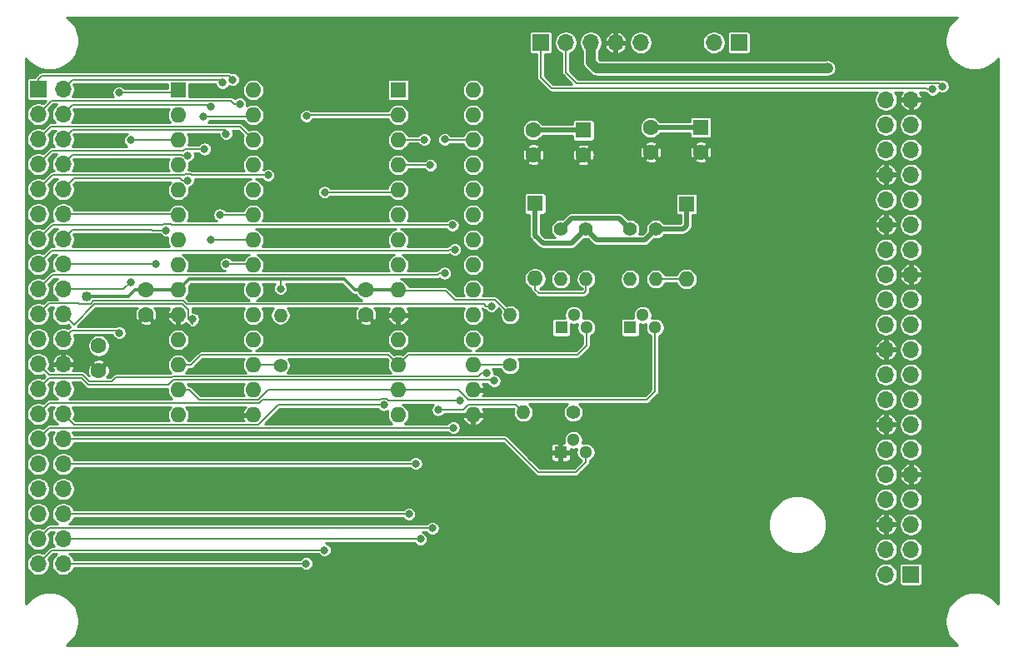
<source format=gtl>
G04 #@! TF.GenerationSoftware,KiCad,Pcbnew,5.1.5+dfsg1-2build2*
G04 #@! TF.CreationDate,2021-10-21T03:35:09-05:00*
G04 #@! TF.ProjectId,2065-Z80-programmer,32303635-2d5a-4383-902d-70726f677261,2.0*
G04 #@! TF.SameCoordinates,Original*
G04 #@! TF.FileFunction,Copper,L1,Top*
G04 #@! TF.FilePolarity,Positive*
%FSLAX46Y46*%
G04 Gerber Fmt 4.6, Leading zero omitted, Abs format (unit mm)*
G04 Created by KiCad (PCBNEW 5.1.5+dfsg1-2build2) date 2021-10-21 03:35:09*
%MOMM*%
%LPD*%
G04 APERTURE LIST*
%ADD10O,1.600000X1.600000*%
%ADD11R,1.600000X1.600000*%
%ADD12O,1.400000X1.400000*%
%ADD13C,1.400000*%
%ADD14R,1.300000X1.300000*%
%ADD15C,1.300000*%
%ADD16O,1.700000X1.700000*%
%ADD17R,1.700000X1.700000*%
%ADD18C,1.600000*%
%ADD19C,0.800000*%
%ADD20C,1.016000*%
%ADD21C,0.508000*%
%ADD22C,0.152400*%
%ADD23C,1.016000*%
%ADD24C,0.304800*%
%ADD25C,0.254000*%
G04 APERTURE END LIST*
D10*
X137355580Y-82158840D03*
D11*
X137355580Y-74538840D03*
D10*
X152730200Y-82209640D03*
D11*
X152730200Y-74589640D03*
D12*
X136144000Y-95758000D03*
D13*
X141224000Y-95758000D03*
D14*
X139954000Y-99822000D03*
D15*
X142494000Y-99822000D03*
X141234000Y-98552000D03*
D12*
X134810500Y-85849460D03*
D13*
X134810500Y-90929460D03*
D12*
X111472980Y-85897720D03*
D13*
X111472980Y-90977720D03*
D16*
X155512000Y-58166000D03*
D17*
X158052000Y-58166000D03*
D16*
X173000000Y-63980000D03*
X175540000Y-63980000D03*
X173000000Y-66520000D03*
X175540000Y-66520000D03*
X173000000Y-69060000D03*
X175540000Y-69060000D03*
X173000000Y-71600000D03*
X175540000Y-71600000D03*
X173000000Y-74140000D03*
X175540000Y-74140000D03*
X173000000Y-76680000D03*
X175540000Y-76680000D03*
X173000000Y-79220000D03*
X175540000Y-79220000D03*
X173000000Y-81760000D03*
X175540000Y-81760000D03*
X173000000Y-84300000D03*
X175540000Y-84300000D03*
X173000000Y-86840000D03*
X175540000Y-86840000D03*
X173000000Y-89380000D03*
X175540000Y-89380000D03*
X173000000Y-91920000D03*
X175540000Y-91920000D03*
X173000000Y-94460000D03*
X175540000Y-94460000D03*
X173000000Y-97000000D03*
X175540000Y-97000000D03*
X173000000Y-99540000D03*
X175540000Y-99540000D03*
X173000000Y-102080000D03*
X175540000Y-102080000D03*
X173000000Y-104620000D03*
X175540000Y-104620000D03*
X173000000Y-107160000D03*
X175540000Y-107160000D03*
X173000000Y-109700000D03*
X175540000Y-109700000D03*
X173000000Y-112240000D03*
D17*
X175540000Y-112240000D03*
D18*
X154178000Y-69302000D03*
D11*
X154178000Y-66802000D03*
D18*
X149098000Y-69302000D03*
X149098000Y-66802000D03*
X142256000Y-69587775D03*
D11*
X142256000Y-67087775D03*
D18*
X137160000Y-69556000D03*
X137160000Y-67056000D03*
D10*
X131064000Y-62992000D03*
X123444000Y-96012000D03*
X131064000Y-65532000D03*
X123444000Y-93472000D03*
X131064000Y-68072000D03*
X123444000Y-90932000D03*
X131064000Y-70612000D03*
X123444000Y-88392000D03*
X131064000Y-73152000D03*
X123444000Y-85852000D03*
X131064000Y-75692000D03*
X123444000Y-83312000D03*
X131064000Y-78232000D03*
X123444000Y-80772000D03*
X131064000Y-80772000D03*
X123444000Y-78232000D03*
X131064000Y-83312000D03*
X123444000Y-75692000D03*
X131064000Y-85852000D03*
X123444000Y-73152000D03*
X131064000Y-88392000D03*
X123444000Y-70612000D03*
X131064000Y-90932000D03*
X123444000Y-68072000D03*
X131064000Y-93472000D03*
X123444000Y-65532000D03*
X131064000Y-96012000D03*
D11*
X123444000Y-62992000D03*
D10*
X108712000Y-62992000D03*
X101092000Y-96012000D03*
X108712000Y-65532000D03*
X101092000Y-93472000D03*
X108712000Y-68072000D03*
X101092000Y-90932000D03*
X108712000Y-70612000D03*
X101092000Y-88392000D03*
X108712000Y-73152000D03*
X101092000Y-85852000D03*
X108712000Y-75692000D03*
X101092000Y-83312000D03*
X108712000Y-78232000D03*
X101092000Y-80772000D03*
X108712000Y-80772000D03*
X101092000Y-78232000D03*
X108712000Y-83312000D03*
X101092000Y-75692000D03*
X108712000Y-85852000D03*
X101092000Y-73152000D03*
X108712000Y-88392000D03*
X101092000Y-70612000D03*
X108712000Y-90932000D03*
X101092000Y-68072000D03*
X108712000Y-93472000D03*
X101092000Y-65532000D03*
X108712000Y-96012000D03*
D11*
X101092000Y-62992000D03*
D12*
X142524000Y-82208000D03*
D13*
X142524000Y-77128000D03*
D12*
X139954000Y-82208000D03*
D13*
X139954000Y-77128000D03*
D12*
X149606000Y-82208000D03*
D13*
X149606000Y-77128000D03*
D12*
X147002000Y-82208000D03*
D13*
X147002000Y-77128000D03*
D14*
X140017800Y-87128000D03*
D15*
X142557800Y-87128000D03*
X141287800Y-85858000D03*
D14*
X147002000Y-87128000D03*
D15*
X149542000Y-87128000D03*
X148272000Y-85858000D03*
D17*
X86854000Y-62912000D03*
D16*
X89394000Y-62912000D03*
X86854000Y-65452000D03*
X89394000Y-65452000D03*
X86854000Y-67992000D03*
X89394000Y-67992000D03*
X86854000Y-70532000D03*
X89394000Y-70532000D03*
X86854000Y-73072000D03*
X89394000Y-73072000D03*
X86854000Y-75612000D03*
X89394000Y-75612000D03*
X86854000Y-78152000D03*
X89394000Y-78152000D03*
X86854000Y-80692000D03*
X89394000Y-80692000D03*
X86854000Y-83232000D03*
X89394000Y-83232000D03*
X86854000Y-85772000D03*
X89394000Y-85772000D03*
X86854000Y-88312000D03*
X89394000Y-88312000D03*
X86854000Y-90852000D03*
X89394000Y-90852000D03*
X86854000Y-93392000D03*
X89394000Y-93392000D03*
X86854000Y-95932000D03*
X89394000Y-95932000D03*
X86854000Y-98472000D03*
X89394000Y-98472000D03*
X86854000Y-101012000D03*
X89394000Y-101012000D03*
X86854000Y-103552000D03*
X89394000Y-103552000D03*
X86854000Y-106092000D03*
X89394000Y-106092000D03*
X86854000Y-108632000D03*
X89394000Y-108632000D03*
X86854000Y-111172000D03*
X89394000Y-111172000D03*
X148082000Y-58166000D03*
X145542000Y-58166000D03*
X143002000Y-58166000D03*
X140462000Y-58166000D03*
D17*
X137922000Y-58166000D03*
D18*
X93000000Y-91500000D03*
X93000000Y-89000000D03*
X97790000Y-85812000D03*
X97790000Y-83312000D03*
X120142000Y-85812000D03*
X120142000Y-83312000D03*
D19*
X117881400Y-78308200D03*
X117754400Y-80873600D03*
X117424200Y-83693000D03*
X117678200Y-91211400D03*
X118364000Y-96469200D03*
X94538800Y-96164400D03*
X95885000Y-94005400D03*
X96875600Y-65532000D03*
X93268800Y-62865000D03*
X93700600Y-68122800D03*
X93573600Y-70764400D03*
X93700600Y-78384400D03*
X104013000Y-80467200D03*
X103886000Y-83337400D03*
X104876600Y-91262200D03*
X104952800Y-93446600D03*
X112522000Y-77952600D03*
X112699800Y-80441800D03*
X113106200Y-83464400D03*
X113004600Y-87757000D03*
X113131600Y-91033600D03*
X112522000Y-95859600D03*
X112623600Y-74777600D03*
X112547400Y-69596000D03*
X115900200Y-69418200D03*
D20*
X166067740Y-60749180D03*
X167091360Y-60723780D03*
X91750000Y-83968610D03*
D19*
X111483140Y-83179920D03*
X110220661Y-71640601D03*
X103652320Y-65730120D03*
X103751923Y-68989890D03*
X107335320Y-64383920D03*
X106636820Y-61948060D03*
X105572560Y-62252860D03*
X105324950Y-75674220D03*
X104401620Y-64686180D03*
X104414320Y-78265020D03*
X105953560Y-67437000D03*
X105958640Y-80672940D03*
X102045810Y-69653228D03*
X102040729Y-72188189D03*
X99857560Y-77261720D03*
X98836480Y-80703420D03*
X96245680Y-82506820D03*
X96245680Y-68099940D03*
X102544880Y-86283800D03*
X95084900Y-87688420D03*
X95069660Y-63258700D03*
X133187440Y-92552520D03*
X132898168Y-84969211D03*
X128155609Y-68007949D03*
X128155609Y-81614110D03*
X128941870Y-76720601D03*
X129188215Y-79218795D03*
X132461000Y-91793060D03*
X129049780Y-97327720D03*
X129726260Y-94545580D03*
X122001280Y-94993460D03*
X125222000Y-100975160D03*
X124520960Y-106108500D03*
X126911100Y-107543600D03*
X126704050Y-70624700D03*
X125691900Y-108645960D03*
X126075440Y-68033900D03*
X115943380Y-109763560D03*
X115958620Y-73380600D03*
X114104420Y-65628520D03*
X114089180Y-111137700D03*
X178747420Y-62616080D03*
X177741580Y-62918340D03*
X127508000Y-95504000D03*
D21*
X142224225Y-67056000D02*
X142256000Y-67087775D01*
X137160000Y-67056000D02*
X142224225Y-67056000D01*
X146302001Y-76428001D02*
X147002000Y-77128000D01*
X145895599Y-76021599D02*
X146302001Y-76428001D01*
X141060401Y-76021599D02*
X145895599Y-76021599D01*
X139954000Y-77128000D02*
X141060401Y-76021599D01*
D22*
X167100000Y-60732420D02*
X167091360Y-60723780D01*
X167100000Y-60756800D02*
X167100000Y-60732420D01*
D23*
X143014700Y-58178700D02*
X143002000Y-58166000D01*
X143014700Y-60192920D02*
X143014700Y-58178700D01*
X143578580Y-60756800D02*
X143014700Y-60192920D01*
X167100000Y-60756800D02*
X143578580Y-60756800D01*
D22*
X122312630Y-93472000D02*
X123444000Y-93472000D01*
X109205729Y-94500601D02*
X110234330Y-93472000D01*
X103251971Y-94500601D02*
X109205729Y-94500601D01*
X102223370Y-93472000D02*
X103251971Y-94500601D01*
X110234330Y-93472000D02*
X122312630Y-93472000D01*
X101092000Y-93472000D02*
X102223370Y-93472000D01*
X129541670Y-93472000D02*
X130570271Y-94500601D01*
X123444000Y-93472000D02*
X129541670Y-93472000D01*
X130570271Y-94500601D02*
X148704399Y-94500601D01*
X149542000Y-93663000D02*
X149542000Y-87128000D01*
X148704399Y-94500601D02*
X149542000Y-93663000D01*
X152728560Y-82208000D02*
X152730200Y-82209640D01*
X149606000Y-82208000D02*
X152728560Y-82208000D01*
D21*
X150229370Y-66802000D02*
X154178000Y-66802000D01*
X149098000Y-66802000D02*
X150229370Y-66802000D01*
D24*
X123444000Y-83312000D02*
X120142000Y-83312000D01*
X101891999Y-82512001D02*
X101092000Y-83312000D01*
X102196801Y-82207199D02*
X101891999Y-82512001D01*
X119010630Y-83312000D02*
X117905829Y-82207199D01*
X120142000Y-83312000D02*
X119010630Y-83312000D01*
X98921370Y-83312000D02*
X101092000Y-83312000D01*
X97790000Y-83312000D02*
X98921370Y-83312000D01*
D21*
X148906001Y-77827999D02*
X149606000Y-77128000D01*
X148499599Y-78234401D02*
X148906001Y-77827999D01*
X143630401Y-78234401D02*
X148499599Y-78234401D01*
X142524000Y-77128000D02*
X143630401Y-78234401D01*
D22*
X123532900Y-83400900D02*
X123444000Y-83312000D01*
X128239520Y-83400900D02*
X123532900Y-83400900D01*
X134110501Y-85149461D02*
X134810500Y-85849460D01*
X129179221Y-84340601D02*
X133301641Y-84340601D01*
X128239520Y-83400900D02*
X129179221Y-84340601D01*
X133301641Y-84340601D02*
X134110501Y-85149461D01*
X111483140Y-82227618D02*
X111483140Y-83179920D01*
X111462721Y-82207199D02*
X111483140Y-82227618D01*
D24*
X117905829Y-82207199D02*
X111462721Y-82207199D01*
X111462721Y-82207199D02*
X102196801Y-82207199D01*
X96002020Y-83968610D02*
X92468420Y-83968610D01*
X97790000Y-83312000D02*
X96658630Y-83312000D01*
X96658630Y-83312000D02*
X96002020Y-83968610D01*
X92468420Y-83968610D02*
X91750000Y-83968610D01*
D21*
X149606000Y-77128000D02*
X152361000Y-77128000D01*
X152730200Y-76758800D02*
X152730200Y-74589640D01*
X152361000Y-77128000D02*
X152730200Y-76758800D01*
X142524000Y-77128000D02*
X141087260Y-78564740D01*
X141087260Y-78564740D02*
X138140440Y-78564740D01*
X137355580Y-77779880D02*
X137355580Y-74538840D01*
X138140440Y-78564740D02*
X137355580Y-77779880D01*
D22*
X124472601Y-89903399D02*
X141638119Y-89903399D01*
X123444000Y-90932000D02*
X124472601Y-89903399D01*
X142557800Y-88983718D02*
X142557800Y-87128000D01*
X141638119Y-89903399D02*
X142557800Y-88983718D01*
X122644001Y-90132001D02*
X123444000Y-90932000D01*
X122415399Y-89903399D02*
X122644001Y-90132001D01*
X103416001Y-89903399D02*
X122415399Y-89903399D01*
X102387400Y-90932000D02*
X103416001Y-89903399D01*
X101092000Y-90932000D02*
X102387400Y-90932000D01*
X137355580Y-83290210D02*
X137720270Y-83654900D01*
X137355580Y-82158840D02*
X137355580Y-83290210D01*
X137720270Y-83654900D02*
X142293340Y-83654900D01*
X142524000Y-83424240D02*
X142524000Y-82208000D01*
X142293340Y-83654900D02*
X142524000Y-83424240D01*
X102342512Y-71559587D02*
X102423526Y-71640601D01*
X88285399Y-71640601D02*
X101657985Y-71640601D01*
X101657985Y-71640601D02*
X101738999Y-71559587D01*
X101738999Y-71559587D02*
X102342512Y-71559587D01*
X102423526Y-71640601D02*
X109654976Y-71640601D01*
X86854000Y-73072000D02*
X88285399Y-71640601D01*
X109654976Y-71640601D02*
X110220661Y-71640601D01*
X108513880Y-65730120D02*
X108712000Y-65532000D01*
X103652320Y-65730120D02*
X108513880Y-65730120D01*
X103186238Y-68989890D02*
X103751923Y-68989890D01*
X88247618Y-69138382D02*
X101630337Y-69138382D01*
X86854000Y-70532000D02*
X88247618Y-69138382D01*
X101778829Y-68989890D02*
X103186238Y-68989890D01*
X101630337Y-69138382D02*
X101778829Y-68989890D01*
X86854000Y-67992000D02*
X88158300Y-66687700D01*
X107327700Y-66687700D02*
X108712000Y-68072000D01*
X88158300Y-66687700D02*
X107327700Y-66687700D01*
X86854000Y-65452000D02*
X88248422Y-64057578D01*
X88248422Y-64057578D02*
X106443293Y-64057578D01*
X106769635Y-64383920D02*
X107335320Y-64383920D01*
X106443293Y-64057578D02*
X106769635Y-64383920D01*
X86854000Y-61878240D02*
X87184179Y-61548061D01*
X86854000Y-62912000D02*
X86854000Y-61878240D01*
X87184179Y-61548061D02*
X106236821Y-61548061D01*
X106236821Y-61548061D02*
X106636820Y-61948060D01*
X105283099Y-61963399D02*
X105572560Y-62252860D01*
X90342601Y-61963399D02*
X105283099Y-61963399D01*
X89394000Y-62912000D02*
X90342601Y-61963399D01*
X108712000Y-75692000D02*
X105342730Y-75692000D01*
X105342730Y-75692000D02*
X105324950Y-75674220D01*
X90342601Y-64503399D02*
X104218839Y-64503399D01*
X89394000Y-65452000D02*
X90342601Y-64503399D01*
X104218839Y-64503399D02*
X104401620Y-64686180D01*
X108678980Y-78265020D02*
X108712000Y-78232000D01*
X104414320Y-78265020D02*
X108678980Y-78265020D01*
X90342601Y-67043399D02*
X105874919Y-67043399D01*
X89394000Y-67992000D02*
X90342601Y-67043399D01*
X105953560Y-67122040D02*
X105953560Y-67437000D01*
X105874919Y-67043399D02*
X105953560Y-67122040D01*
X108612940Y-80672940D02*
X108712000Y-80772000D01*
X105958640Y-80672940D02*
X108612940Y-80672940D01*
X101410296Y-69583399D02*
X101480125Y-69653228D01*
X89394000Y-70532000D02*
X90342601Y-69583399D01*
X101480125Y-69653228D02*
X102045810Y-69653228D01*
X90342601Y-69583399D02*
X101410296Y-69583399D01*
X90520136Y-71945864D02*
X101232719Y-71945864D01*
X89394000Y-73072000D02*
X90520136Y-71945864D01*
X101232719Y-71945864D02*
X101475044Y-72188189D01*
X101475044Y-72188189D02*
X102040729Y-72188189D01*
X101012000Y-75612000D02*
X101092000Y-75692000D01*
X89394000Y-75612000D02*
X101012000Y-75612000D01*
X90342601Y-77203399D02*
X98402239Y-77203399D01*
X89394000Y-78152000D02*
X90342601Y-77203399D01*
X98402239Y-77203399D02*
X98460560Y-77261720D01*
X98460560Y-77261720D02*
X99857560Y-77261720D01*
X98825060Y-80692000D02*
X98836480Y-80703420D01*
X89394000Y-80692000D02*
X98825060Y-80692000D01*
X95520500Y-83232000D02*
X96245680Y-82506820D01*
X89394000Y-83232000D02*
X95520500Y-83232000D01*
X101064060Y-68099940D02*
X101092000Y-68072000D01*
X96245680Y-68099940D02*
X101064060Y-68099940D01*
X102120601Y-86309101D02*
X102544880Y-86733380D01*
X98285530Y-84785200D02*
X101547530Y-84785200D01*
X102544880Y-86733380D02*
X102544880Y-86283800D01*
X98283729Y-84783399D02*
X98285530Y-84785200D01*
X101547530Y-84785200D02*
X102120601Y-85358271D01*
X92542320Y-84785200D02*
X97294470Y-84785200D01*
X102120601Y-85358271D02*
X102120601Y-86309101D01*
X97296271Y-84783399D02*
X98283729Y-84783399D01*
X90474760Y-86852760D02*
X92542320Y-84785200D01*
X97294470Y-84785200D02*
X97296271Y-84783399D01*
X89394000Y-85772000D02*
X90474760Y-86852760D01*
X94858481Y-87462001D02*
X95084900Y-87688420D01*
X90243999Y-87462001D02*
X94858481Y-87462001D01*
X89394000Y-88312000D02*
X90243999Y-87462001D01*
X100825300Y-63258700D02*
X101092000Y-62992000D01*
X95069660Y-63258700D02*
X100825300Y-63258700D01*
X87932601Y-92313399D02*
X91271999Y-92313399D01*
X86854000Y-93392000D02*
X87932601Y-92313399D01*
X133078319Y-92443399D02*
X133187440Y-92552520D01*
X100598271Y-92443399D02*
X133078319Y-92443399D01*
X91936871Y-92978271D02*
X100063399Y-92978271D01*
X91271999Y-92313399D02*
X91936871Y-92978271D01*
X100063399Y-92978271D02*
X100598271Y-92443399D01*
X101622985Y-84429589D02*
X101976795Y-84783399D01*
X91053909Y-84708989D02*
X92187464Y-84708989D01*
X92187464Y-84708989D02*
X92466864Y-84429589D01*
X91038319Y-84693399D02*
X91053909Y-84708989D01*
X87932601Y-84693399D02*
X91038319Y-84693399D01*
X132332483Y-84969211D02*
X132898168Y-84969211D01*
X86854000Y-85772000D02*
X87932601Y-84693399D01*
X132146671Y-84783399D02*
X132332483Y-84969211D01*
X92466864Y-84429589D02*
X101622985Y-84429589D01*
X101976795Y-84783399D02*
X132146671Y-84783399D01*
X127589924Y-81614110D02*
X128155609Y-81614110D01*
X127403433Y-81800601D02*
X127589924Y-81614110D01*
X131064000Y-68072000D02*
X128219660Y-68072000D01*
X86854000Y-83232000D02*
X88285399Y-81800601D01*
X88285399Y-81800601D02*
X127403433Y-81800601D01*
X128219660Y-68072000D02*
X128155609Y-68007949D01*
X86854000Y-78152000D02*
X88309382Y-76696618D01*
X100296450Y-76605178D02*
X100411873Y-76720601D01*
X99492330Y-76696618D02*
X99583770Y-76605178D01*
X88309382Y-76696618D02*
X99492330Y-76696618D01*
X128376185Y-76720601D02*
X128941870Y-76720601D01*
X99583770Y-76605178D02*
X100296450Y-76605178D01*
X100411873Y-76720601D02*
X128376185Y-76720601D01*
X86854000Y-80692000D02*
X88238305Y-79307695D01*
X128622530Y-79218795D02*
X129188215Y-79218795D01*
X88238305Y-79307695D02*
X128533630Y-79307695D01*
X128533630Y-79307695D02*
X128622530Y-79218795D01*
X131549787Y-92138588D02*
X131895315Y-91793060D01*
X100472015Y-92138588D02*
X131549787Y-92138588D01*
X94324972Y-92618560D02*
X94750473Y-92193059D01*
X92008226Y-92618560D02*
X94324972Y-92618560D01*
X100417544Y-92193059D02*
X100472015Y-92138588D01*
X94750473Y-92193059D02*
X100417544Y-92193059D01*
X131895315Y-91793060D02*
X132461000Y-91793060D01*
X91320267Y-91930601D02*
X92008226Y-92618560D01*
X87932601Y-91930601D02*
X91320267Y-91930601D01*
X86854000Y-90852000D02*
X87932601Y-91930601D01*
X87980588Y-97345412D02*
X128466403Y-97345412D01*
X86854000Y-98472000D02*
X87980588Y-97345412D01*
X128484095Y-97327720D02*
X129049780Y-97327720D01*
X128466403Y-97345412D02*
X128484095Y-97327720D01*
X121699550Y-94364858D02*
X122272530Y-94364858D01*
X86854000Y-95932000D02*
X87980588Y-94805412D01*
X121563807Y-94500601D02*
X121699550Y-94364858D01*
X122453252Y-94545580D02*
X129160575Y-94545580D01*
X109636795Y-94500601D02*
X121563807Y-94500601D01*
X129160575Y-94545580D02*
X129726260Y-94545580D01*
X109331985Y-94805412D02*
X109636795Y-94500601D01*
X87980588Y-94805412D02*
X109331985Y-94805412D01*
X122272530Y-94364858D02*
X122453252Y-94545580D01*
X90502601Y-97040601D02*
X109205729Y-97040601D01*
X89394000Y-95932000D02*
X90502601Y-97040601D01*
X111262931Y-94983399D02*
X121425534Y-94983399D01*
X121435595Y-94993460D02*
X122001280Y-94993460D01*
X109205729Y-97040601D02*
X111262931Y-94983399D01*
X121425534Y-94983399D02*
X121435595Y-94993460D01*
X127113040Y-98472000D02*
X127127000Y-98485960D01*
X89394000Y-98472000D02*
X127113040Y-98472000D01*
X142494000Y-100838000D02*
X142494000Y-99822000D01*
X141478000Y-101854000D02*
X142494000Y-100838000D01*
X137668000Y-101854000D02*
X141478000Y-101854000D01*
X134286000Y-98472000D02*
X137668000Y-101854000D01*
X127113040Y-98472000D02*
X134286000Y-98472000D01*
X125185160Y-101012000D02*
X125222000Y-100975160D01*
X89394000Y-101012000D02*
X125185160Y-101012000D01*
X124504460Y-106092000D02*
X124520960Y-106108500D01*
X89394000Y-106092000D02*
X124504460Y-106092000D01*
X86854000Y-108632000D02*
X87955100Y-107530900D01*
X126898400Y-107530900D02*
X126911100Y-107543600D01*
X87955100Y-107530900D02*
X126898400Y-107530900D01*
X123444000Y-70612000D02*
X126691350Y-70612000D01*
X126691350Y-70612000D02*
X126704050Y-70624700D01*
X125677940Y-108632000D02*
X125691900Y-108645960D01*
X89394000Y-108632000D02*
X125677940Y-108632000D01*
X123482100Y-68033900D02*
X123444000Y-68072000D01*
X126075440Y-68033900D02*
X123482100Y-68033900D01*
X88262440Y-109763560D02*
X115943380Y-109763560D01*
X86854000Y-111172000D02*
X88262440Y-109763560D01*
X123215400Y-73380600D02*
X123444000Y-73152000D01*
X115958620Y-73380600D02*
X123215400Y-73380600D01*
X114200940Y-65532000D02*
X114104420Y-65628520D01*
X123444000Y-65532000D02*
X114200940Y-65532000D01*
X89394000Y-111172000D02*
X114054880Y-111172000D01*
X114054880Y-111172000D02*
X114089180Y-111137700D01*
X141546580Y-62280800D02*
X140462000Y-61196220D01*
X140462000Y-61196220D02*
X140462000Y-58166000D01*
X178412140Y-62280800D02*
X141546580Y-62280800D01*
X178747420Y-62616080D02*
X178412140Y-62280800D01*
X137922000Y-59067700D02*
X137922000Y-58166000D01*
X137924540Y-59070240D02*
X137922000Y-59067700D01*
X137924540Y-61709300D02*
X137924540Y-59070240D01*
X139011660Y-62796420D02*
X137924540Y-61709300D01*
X177053975Y-62796420D02*
X139011660Y-62796420D01*
X177175895Y-62918340D02*
X177053975Y-62796420D01*
X177741580Y-62918340D02*
X177175895Y-62918340D01*
X111427260Y-90932000D02*
X111472980Y-90977720D01*
X108712000Y-90932000D02*
X111427260Y-90932000D01*
X134807960Y-90932000D02*
X134810500Y-90929460D01*
X131064000Y-90932000D02*
X134807960Y-90932000D01*
X135369399Y-94983399D02*
X135444001Y-95058001D01*
X135444001Y-95058001D02*
X136144000Y-95758000D01*
X130570271Y-94983399D02*
X135369399Y-94983399D01*
X130049670Y-95504000D02*
X130570271Y-94983399D01*
X127508000Y-95504000D02*
X130049670Y-95504000D01*
D25*
G36*
X180102273Y-55687613D02*
G01*
X179687613Y-56102273D01*
X179361817Y-56589862D01*
X179137405Y-57131641D01*
X179023000Y-57706791D01*
X179023000Y-58293209D01*
X179137405Y-58868359D01*
X179361817Y-59410138D01*
X179687613Y-59897727D01*
X180102273Y-60312387D01*
X180589862Y-60638183D01*
X181131641Y-60862595D01*
X181706791Y-60977000D01*
X182293209Y-60977000D01*
X182868359Y-60862595D01*
X183410138Y-60638183D01*
X183897727Y-60312387D01*
X184312387Y-59897727D01*
X184419800Y-59736972D01*
X184419801Y-115263030D01*
X184312387Y-115102273D01*
X183897727Y-114687613D01*
X183410138Y-114361817D01*
X182868359Y-114137405D01*
X182293209Y-114023000D01*
X181706791Y-114023000D01*
X181131641Y-114137405D01*
X180589862Y-114361817D01*
X180102273Y-114687613D01*
X179687613Y-115102273D01*
X179361817Y-115589862D01*
X179137405Y-116131641D01*
X179023000Y-116706791D01*
X179023000Y-117293209D01*
X179137405Y-117868359D01*
X179361817Y-118410138D01*
X179687613Y-118897727D01*
X180102273Y-119312387D01*
X180263028Y-119419800D01*
X89736972Y-119419800D01*
X89897727Y-119312387D01*
X90312387Y-118897727D01*
X90638183Y-118410138D01*
X90862595Y-117868359D01*
X90977000Y-117293209D01*
X90977000Y-116706791D01*
X90862595Y-116131641D01*
X90638183Y-115589862D01*
X90312387Y-115102273D01*
X89897727Y-114687613D01*
X89410138Y-114361817D01*
X88868359Y-114137405D01*
X88293209Y-114023000D01*
X87706791Y-114023000D01*
X87131641Y-114137405D01*
X86589862Y-114361817D01*
X86102273Y-114687613D01*
X85687613Y-115102273D01*
X85580200Y-115263028D01*
X85580200Y-108515760D01*
X85673800Y-108515760D01*
X85673800Y-108748240D01*
X85719155Y-108976252D01*
X85808121Y-109191034D01*
X85937279Y-109384333D01*
X86101667Y-109548721D01*
X86294966Y-109677879D01*
X86509748Y-109766845D01*
X86737760Y-109812200D01*
X86970240Y-109812200D01*
X87198252Y-109766845D01*
X87413034Y-109677879D01*
X87606333Y-109548721D01*
X87770721Y-109384333D01*
X87899879Y-109191034D01*
X87988845Y-108976252D01*
X88034200Y-108748240D01*
X88034200Y-108515760D01*
X87988845Y-108287748D01*
X87925622Y-108135115D01*
X88123437Y-107937300D01*
X88438770Y-107937300D01*
X88348121Y-108072966D01*
X88259155Y-108287748D01*
X88213800Y-108515760D01*
X88213800Y-108748240D01*
X88259155Y-108976252D01*
X88348121Y-109191034D01*
X88459123Y-109357160D01*
X88282393Y-109357160D01*
X88262440Y-109355195D01*
X88242487Y-109357160D01*
X88242480Y-109357160D01*
X88190044Y-109362325D01*
X88182771Y-109363041D01*
X88112580Y-109384333D01*
X88106165Y-109386279D01*
X88035564Y-109424016D01*
X88010186Y-109444843D01*
X87989185Y-109462078D01*
X87989180Y-109462083D01*
X87973682Y-109474802D01*
X87960963Y-109490300D01*
X87350885Y-110100378D01*
X87198252Y-110037155D01*
X86970240Y-109991800D01*
X86737760Y-109991800D01*
X86509748Y-110037155D01*
X86294966Y-110126121D01*
X86101667Y-110255279D01*
X85937279Y-110419667D01*
X85808121Y-110612966D01*
X85719155Y-110827748D01*
X85673800Y-111055760D01*
X85673800Y-111288240D01*
X85719155Y-111516252D01*
X85808121Y-111731034D01*
X85937279Y-111924333D01*
X86101667Y-112088721D01*
X86294966Y-112217879D01*
X86509748Y-112306845D01*
X86737760Y-112352200D01*
X86970240Y-112352200D01*
X87198252Y-112306845D01*
X87413034Y-112217879D01*
X87606333Y-112088721D01*
X87770721Y-111924333D01*
X87899879Y-111731034D01*
X87988845Y-111516252D01*
X88034200Y-111288240D01*
X88034200Y-111055760D01*
X87988845Y-110827748D01*
X87925622Y-110675115D01*
X88430777Y-110169960D01*
X88769356Y-110169960D01*
X88641667Y-110255279D01*
X88477279Y-110419667D01*
X88348121Y-110612966D01*
X88259155Y-110827748D01*
X88213800Y-111055760D01*
X88213800Y-111288240D01*
X88259155Y-111516252D01*
X88348121Y-111731034D01*
X88477279Y-111924333D01*
X88641667Y-112088721D01*
X88834966Y-112217879D01*
X89049748Y-112306845D01*
X89277760Y-112352200D01*
X89510240Y-112352200D01*
X89738252Y-112306845D01*
X89953034Y-112217879D01*
X90093893Y-112123760D01*
X171819800Y-112123760D01*
X171819800Y-112356240D01*
X171865155Y-112584252D01*
X171954121Y-112799034D01*
X172083279Y-112992333D01*
X172247667Y-113156721D01*
X172440966Y-113285879D01*
X172655748Y-113374845D01*
X172883760Y-113420200D01*
X173116240Y-113420200D01*
X173344252Y-113374845D01*
X173559034Y-113285879D01*
X173752333Y-113156721D01*
X173916721Y-112992333D01*
X174045879Y-112799034D01*
X174134845Y-112584252D01*
X174180200Y-112356240D01*
X174180200Y-112123760D01*
X174134845Y-111895748D01*
X174045879Y-111680966D01*
X173916721Y-111487667D01*
X173819054Y-111390000D01*
X174358203Y-111390000D01*
X174358203Y-113090000D01*
X174364578Y-113154730D01*
X174383460Y-113216973D01*
X174414121Y-113274337D01*
X174455384Y-113324616D01*
X174505663Y-113365879D01*
X174563027Y-113396540D01*
X174625270Y-113415422D01*
X174690000Y-113421797D01*
X176390000Y-113421797D01*
X176454730Y-113415422D01*
X176516973Y-113396540D01*
X176574337Y-113365879D01*
X176624616Y-113324616D01*
X176665879Y-113274337D01*
X176696540Y-113216973D01*
X176715422Y-113154730D01*
X176721797Y-113090000D01*
X176721797Y-111390000D01*
X176715422Y-111325270D01*
X176696540Y-111263027D01*
X176665879Y-111205663D01*
X176624616Y-111155384D01*
X176574337Y-111114121D01*
X176516973Y-111083460D01*
X176454730Y-111064578D01*
X176390000Y-111058203D01*
X174690000Y-111058203D01*
X174625270Y-111064578D01*
X174563027Y-111083460D01*
X174505663Y-111114121D01*
X174455384Y-111155384D01*
X174414121Y-111205663D01*
X174383460Y-111263027D01*
X174364578Y-111325270D01*
X174358203Y-111390000D01*
X173819054Y-111390000D01*
X173752333Y-111323279D01*
X173559034Y-111194121D01*
X173344252Y-111105155D01*
X173116240Y-111059800D01*
X172883760Y-111059800D01*
X172655748Y-111105155D01*
X172440966Y-111194121D01*
X172247667Y-111323279D01*
X172083279Y-111487667D01*
X171954121Y-111680966D01*
X171865155Y-111895748D01*
X171819800Y-112123760D01*
X90093893Y-112123760D01*
X90146333Y-112088721D01*
X90310721Y-111924333D01*
X90439879Y-111731034D01*
X90503102Y-111578400D01*
X113505443Y-111578400D01*
X113521997Y-111603175D01*
X113623705Y-111704883D01*
X113743301Y-111784795D01*
X113876189Y-111839839D01*
X114017262Y-111867900D01*
X114161098Y-111867900D01*
X114302171Y-111839839D01*
X114435059Y-111784795D01*
X114554655Y-111704883D01*
X114656363Y-111603175D01*
X114736275Y-111483579D01*
X114791319Y-111350691D01*
X114819380Y-111209618D01*
X114819380Y-111065782D01*
X114791319Y-110924709D01*
X114736275Y-110791821D01*
X114656363Y-110672225D01*
X114554655Y-110570517D01*
X114435059Y-110490605D01*
X114302171Y-110435561D01*
X114161098Y-110407500D01*
X114017262Y-110407500D01*
X113876189Y-110435561D01*
X113743301Y-110490605D01*
X113623705Y-110570517D01*
X113521997Y-110672225D01*
X113459605Y-110765600D01*
X90503102Y-110765600D01*
X90439879Y-110612966D01*
X90310721Y-110419667D01*
X90146333Y-110255279D01*
X90018644Y-110169960D01*
X115336724Y-110169960D01*
X115376197Y-110229035D01*
X115477905Y-110330743D01*
X115597501Y-110410655D01*
X115730389Y-110465699D01*
X115871462Y-110493760D01*
X116015298Y-110493760D01*
X116156371Y-110465699D01*
X116289259Y-110410655D01*
X116408855Y-110330743D01*
X116510563Y-110229035D01*
X116590475Y-110109439D01*
X116645519Y-109976551D01*
X116673580Y-109835478D01*
X116673580Y-109691642D01*
X116645519Y-109550569D01*
X116590475Y-109417681D01*
X116510563Y-109298085D01*
X116408855Y-109196377D01*
X116289259Y-109116465D01*
X116156371Y-109061421D01*
X116040636Y-109038400D01*
X125075916Y-109038400D01*
X125124717Y-109111435D01*
X125226425Y-109213143D01*
X125346021Y-109293055D01*
X125478909Y-109348099D01*
X125619982Y-109376160D01*
X125763818Y-109376160D01*
X125904891Y-109348099D01*
X126037779Y-109293055D01*
X126157375Y-109213143D01*
X126259083Y-109111435D01*
X126338995Y-108991839D01*
X126394039Y-108858951D01*
X126422100Y-108717878D01*
X126422100Y-108574042D01*
X126394039Y-108432969D01*
X126338995Y-108300081D01*
X126259083Y-108180485D01*
X126157375Y-108078777D01*
X126037779Y-107998865D01*
X125904891Y-107943821D01*
X125872108Y-107937300D01*
X126295958Y-107937300D01*
X126343917Y-108009075D01*
X126445625Y-108110783D01*
X126565221Y-108190695D01*
X126698109Y-108245739D01*
X126839182Y-108273800D01*
X126983018Y-108273800D01*
X127124091Y-108245739D01*
X127256979Y-108190695D01*
X127376575Y-108110783D01*
X127478283Y-108009075D01*
X127558195Y-107889479D01*
X127613239Y-107756591D01*
X127641300Y-107615518D01*
X127641300Y-107471682D01*
X127613239Y-107330609D01*
X127558195Y-107197721D01*
X127478283Y-107078125D01*
X127376575Y-106976417D01*
X127257408Y-106896791D01*
X161023000Y-106896791D01*
X161023000Y-107483209D01*
X161137405Y-108058359D01*
X161361817Y-108600138D01*
X161687613Y-109087727D01*
X162102273Y-109502387D01*
X162589862Y-109828183D01*
X163131641Y-110052595D01*
X163706791Y-110167000D01*
X164293209Y-110167000D01*
X164868359Y-110052595D01*
X165410138Y-109828183D01*
X165775943Y-109583760D01*
X171819800Y-109583760D01*
X171819800Y-109816240D01*
X171865155Y-110044252D01*
X171954121Y-110259034D01*
X172083279Y-110452333D01*
X172247667Y-110616721D01*
X172440966Y-110745879D01*
X172655748Y-110834845D01*
X172883760Y-110880200D01*
X173116240Y-110880200D01*
X173344252Y-110834845D01*
X173559034Y-110745879D01*
X173752333Y-110616721D01*
X173916721Y-110452333D01*
X174045879Y-110259034D01*
X174134845Y-110044252D01*
X174180200Y-109816240D01*
X174180200Y-109583760D01*
X174359800Y-109583760D01*
X174359800Y-109816240D01*
X174405155Y-110044252D01*
X174494121Y-110259034D01*
X174623279Y-110452333D01*
X174787667Y-110616721D01*
X174980966Y-110745879D01*
X175195748Y-110834845D01*
X175423760Y-110880200D01*
X175656240Y-110880200D01*
X175884252Y-110834845D01*
X176099034Y-110745879D01*
X176292333Y-110616721D01*
X176456721Y-110452333D01*
X176585879Y-110259034D01*
X176674845Y-110044252D01*
X176720200Y-109816240D01*
X176720200Y-109583760D01*
X176674845Y-109355748D01*
X176585879Y-109140966D01*
X176456721Y-108947667D01*
X176292333Y-108783279D01*
X176099034Y-108654121D01*
X175884252Y-108565155D01*
X175656240Y-108519800D01*
X175423760Y-108519800D01*
X175195748Y-108565155D01*
X174980966Y-108654121D01*
X174787667Y-108783279D01*
X174623279Y-108947667D01*
X174494121Y-109140966D01*
X174405155Y-109355748D01*
X174359800Y-109583760D01*
X174180200Y-109583760D01*
X174134845Y-109355748D01*
X174045879Y-109140966D01*
X173916721Y-108947667D01*
X173752333Y-108783279D01*
X173559034Y-108654121D01*
X173344252Y-108565155D01*
X173116240Y-108519800D01*
X172883760Y-108519800D01*
X172655748Y-108565155D01*
X172440966Y-108654121D01*
X172247667Y-108783279D01*
X172083279Y-108947667D01*
X171954121Y-109140966D01*
X171865155Y-109355748D01*
X171819800Y-109583760D01*
X165775943Y-109583760D01*
X165897727Y-109502387D01*
X166312387Y-109087727D01*
X166638183Y-108600138D01*
X166862595Y-108058359D01*
X166977000Y-107483209D01*
X166977000Y-107468988D01*
X171860966Y-107468988D01*
X171881258Y-107535902D01*
X171976089Y-107746935D01*
X172110268Y-107935412D01*
X172278639Y-108094091D01*
X172474732Y-108216873D01*
X172691011Y-108299040D01*
X172873000Y-108250803D01*
X172873000Y-107287000D01*
X173127000Y-107287000D01*
X173127000Y-108250803D01*
X173308989Y-108299040D01*
X173525268Y-108216873D01*
X173721361Y-108094091D01*
X173889732Y-107935412D01*
X174023911Y-107746935D01*
X174118742Y-107535902D01*
X174139034Y-107468988D01*
X174090278Y-107287000D01*
X173127000Y-107287000D01*
X172873000Y-107287000D01*
X171909722Y-107287000D01*
X171860966Y-107468988D01*
X166977000Y-107468988D01*
X166977000Y-107043760D01*
X174359800Y-107043760D01*
X174359800Y-107276240D01*
X174405155Y-107504252D01*
X174494121Y-107719034D01*
X174623279Y-107912333D01*
X174787667Y-108076721D01*
X174980966Y-108205879D01*
X175195748Y-108294845D01*
X175423760Y-108340200D01*
X175656240Y-108340200D01*
X175884252Y-108294845D01*
X176099034Y-108205879D01*
X176292333Y-108076721D01*
X176456721Y-107912333D01*
X176585879Y-107719034D01*
X176674845Y-107504252D01*
X176720200Y-107276240D01*
X176720200Y-107043760D01*
X176674845Y-106815748D01*
X176585879Y-106600966D01*
X176456721Y-106407667D01*
X176292333Y-106243279D01*
X176099034Y-106114121D01*
X175884252Y-106025155D01*
X175656240Y-105979800D01*
X175423760Y-105979800D01*
X175195748Y-106025155D01*
X174980966Y-106114121D01*
X174787667Y-106243279D01*
X174623279Y-106407667D01*
X174494121Y-106600966D01*
X174405155Y-106815748D01*
X174359800Y-107043760D01*
X166977000Y-107043760D01*
X166977000Y-106896791D01*
X166967894Y-106851012D01*
X171860966Y-106851012D01*
X171909722Y-107033000D01*
X172873000Y-107033000D01*
X172873000Y-106069197D01*
X173127000Y-106069197D01*
X173127000Y-107033000D01*
X174090278Y-107033000D01*
X174139034Y-106851012D01*
X174118742Y-106784098D01*
X174023911Y-106573065D01*
X173889732Y-106384588D01*
X173721361Y-106225909D01*
X173525268Y-106103127D01*
X173308989Y-106020960D01*
X173127000Y-106069197D01*
X172873000Y-106069197D01*
X172691011Y-106020960D01*
X172474732Y-106103127D01*
X172278639Y-106225909D01*
X172110268Y-106384588D01*
X171976089Y-106573065D01*
X171881258Y-106784098D01*
X171860966Y-106851012D01*
X166967894Y-106851012D01*
X166862595Y-106321641D01*
X166638183Y-105779862D01*
X166312387Y-105292273D01*
X165897727Y-104877613D01*
X165410138Y-104551817D01*
X165294119Y-104503760D01*
X171819800Y-104503760D01*
X171819800Y-104736240D01*
X171865155Y-104964252D01*
X171954121Y-105179034D01*
X172083279Y-105372333D01*
X172247667Y-105536721D01*
X172440966Y-105665879D01*
X172655748Y-105754845D01*
X172883760Y-105800200D01*
X173116240Y-105800200D01*
X173344252Y-105754845D01*
X173559034Y-105665879D01*
X173752333Y-105536721D01*
X173916721Y-105372333D01*
X174045879Y-105179034D01*
X174134845Y-104964252D01*
X174180200Y-104736240D01*
X174180200Y-104503760D01*
X174359800Y-104503760D01*
X174359800Y-104736240D01*
X174405155Y-104964252D01*
X174494121Y-105179034D01*
X174623279Y-105372333D01*
X174787667Y-105536721D01*
X174980966Y-105665879D01*
X175195748Y-105754845D01*
X175423760Y-105800200D01*
X175656240Y-105800200D01*
X175884252Y-105754845D01*
X176099034Y-105665879D01*
X176292333Y-105536721D01*
X176456721Y-105372333D01*
X176585879Y-105179034D01*
X176674845Y-104964252D01*
X176720200Y-104736240D01*
X176720200Y-104503760D01*
X176674845Y-104275748D01*
X176585879Y-104060966D01*
X176456721Y-103867667D01*
X176292333Y-103703279D01*
X176099034Y-103574121D01*
X175884252Y-103485155D01*
X175656240Y-103439800D01*
X175423760Y-103439800D01*
X175195748Y-103485155D01*
X174980966Y-103574121D01*
X174787667Y-103703279D01*
X174623279Y-103867667D01*
X174494121Y-104060966D01*
X174405155Y-104275748D01*
X174359800Y-104503760D01*
X174180200Y-104503760D01*
X174134845Y-104275748D01*
X174045879Y-104060966D01*
X173916721Y-103867667D01*
X173752333Y-103703279D01*
X173559034Y-103574121D01*
X173344252Y-103485155D01*
X173116240Y-103439800D01*
X172883760Y-103439800D01*
X172655748Y-103485155D01*
X172440966Y-103574121D01*
X172247667Y-103703279D01*
X172083279Y-103867667D01*
X171954121Y-104060966D01*
X171865155Y-104275748D01*
X171819800Y-104503760D01*
X165294119Y-104503760D01*
X164868359Y-104327405D01*
X164293209Y-104213000D01*
X163706791Y-104213000D01*
X163131641Y-104327405D01*
X162589862Y-104551817D01*
X162102273Y-104877613D01*
X161687613Y-105292273D01*
X161361817Y-105779862D01*
X161137405Y-106321641D01*
X161023000Y-106896791D01*
X127257408Y-106896791D01*
X127256979Y-106896505D01*
X127124091Y-106841461D01*
X126983018Y-106813400D01*
X126839182Y-106813400D01*
X126698109Y-106841461D01*
X126565221Y-106896505D01*
X126445625Y-106976417D01*
X126343917Y-107078125D01*
X126312930Y-107124500D01*
X89973057Y-107124500D01*
X90146333Y-107008721D01*
X90310721Y-106844333D01*
X90439879Y-106651034D01*
X90503102Y-106498400D01*
X123903279Y-106498400D01*
X123953777Y-106573975D01*
X124055485Y-106675683D01*
X124175081Y-106755595D01*
X124307969Y-106810639D01*
X124449042Y-106838700D01*
X124592878Y-106838700D01*
X124733951Y-106810639D01*
X124866839Y-106755595D01*
X124986435Y-106675683D01*
X125088143Y-106573975D01*
X125168055Y-106454379D01*
X125223099Y-106321491D01*
X125251160Y-106180418D01*
X125251160Y-106036582D01*
X125223099Y-105895509D01*
X125168055Y-105762621D01*
X125088143Y-105643025D01*
X124986435Y-105541317D01*
X124866839Y-105461405D01*
X124733951Y-105406361D01*
X124592878Y-105378300D01*
X124449042Y-105378300D01*
X124307969Y-105406361D01*
X124175081Y-105461405D01*
X124055485Y-105541317D01*
X123953777Y-105643025D01*
X123925329Y-105685600D01*
X90503102Y-105685600D01*
X90439879Y-105532966D01*
X90310721Y-105339667D01*
X90146333Y-105175279D01*
X89953034Y-105046121D01*
X89738252Y-104957155D01*
X89510240Y-104911800D01*
X89277760Y-104911800D01*
X89049748Y-104957155D01*
X88834966Y-105046121D01*
X88641667Y-105175279D01*
X88477279Y-105339667D01*
X88348121Y-105532966D01*
X88259155Y-105747748D01*
X88213800Y-105975760D01*
X88213800Y-106208240D01*
X88259155Y-106436252D01*
X88348121Y-106651034D01*
X88477279Y-106844333D01*
X88641667Y-107008721D01*
X88814943Y-107124500D01*
X87975053Y-107124500D01*
X87955100Y-107122535D01*
X87935147Y-107124500D01*
X87935140Y-107124500D01*
X87875432Y-107130381D01*
X87798825Y-107153619D01*
X87728224Y-107191356D01*
X87702846Y-107212183D01*
X87681845Y-107229418D01*
X87681840Y-107229423D01*
X87666342Y-107242142D01*
X87653623Y-107257641D01*
X87350885Y-107560378D01*
X87198252Y-107497155D01*
X86970240Y-107451800D01*
X86737760Y-107451800D01*
X86509748Y-107497155D01*
X86294966Y-107586121D01*
X86101667Y-107715279D01*
X85937279Y-107879667D01*
X85808121Y-108072966D01*
X85719155Y-108287748D01*
X85673800Y-108515760D01*
X85580200Y-108515760D01*
X85580200Y-105975760D01*
X85673800Y-105975760D01*
X85673800Y-106208240D01*
X85719155Y-106436252D01*
X85808121Y-106651034D01*
X85937279Y-106844333D01*
X86101667Y-107008721D01*
X86294966Y-107137879D01*
X86509748Y-107226845D01*
X86737760Y-107272200D01*
X86970240Y-107272200D01*
X87198252Y-107226845D01*
X87413034Y-107137879D01*
X87606333Y-107008721D01*
X87770721Y-106844333D01*
X87899879Y-106651034D01*
X87988845Y-106436252D01*
X88034200Y-106208240D01*
X88034200Y-105975760D01*
X87988845Y-105747748D01*
X87899879Y-105532966D01*
X87770721Y-105339667D01*
X87606333Y-105175279D01*
X87413034Y-105046121D01*
X87198252Y-104957155D01*
X86970240Y-104911800D01*
X86737760Y-104911800D01*
X86509748Y-104957155D01*
X86294966Y-105046121D01*
X86101667Y-105175279D01*
X85937279Y-105339667D01*
X85808121Y-105532966D01*
X85719155Y-105747748D01*
X85673800Y-105975760D01*
X85580200Y-105975760D01*
X85580200Y-103435760D01*
X85673800Y-103435760D01*
X85673800Y-103668240D01*
X85719155Y-103896252D01*
X85808121Y-104111034D01*
X85937279Y-104304333D01*
X86101667Y-104468721D01*
X86294966Y-104597879D01*
X86509748Y-104686845D01*
X86737760Y-104732200D01*
X86970240Y-104732200D01*
X87198252Y-104686845D01*
X87413034Y-104597879D01*
X87606333Y-104468721D01*
X87770721Y-104304333D01*
X87899879Y-104111034D01*
X87988845Y-103896252D01*
X88034200Y-103668240D01*
X88034200Y-103435760D01*
X88213800Y-103435760D01*
X88213800Y-103668240D01*
X88259155Y-103896252D01*
X88348121Y-104111034D01*
X88477279Y-104304333D01*
X88641667Y-104468721D01*
X88834966Y-104597879D01*
X89049748Y-104686845D01*
X89277760Y-104732200D01*
X89510240Y-104732200D01*
X89738252Y-104686845D01*
X89953034Y-104597879D01*
X90146333Y-104468721D01*
X90310721Y-104304333D01*
X90439879Y-104111034D01*
X90528845Y-103896252D01*
X90574200Y-103668240D01*
X90574200Y-103435760D01*
X90528845Y-103207748D01*
X90439879Y-102992966D01*
X90310721Y-102799667D01*
X90146333Y-102635279D01*
X89953034Y-102506121D01*
X89738252Y-102417155D01*
X89510240Y-102371800D01*
X89277760Y-102371800D01*
X89049748Y-102417155D01*
X88834966Y-102506121D01*
X88641667Y-102635279D01*
X88477279Y-102799667D01*
X88348121Y-102992966D01*
X88259155Y-103207748D01*
X88213800Y-103435760D01*
X88034200Y-103435760D01*
X87988845Y-103207748D01*
X87899879Y-102992966D01*
X87770721Y-102799667D01*
X87606333Y-102635279D01*
X87413034Y-102506121D01*
X87198252Y-102417155D01*
X86970240Y-102371800D01*
X86737760Y-102371800D01*
X86509748Y-102417155D01*
X86294966Y-102506121D01*
X86101667Y-102635279D01*
X85937279Y-102799667D01*
X85808121Y-102992966D01*
X85719155Y-103207748D01*
X85673800Y-103435760D01*
X85580200Y-103435760D01*
X85580200Y-100895760D01*
X85673800Y-100895760D01*
X85673800Y-101128240D01*
X85719155Y-101356252D01*
X85808121Y-101571034D01*
X85937279Y-101764333D01*
X86101667Y-101928721D01*
X86294966Y-102057879D01*
X86509748Y-102146845D01*
X86737760Y-102192200D01*
X86970240Y-102192200D01*
X87198252Y-102146845D01*
X87413034Y-102057879D01*
X87606333Y-101928721D01*
X87770721Y-101764333D01*
X87899879Y-101571034D01*
X87988845Y-101356252D01*
X88034200Y-101128240D01*
X88034200Y-100895760D01*
X88213800Y-100895760D01*
X88213800Y-101128240D01*
X88259155Y-101356252D01*
X88348121Y-101571034D01*
X88477279Y-101764333D01*
X88641667Y-101928721D01*
X88834966Y-102057879D01*
X89049748Y-102146845D01*
X89277760Y-102192200D01*
X89510240Y-102192200D01*
X89738252Y-102146845D01*
X89953034Y-102057879D01*
X90146333Y-101928721D01*
X90310721Y-101764333D01*
X90439879Y-101571034D01*
X90503102Y-101418400D01*
X124639960Y-101418400D01*
X124654817Y-101440635D01*
X124756525Y-101542343D01*
X124876121Y-101622255D01*
X125009009Y-101677299D01*
X125150082Y-101705360D01*
X125293918Y-101705360D01*
X125434991Y-101677299D01*
X125567879Y-101622255D01*
X125687475Y-101542343D01*
X125789183Y-101440635D01*
X125869095Y-101321039D01*
X125924139Y-101188151D01*
X125952200Y-101047078D01*
X125952200Y-100903242D01*
X125924139Y-100762169D01*
X125869095Y-100629281D01*
X125789183Y-100509685D01*
X125687475Y-100407977D01*
X125567879Y-100328065D01*
X125434991Y-100273021D01*
X125293918Y-100244960D01*
X125150082Y-100244960D01*
X125009009Y-100273021D01*
X124876121Y-100328065D01*
X124756525Y-100407977D01*
X124654817Y-100509685D01*
X124590728Y-100605600D01*
X90503102Y-100605600D01*
X90439879Y-100452966D01*
X90310721Y-100259667D01*
X90146333Y-100095279D01*
X89953034Y-99966121D01*
X89738252Y-99877155D01*
X89510240Y-99831800D01*
X89277760Y-99831800D01*
X89049748Y-99877155D01*
X88834966Y-99966121D01*
X88641667Y-100095279D01*
X88477279Y-100259667D01*
X88348121Y-100452966D01*
X88259155Y-100667748D01*
X88213800Y-100895760D01*
X88034200Y-100895760D01*
X87988845Y-100667748D01*
X87899879Y-100452966D01*
X87770721Y-100259667D01*
X87606333Y-100095279D01*
X87413034Y-99966121D01*
X87198252Y-99877155D01*
X86970240Y-99831800D01*
X86737760Y-99831800D01*
X86509748Y-99877155D01*
X86294966Y-99966121D01*
X86101667Y-100095279D01*
X85937279Y-100259667D01*
X85808121Y-100452966D01*
X85719155Y-100667748D01*
X85673800Y-100895760D01*
X85580200Y-100895760D01*
X85580200Y-90735760D01*
X85673800Y-90735760D01*
X85673800Y-90968240D01*
X85719155Y-91196252D01*
X85808121Y-91411034D01*
X85937279Y-91604333D01*
X86101667Y-91768721D01*
X86294966Y-91897879D01*
X86509748Y-91986845D01*
X86737760Y-92032200D01*
X86970240Y-92032200D01*
X87198252Y-91986845D01*
X87350886Y-91923622D01*
X87549264Y-92122000D01*
X87350886Y-92320378D01*
X87198252Y-92257155D01*
X86970240Y-92211800D01*
X86737760Y-92211800D01*
X86509748Y-92257155D01*
X86294966Y-92346121D01*
X86101667Y-92475279D01*
X85937279Y-92639667D01*
X85808121Y-92832966D01*
X85719155Y-93047748D01*
X85673800Y-93275760D01*
X85673800Y-93508240D01*
X85719155Y-93736252D01*
X85808121Y-93951034D01*
X85937279Y-94144333D01*
X86101667Y-94308721D01*
X86294966Y-94437879D01*
X86509748Y-94526845D01*
X86737760Y-94572200D01*
X86970240Y-94572200D01*
X87198252Y-94526845D01*
X87413034Y-94437879D01*
X87606333Y-94308721D01*
X87770721Y-94144333D01*
X87899879Y-93951034D01*
X87988845Y-93736252D01*
X88034200Y-93508240D01*
X88034200Y-93275760D01*
X87988845Y-93047748D01*
X87925622Y-92895114D01*
X88100937Y-92719799D01*
X88423737Y-92719799D01*
X88348121Y-92832966D01*
X88259155Y-93047748D01*
X88213800Y-93275760D01*
X88213800Y-93508240D01*
X88259155Y-93736252D01*
X88348121Y-93951034D01*
X88477279Y-94144333D01*
X88641667Y-94308721D01*
X88776797Y-94399012D01*
X88000540Y-94399012D01*
X87980587Y-94397047D01*
X87960634Y-94399012D01*
X87960628Y-94399012D01*
X87908923Y-94404105D01*
X87900919Y-94404893D01*
X87848045Y-94420932D01*
X87824313Y-94428131D01*
X87753712Y-94465868D01*
X87734449Y-94481677D01*
X87707333Y-94503930D01*
X87707328Y-94503935D01*
X87691830Y-94516654D01*
X87679111Y-94532153D01*
X87350885Y-94860378D01*
X87198252Y-94797155D01*
X86970240Y-94751800D01*
X86737760Y-94751800D01*
X86509748Y-94797155D01*
X86294966Y-94886121D01*
X86101667Y-95015279D01*
X85937279Y-95179667D01*
X85808121Y-95372966D01*
X85719155Y-95587748D01*
X85673800Y-95815760D01*
X85673800Y-96048240D01*
X85719155Y-96276252D01*
X85808121Y-96491034D01*
X85937279Y-96684333D01*
X86101667Y-96848721D01*
X86294966Y-96977879D01*
X86509748Y-97066845D01*
X86737760Y-97112200D01*
X86970240Y-97112200D01*
X87198252Y-97066845D01*
X87413034Y-96977879D01*
X87606333Y-96848721D01*
X87770721Y-96684333D01*
X87899879Y-96491034D01*
X87988845Y-96276252D01*
X88034200Y-96048240D01*
X88034200Y-95815760D01*
X87988845Y-95587748D01*
X87925622Y-95435115D01*
X88148925Y-95211812D01*
X88455800Y-95211812D01*
X88348121Y-95372966D01*
X88259155Y-95587748D01*
X88213800Y-95815760D01*
X88213800Y-96048240D01*
X88259155Y-96276252D01*
X88348121Y-96491034D01*
X88477279Y-96684333D01*
X88641667Y-96848721D01*
X88776797Y-96939012D01*
X88000540Y-96939012D01*
X87980587Y-96937047D01*
X87960634Y-96939012D01*
X87960628Y-96939012D01*
X87908923Y-96944105D01*
X87900919Y-96944893D01*
X87848045Y-96960932D01*
X87824313Y-96968131D01*
X87753712Y-97005868D01*
X87734449Y-97021677D01*
X87707333Y-97043930D01*
X87707328Y-97043935D01*
X87691830Y-97056654D01*
X87679111Y-97072153D01*
X87350885Y-97400378D01*
X87198252Y-97337155D01*
X86970240Y-97291800D01*
X86737760Y-97291800D01*
X86509748Y-97337155D01*
X86294966Y-97426121D01*
X86101667Y-97555279D01*
X85937279Y-97719667D01*
X85808121Y-97912966D01*
X85719155Y-98127748D01*
X85673800Y-98355760D01*
X85673800Y-98588240D01*
X85719155Y-98816252D01*
X85808121Y-99031034D01*
X85937279Y-99224333D01*
X86101667Y-99388721D01*
X86294966Y-99517879D01*
X86509748Y-99606845D01*
X86737760Y-99652200D01*
X86970240Y-99652200D01*
X87198252Y-99606845D01*
X87413034Y-99517879D01*
X87606333Y-99388721D01*
X87770721Y-99224333D01*
X87899879Y-99031034D01*
X87988845Y-98816252D01*
X88034200Y-98588240D01*
X88034200Y-98355760D01*
X87988845Y-98127748D01*
X87925622Y-97975115D01*
X88148925Y-97751812D01*
X88455800Y-97751812D01*
X88348121Y-97912966D01*
X88259155Y-98127748D01*
X88213800Y-98355760D01*
X88213800Y-98588240D01*
X88259155Y-98816252D01*
X88348121Y-99031034D01*
X88477279Y-99224333D01*
X88641667Y-99388721D01*
X88834966Y-99517879D01*
X89049748Y-99606845D01*
X89277760Y-99652200D01*
X89510240Y-99652200D01*
X89738252Y-99606845D01*
X89953034Y-99517879D01*
X90146333Y-99388721D01*
X90310721Y-99224333D01*
X90439879Y-99031034D01*
X90503102Y-98878400D01*
X127020700Y-98878400D01*
X127047332Y-98886479D01*
X127126999Y-98894325D01*
X127206668Y-98886479D01*
X127233300Y-98878400D01*
X134117664Y-98878400D01*
X137366518Y-102127254D01*
X137379242Y-102142758D01*
X137441124Y-102193544D01*
X137511725Y-102231281D01*
X137565093Y-102247470D01*
X137588331Y-102254519D01*
X137596335Y-102255307D01*
X137648040Y-102260400D01*
X137648046Y-102260400D01*
X137667999Y-102262365D01*
X137687952Y-102260400D01*
X141458047Y-102260400D01*
X141478000Y-102262365D01*
X141497953Y-102260400D01*
X141497960Y-102260400D01*
X141557668Y-102254519D01*
X141634275Y-102231281D01*
X141704876Y-102193544D01*
X141766758Y-102142758D01*
X141779482Y-102127254D01*
X141942976Y-101963760D01*
X171819800Y-101963760D01*
X171819800Y-102196240D01*
X171865155Y-102424252D01*
X171954121Y-102639034D01*
X172083279Y-102832333D01*
X172247667Y-102996721D01*
X172440966Y-103125879D01*
X172655748Y-103214845D01*
X172883760Y-103260200D01*
X173116240Y-103260200D01*
X173344252Y-103214845D01*
X173559034Y-103125879D01*
X173752333Y-102996721D01*
X173916721Y-102832333D01*
X174045879Y-102639034D01*
X174134845Y-102424252D01*
X174141859Y-102388988D01*
X174400966Y-102388988D01*
X174421258Y-102455902D01*
X174516089Y-102666935D01*
X174650268Y-102855412D01*
X174818639Y-103014091D01*
X175014732Y-103136873D01*
X175231011Y-103219040D01*
X175413000Y-103170803D01*
X175413000Y-102207000D01*
X175667000Y-102207000D01*
X175667000Y-103170803D01*
X175848989Y-103219040D01*
X176065268Y-103136873D01*
X176261361Y-103014091D01*
X176429732Y-102855412D01*
X176563911Y-102666935D01*
X176658742Y-102455902D01*
X176679034Y-102388988D01*
X176630278Y-102207000D01*
X175667000Y-102207000D01*
X175413000Y-102207000D01*
X174449722Y-102207000D01*
X174400966Y-102388988D01*
X174141859Y-102388988D01*
X174180200Y-102196240D01*
X174180200Y-101963760D01*
X174141860Y-101771012D01*
X174400966Y-101771012D01*
X174449722Y-101953000D01*
X175413000Y-101953000D01*
X175413000Y-100989197D01*
X175667000Y-100989197D01*
X175667000Y-101953000D01*
X176630278Y-101953000D01*
X176679034Y-101771012D01*
X176658742Y-101704098D01*
X176563911Y-101493065D01*
X176429732Y-101304588D01*
X176261361Y-101145909D01*
X176065268Y-101023127D01*
X175848989Y-100940960D01*
X175667000Y-100989197D01*
X175413000Y-100989197D01*
X175231011Y-100940960D01*
X175014732Y-101023127D01*
X174818639Y-101145909D01*
X174650268Y-101304588D01*
X174516089Y-101493065D01*
X174421258Y-101704098D01*
X174400966Y-101771012D01*
X174141860Y-101771012D01*
X174134845Y-101735748D01*
X174045879Y-101520966D01*
X173916721Y-101327667D01*
X173752333Y-101163279D01*
X173559034Y-101034121D01*
X173344252Y-100945155D01*
X173116240Y-100899800D01*
X172883760Y-100899800D01*
X172655748Y-100945155D01*
X172440966Y-101034121D01*
X172247667Y-101163279D01*
X172083279Y-101327667D01*
X171954121Y-101520966D01*
X171865155Y-101735748D01*
X171819800Y-101963760D01*
X141942976Y-101963760D01*
X142767261Y-101139476D01*
X142782758Y-101126758D01*
X142795477Y-101111260D01*
X142795482Y-101111255D01*
X142812717Y-101090254D01*
X142833544Y-101064876D01*
X142871281Y-100994275D01*
X142894519Y-100917668D01*
X142900400Y-100857960D01*
X142900400Y-100857953D01*
X142902365Y-100838000D01*
X142900400Y-100818047D01*
X142900400Y-100714625D01*
X142958299Y-100690642D01*
X143118841Y-100583371D01*
X143255371Y-100446841D01*
X143362642Y-100286299D01*
X143436532Y-100107914D01*
X143474200Y-99918541D01*
X143474200Y-99725459D01*
X143436532Y-99536086D01*
X143390005Y-99423760D01*
X171819800Y-99423760D01*
X171819800Y-99656240D01*
X171865155Y-99884252D01*
X171954121Y-100099034D01*
X172083279Y-100292333D01*
X172247667Y-100456721D01*
X172440966Y-100585879D01*
X172655748Y-100674845D01*
X172883760Y-100720200D01*
X173116240Y-100720200D01*
X173344252Y-100674845D01*
X173559034Y-100585879D01*
X173752333Y-100456721D01*
X173916721Y-100292333D01*
X174045879Y-100099034D01*
X174134845Y-99884252D01*
X174180200Y-99656240D01*
X174180200Y-99423760D01*
X174359800Y-99423760D01*
X174359800Y-99656240D01*
X174405155Y-99884252D01*
X174494121Y-100099034D01*
X174623279Y-100292333D01*
X174787667Y-100456721D01*
X174980966Y-100585879D01*
X175195748Y-100674845D01*
X175423760Y-100720200D01*
X175656240Y-100720200D01*
X175884252Y-100674845D01*
X176099034Y-100585879D01*
X176292333Y-100456721D01*
X176456721Y-100292333D01*
X176585879Y-100099034D01*
X176674845Y-99884252D01*
X176720200Y-99656240D01*
X176720200Y-99423760D01*
X176674845Y-99195748D01*
X176585879Y-98980966D01*
X176456721Y-98787667D01*
X176292333Y-98623279D01*
X176099034Y-98494121D01*
X175884252Y-98405155D01*
X175656240Y-98359800D01*
X175423760Y-98359800D01*
X175195748Y-98405155D01*
X174980966Y-98494121D01*
X174787667Y-98623279D01*
X174623279Y-98787667D01*
X174494121Y-98980966D01*
X174405155Y-99195748D01*
X174359800Y-99423760D01*
X174180200Y-99423760D01*
X174134845Y-99195748D01*
X174045879Y-98980966D01*
X173916721Y-98787667D01*
X173752333Y-98623279D01*
X173559034Y-98494121D01*
X173344252Y-98405155D01*
X173116240Y-98359800D01*
X172883760Y-98359800D01*
X172655748Y-98405155D01*
X172440966Y-98494121D01*
X172247667Y-98623279D01*
X172083279Y-98787667D01*
X171954121Y-98980966D01*
X171865155Y-99195748D01*
X171819800Y-99423760D01*
X143390005Y-99423760D01*
X143362642Y-99357701D01*
X143255371Y-99197159D01*
X143118841Y-99060629D01*
X142958299Y-98953358D01*
X142779914Y-98879468D01*
X142590541Y-98841800D01*
X142397459Y-98841800D01*
X142208086Y-98879468D01*
X142149220Y-98903851D01*
X142176532Y-98837914D01*
X142214200Y-98648541D01*
X142214200Y-98455459D01*
X142176532Y-98266086D01*
X142102642Y-98087701D01*
X141995371Y-97927159D01*
X141858841Y-97790629D01*
X141698299Y-97683358D01*
X141519914Y-97609468D01*
X141330541Y-97571800D01*
X141137459Y-97571800D01*
X140948086Y-97609468D01*
X140769701Y-97683358D01*
X140609159Y-97790629D01*
X140472629Y-97927159D01*
X140365358Y-98087701D01*
X140291468Y-98266086D01*
X140253800Y-98455459D01*
X140253800Y-98648541D01*
X140291468Y-98837914D01*
X140292883Y-98841331D01*
X140163550Y-98841800D01*
X140081000Y-98924350D01*
X140081000Y-99695000D01*
X140851650Y-99695000D01*
X140934200Y-99612450D01*
X140934648Y-99488966D01*
X140948086Y-99494532D01*
X141137459Y-99532200D01*
X141330541Y-99532200D01*
X141519914Y-99494532D01*
X141578780Y-99470149D01*
X141551468Y-99536086D01*
X141513800Y-99725459D01*
X141513800Y-99918541D01*
X141551468Y-100107914D01*
X141625358Y-100286299D01*
X141732629Y-100446841D01*
X141869159Y-100583371D01*
X142029701Y-100690642D01*
X142055807Y-100701456D01*
X141309664Y-101447600D01*
X137836336Y-101447600D01*
X136860736Y-100472000D01*
X138972202Y-100472000D01*
X138978577Y-100536731D01*
X138997459Y-100598974D01*
X139028120Y-100656337D01*
X139069383Y-100706617D01*
X139119663Y-100747880D01*
X139177026Y-100778541D01*
X139239269Y-100797423D01*
X139304000Y-100803798D01*
X139744450Y-100802200D01*
X139827000Y-100719650D01*
X139827000Y-99949000D01*
X140081000Y-99949000D01*
X140081000Y-100719650D01*
X140163550Y-100802200D01*
X140604000Y-100803798D01*
X140668731Y-100797423D01*
X140730974Y-100778541D01*
X140788337Y-100747880D01*
X140838617Y-100706617D01*
X140879880Y-100656337D01*
X140910541Y-100598974D01*
X140929423Y-100536731D01*
X140935798Y-100472000D01*
X140934200Y-100031550D01*
X140851650Y-99949000D01*
X140081000Y-99949000D01*
X139827000Y-99949000D01*
X139056350Y-99949000D01*
X138973800Y-100031550D01*
X138972202Y-100472000D01*
X136860736Y-100472000D01*
X135560736Y-99172000D01*
X138972202Y-99172000D01*
X138973800Y-99612450D01*
X139056350Y-99695000D01*
X139827000Y-99695000D01*
X139827000Y-98924350D01*
X139744450Y-98841800D01*
X139304000Y-98840202D01*
X139239269Y-98846577D01*
X139177026Y-98865459D01*
X139119663Y-98896120D01*
X139069383Y-98937383D01*
X139028120Y-98987663D01*
X138997459Y-99045026D01*
X138978577Y-99107269D01*
X138972202Y-99172000D01*
X135560736Y-99172000D01*
X134587482Y-98198746D01*
X134574758Y-98183242D01*
X134512876Y-98132456D01*
X134442275Y-98094719D01*
X134365668Y-98071481D01*
X134305960Y-98065600D01*
X134305953Y-98065600D01*
X134286000Y-98063635D01*
X134266047Y-98065600D01*
X127132993Y-98065600D01*
X127113040Y-98063635D01*
X127093087Y-98065600D01*
X90503102Y-98065600D01*
X90439879Y-97912966D01*
X90332200Y-97751812D01*
X128446450Y-97751812D01*
X128455544Y-97752708D01*
X128482597Y-97793195D01*
X128584305Y-97894903D01*
X128703901Y-97974815D01*
X128836789Y-98029859D01*
X128977862Y-98057920D01*
X129121698Y-98057920D01*
X129262771Y-98029859D01*
X129395659Y-97974815D01*
X129515255Y-97894903D01*
X129616963Y-97793195D01*
X129696875Y-97673599D01*
X129751919Y-97540711D01*
X129779980Y-97399638D01*
X129779980Y-97308988D01*
X171860966Y-97308988D01*
X171881258Y-97375902D01*
X171976089Y-97586935D01*
X172110268Y-97775412D01*
X172278639Y-97934091D01*
X172474732Y-98056873D01*
X172691011Y-98139040D01*
X172873000Y-98090803D01*
X172873000Y-97127000D01*
X173127000Y-97127000D01*
X173127000Y-98090803D01*
X173308989Y-98139040D01*
X173525268Y-98056873D01*
X173721361Y-97934091D01*
X173889732Y-97775412D01*
X174023911Y-97586935D01*
X174118742Y-97375902D01*
X174139034Y-97308988D01*
X174090278Y-97127000D01*
X173127000Y-97127000D01*
X172873000Y-97127000D01*
X171909722Y-97127000D01*
X171860966Y-97308988D01*
X129779980Y-97308988D01*
X129779980Y-97255802D01*
X129751919Y-97114729D01*
X129696875Y-96981841D01*
X129616963Y-96862245D01*
X129515255Y-96760537D01*
X129395659Y-96680625D01*
X129262771Y-96625581D01*
X129121698Y-96597520D01*
X128977862Y-96597520D01*
X128836789Y-96625581D01*
X128703901Y-96680625D01*
X128584305Y-96760537D01*
X128482597Y-96862245D01*
X128441644Y-96923535D01*
X128404427Y-96927201D01*
X128365491Y-96939012D01*
X124090936Y-96939012D01*
X124164461Y-96889884D01*
X124321884Y-96732461D01*
X124445571Y-96547351D01*
X124530767Y-96341667D01*
X124536445Y-96313119D01*
X129974652Y-96313119D01*
X129990941Y-96366841D01*
X130080786Y-96569366D01*
X130208415Y-96750472D01*
X130368924Y-96903199D01*
X130556144Y-97021677D01*
X130762880Y-97101354D01*
X130937000Y-97052498D01*
X130937000Y-96139000D01*
X131191000Y-96139000D01*
X131191000Y-97052498D01*
X131365120Y-97101354D01*
X131571856Y-97021677D01*
X131759076Y-96903199D01*
X131779505Y-96883760D01*
X174359800Y-96883760D01*
X174359800Y-97116240D01*
X174405155Y-97344252D01*
X174494121Y-97559034D01*
X174623279Y-97752333D01*
X174787667Y-97916721D01*
X174980966Y-98045879D01*
X175195748Y-98134845D01*
X175423760Y-98180200D01*
X175656240Y-98180200D01*
X175884252Y-98134845D01*
X176099034Y-98045879D01*
X176292333Y-97916721D01*
X176456721Y-97752333D01*
X176585879Y-97559034D01*
X176674845Y-97344252D01*
X176720200Y-97116240D01*
X176720200Y-96883760D01*
X176674845Y-96655748D01*
X176585879Y-96440966D01*
X176456721Y-96247667D01*
X176292333Y-96083279D01*
X176099034Y-95954121D01*
X175884252Y-95865155D01*
X175656240Y-95819800D01*
X175423760Y-95819800D01*
X175195748Y-95865155D01*
X174980966Y-95954121D01*
X174787667Y-96083279D01*
X174623279Y-96247667D01*
X174494121Y-96440966D01*
X174405155Y-96655748D01*
X174359800Y-96883760D01*
X131779505Y-96883760D01*
X131919585Y-96750472D01*
X132047214Y-96569366D01*
X132137059Y-96366841D01*
X132153348Y-96313119D01*
X132103924Y-96139000D01*
X131191000Y-96139000D01*
X130937000Y-96139000D01*
X130024076Y-96139000D01*
X129974652Y-96313119D01*
X124536445Y-96313119D01*
X124574200Y-96123315D01*
X124574200Y-95900685D01*
X124530767Y-95682333D01*
X124445571Y-95476649D01*
X124321884Y-95291539D01*
X124164461Y-95134116D01*
X123979351Y-95010429D01*
X123838241Y-94951980D01*
X127027362Y-94951980D01*
X126940817Y-95038525D01*
X126860905Y-95158121D01*
X126805861Y-95291009D01*
X126777800Y-95432082D01*
X126777800Y-95575918D01*
X126805861Y-95716991D01*
X126860905Y-95849879D01*
X126940817Y-95969475D01*
X127042525Y-96071183D01*
X127162121Y-96151095D01*
X127295009Y-96206139D01*
X127436082Y-96234200D01*
X127579918Y-96234200D01*
X127720991Y-96206139D01*
X127853879Y-96151095D01*
X127973475Y-96071183D01*
X128075183Y-95969475D01*
X128114656Y-95910400D01*
X130029717Y-95910400D01*
X130049670Y-95912365D01*
X130069623Y-95910400D01*
X130069630Y-95910400D01*
X130129338Y-95904519D01*
X130193685Y-95885000D01*
X130937000Y-95885000D01*
X130937000Y-95865000D01*
X131191000Y-95865000D01*
X131191000Y-95885000D01*
X132103924Y-95885000D01*
X132153348Y-95710881D01*
X132137059Y-95657159D01*
X132047214Y-95454634D01*
X132001523Y-95389799D01*
X135181433Y-95389799D01*
X135153390Y-95457502D01*
X135113800Y-95656534D01*
X135113800Y-95859466D01*
X135153390Y-96058498D01*
X135231048Y-96245983D01*
X135343791Y-96414714D01*
X135487286Y-96558209D01*
X135656017Y-96670952D01*
X135843502Y-96748610D01*
X136042534Y-96788200D01*
X136245466Y-96788200D01*
X136444498Y-96748610D01*
X136631983Y-96670952D01*
X136800714Y-96558209D01*
X136944209Y-96414714D01*
X137056952Y-96245983D01*
X137134610Y-96058498D01*
X137174200Y-95859466D01*
X137174200Y-95656534D01*
X137134610Y-95457502D01*
X137056952Y-95270017D01*
X136944209Y-95101286D01*
X136800714Y-94957791D01*
X136724702Y-94907001D01*
X140643298Y-94907001D01*
X140567286Y-94957791D01*
X140423791Y-95101286D01*
X140311048Y-95270017D01*
X140233390Y-95457502D01*
X140193800Y-95656534D01*
X140193800Y-95859466D01*
X140233390Y-96058498D01*
X140311048Y-96245983D01*
X140423791Y-96414714D01*
X140567286Y-96558209D01*
X140736017Y-96670952D01*
X140923502Y-96748610D01*
X141122534Y-96788200D01*
X141325466Y-96788200D01*
X141524498Y-96748610D01*
X141663553Y-96691012D01*
X171860966Y-96691012D01*
X171909722Y-96873000D01*
X172873000Y-96873000D01*
X172873000Y-95909197D01*
X173127000Y-95909197D01*
X173127000Y-96873000D01*
X174090278Y-96873000D01*
X174139034Y-96691012D01*
X174118742Y-96624098D01*
X174023911Y-96413065D01*
X173889732Y-96224588D01*
X173721361Y-96065909D01*
X173525268Y-95943127D01*
X173308989Y-95860960D01*
X173127000Y-95909197D01*
X172873000Y-95909197D01*
X172691011Y-95860960D01*
X172474732Y-95943127D01*
X172278639Y-96065909D01*
X172110268Y-96224588D01*
X171976089Y-96413065D01*
X171881258Y-96624098D01*
X171860966Y-96691012D01*
X141663553Y-96691012D01*
X141711983Y-96670952D01*
X141880714Y-96558209D01*
X142024209Y-96414714D01*
X142136952Y-96245983D01*
X142214610Y-96058498D01*
X142254200Y-95859466D01*
X142254200Y-95656534D01*
X142214610Y-95457502D01*
X142136952Y-95270017D01*
X142024209Y-95101286D01*
X141880714Y-94957791D01*
X141804702Y-94907001D01*
X148684446Y-94907001D01*
X148704399Y-94908966D01*
X148724352Y-94907001D01*
X148724359Y-94907001D01*
X148784067Y-94901120D01*
X148860674Y-94877882D01*
X148931275Y-94840145D01*
X148993157Y-94789359D01*
X149005881Y-94773855D01*
X149435976Y-94343760D01*
X171819800Y-94343760D01*
X171819800Y-94576240D01*
X171865155Y-94804252D01*
X171954121Y-95019034D01*
X172083279Y-95212333D01*
X172247667Y-95376721D01*
X172440966Y-95505879D01*
X172655748Y-95594845D01*
X172883760Y-95640200D01*
X173116240Y-95640200D01*
X173344252Y-95594845D01*
X173559034Y-95505879D01*
X173752333Y-95376721D01*
X173916721Y-95212333D01*
X174045879Y-95019034D01*
X174134845Y-94804252D01*
X174180200Y-94576240D01*
X174180200Y-94343760D01*
X174359800Y-94343760D01*
X174359800Y-94576240D01*
X174405155Y-94804252D01*
X174494121Y-95019034D01*
X174623279Y-95212333D01*
X174787667Y-95376721D01*
X174980966Y-95505879D01*
X175195748Y-95594845D01*
X175423760Y-95640200D01*
X175656240Y-95640200D01*
X175884252Y-95594845D01*
X176099034Y-95505879D01*
X176292333Y-95376721D01*
X176456721Y-95212333D01*
X176585879Y-95019034D01*
X176674845Y-94804252D01*
X176720200Y-94576240D01*
X176720200Y-94343760D01*
X176674845Y-94115748D01*
X176585879Y-93900966D01*
X176456721Y-93707667D01*
X176292333Y-93543279D01*
X176099034Y-93414121D01*
X175884252Y-93325155D01*
X175656240Y-93279800D01*
X175423760Y-93279800D01*
X175195748Y-93325155D01*
X174980966Y-93414121D01*
X174787667Y-93543279D01*
X174623279Y-93707667D01*
X174494121Y-93900966D01*
X174405155Y-94115748D01*
X174359800Y-94343760D01*
X174180200Y-94343760D01*
X174134845Y-94115748D01*
X174045879Y-93900966D01*
X173916721Y-93707667D01*
X173752333Y-93543279D01*
X173559034Y-93414121D01*
X173344252Y-93325155D01*
X173116240Y-93279800D01*
X172883760Y-93279800D01*
X172655748Y-93325155D01*
X172440966Y-93414121D01*
X172247667Y-93543279D01*
X172083279Y-93707667D01*
X171954121Y-93900966D01*
X171865155Y-94115748D01*
X171819800Y-94343760D01*
X149435976Y-94343760D01*
X149815261Y-93964476D01*
X149830758Y-93951758D01*
X149843477Y-93936260D01*
X149843482Y-93936255D01*
X149860717Y-93915254D01*
X149881544Y-93889876D01*
X149919281Y-93819275D01*
X149937032Y-93760758D01*
X149942519Y-93742669D01*
X149946832Y-93698875D01*
X149948400Y-93682960D01*
X149948400Y-93682953D01*
X149950365Y-93663000D01*
X149948400Y-93643047D01*
X149948400Y-91803760D01*
X171819800Y-91803760D01*
X171819800Y-92036240D01*
X171865155Y-92264252D01*
X171954121Y-92479034D01*
X172083279Y-92672333D01*
X172247667Y-92836721D01*
X172440966Y-92965879D01*
X172655748Y-93054845D01*
X172883760Y-93100200D01*
X173116240Y-93100200D01*
X173344252Y-93054845D01*
X173559034Y-92965879D01*
X173752333Y-92836721D01*
X173916721Y-92672333D01*
X174045879Y-92479034D01*
X174134845Y-92264252D01*
X174180200Y-92036240D01*
X174180200Y-91803760D01*
X174359800Y-91803760D01*
X174359800Y-92036240D01*
X174405155Y-92264252D01*
X174494121Y-92479034D01*
X174623279Y-92672333D01*
X174787667Y-92836721D01*
X174980966Y-92965879D01*
X175195748Y-93054845D01*
X175423760Y-93100200D01*
X175656240Y-93100200D01*
X175884252Y-93054845D01*
X176099034Y-92965879D01*
X176292333Y-92836721D01*
X176456721Y-92672333D01*
X176585879Y-92479034D01*
X176674845Y-92264252D01*
X176720200Y-92036240D01*
X176720200Y-91803760D01*
X176674845Y-91575748D01*
X176585879Y-91360966D01*
X176456721Y-91167667D01*
X176292333Y-91003279D01*
X176099034Y-90874121D01*
X175884252Y-90785155D01*
X175656240Y-90739800D01*
X175423760Y-90739800D01*
X175195748Y-90785155D01*
X174980966Y-90874121D01*
X174787667Y-91003279D01*
X174623279Y-91167667D01*
X174494121Y-91360966D01*
X174405155Y-91575748D01*
X174359800Y-91803760D01*
X174180200Y-91803760D01*
X174134845Y-91575748D01*
X174045879Y-91360966D01*
X173916721Y-91167667D01*
X173752333Y-91003279D01*
X173559034Y-90874121D01*
X173344252Y-90785155D01*
X173116240Y-90739800D01*
X172883760Y-90739800D01*
X172655748Y-90785155D01*
X172440966Y-90874121D01*
X172247667Y-91003279D01*
X172083279Y-91167667D01*
X171954121Y-91360966D01*
X171865155Y-91575748D01*
X171819800Y-91803760D01*
X149948400Y-91803760D01*
X149948400Y-89688988D01*
X171860966Y-89688988D01*
X171881258Y-89755902D01*
X171976089Y-89966935D01*
X172110268Y-90155412D01*
X172278639Y-90314091D01*
X172474732Y-90436873D01*
X172691011Y-90519040D01*
X172873000Y-90470803D01*
X172873000Y-89507000D01*
X173127000Y-89507000D01*
X173127000Y-90470803D01*
X173308989Y-90519040D01*
X173525268Y-90436873D01*
X173721361Y-90314091D01*
X173889732Y-90155412D01*
X174023911Y-89966935D01*
X174118742Y-89755902D01*
X174139034Y-89688988D01*
X174090278Y-89507000D01*
X173127000Y-89507000D01*
X172873000Y-89507000D01*
X171909722Y-89507000D01*
X171860966Y-89688988D01*
X149948400Y-89688988D01*
X149948400Y-89263760D01*
X174359800Y-89263760D01*
X174359800Y-89496240D01*
X174405155Y-89724252D01*
X174494121Y-89939034D01*
X174623279Y-90132333D01*
X174787667Y-90296721D01*
X174980966Y-90425879D01*
X175195748Y-90514845D01*
X175423760Y-90560200D01*
X175656240Y-90560200D01*
X175884252Y-90514845D01*
X176099034Y-90425879D01*
X176292333Y-90296721D01*
X176456721Y-90132333D01*
X176585879Y-89939034D01*
X176674845Y-89724252D01*
X176720200Y-89496240D01*
X176720200Y-89263760D01*
X176674845Y-89035748D01*
X176585879Y-88820966D01*
X176456721Y-88627667D01*
X176292333Y-88463279D01*
X176099034Y-88334121D01*
X175884252Y-88245155D01*
X175656240Y-88199800D01*
X175423760Y-88199800D01*
X175195748Y-88245155D01*
X174980966Y-88334121D01*
X174787667Y-88463279D01*
X174623279Y-88627667D01*
X174494121Y-88820966D01*
X174405155Y-89035748D01*
X174359800Y-89263760D01*
X149948400Y-89263760D01*
X149948400Y-89071012D01*
X171860966Y-89071012D01*
X171909722Y-89253000D01*
X172873000Y-89253000D01*
X172873000Y-88289197D01*
X173127000Y-88289197D01*
X173127000Y-89253000D01*
X174090278Y-89253000D01*
X174139034Y-89071012D01*
X174118742Y-89004098D01*
X174023911Y-88793065D01*
X173889732Y-88604588D01*
X173721361Y-88445909D01*
X173525268Y-88323127D01*
X173308989Y-88240960D01*
X173127000Y-88289197D01*
X172873000Y-88289197D01*
X172691011Y-88240960D01*
X172474732Y-88323127D01*
X172278639Y-88445909D01*
X172110268Y-88604588D01*
X171976089Y-88793065D01*
X171881258Y-89004098D01*
X171860966Y-89071012D01*
X149948400Y-89071012D01*
X149948400Y-88020625D01*
X150006299Y-87996642D01*
X150166841Y-87889371D01*
X150303371Y-87752841D01*
X150410642Y-87592299D01*
X150484532Y-87413914D01*
X150522200Y-87224541D01*
X150522200Y-87031459D01*
X150484532Y-86842086D01*
X150435520Y-86723760D01*
X171819800Y-86723760D01*
X171819800Y-86956240D01*
X171865155Y-87184252D01*
X171954121Y-87399034D01*
X172083279Y-87592333D01*
X172247667Y-87756721D01*
X172440966Y-87885879D01*
X172655748Y-87974845D01*
X172883760Y-88020200D01*
X173116240Y-88020200D01*
X173344252Y-87974845D01*
X173559034Y-87885879D01*
X173752333Y-87756721D01*
X173916721Y-87592333D01*
X174045879Y-87399034D01*
X174134845Y-87184252D01*
X174180200Y-86956240D01*
X174180200Y-86723760D01*
X174359800Y-86723760D01*
X174359800Y-86956240D01*
X174405155Y-87184252D01*
X174494121Y-87399034D01*
X174623279Y-87592333D01*
X174787667Y-87756721D01*
X174980966Y-87885879D01*
X175195748Y-87974845D01*
X175423760Y-88020200D01*
X175656240Y-88020200D01*
X175884252Y-87974845D01*
X176099034Y-87885879D01*
X176292333Y-87756721D01*
X176456721Y-87592333D01*
X176585879Y-87399034D01*
X176674845Y-87184252D01*
X176720200Y-86956240D01*
X176720200Y-86723760D01*
X176674845Y-86495748D01*
X176585879Y-86280966D01*
X176456721Y-86087667D01*
X176292333Y-85923279D01*
X176099034Y-85794121D01*
X175884252Y-85705155D01*
X175656240Y-85659800D01*
X175423760Y-85659800D01*
X175195748Y-85705155D01*
X174980966Y-85794121D01*
X174787667Y-85923279D01*
X174623279Y-86087667D01*
X174494121Y-86280966D01*
X174405155Y-86495748D01*
X174359800Y-86723760D01*
X174180200Y-86723760D01*
X174134845Y-86495748D01*
X174045879Y-86280966D01*
X173916721Y-86087667D01*
X173752333Y-85923279D01*
X173559034Y-85794121D01*
X173344252Y-85705155D01*
X173116240Y-85659800D01*
X172883760Y-85659800D01*
X172655748Y-85705155D01*
X172440966Y-85794121D01*
X172247667Y-85923279D01*
X172083279Y-86087667D01*
X171954121Y-86280966D01*
X171865155Y-86495748D01*
X171819800Y-86723760D01*
X150435520Y-86723760D01*
X150410642Y-86663701D01*
X150303371Y-86503159D01*
X150166841Y-86366629D01*
X150006299Y-86259358D01*
X149827914Y-86185468D01*
X149638541Y-86147800D01*
X149445459Y-86147800D01*
X149256086Y-86185468D01*
X149185149Y-86214851D01*
X149214532Y-86143914D01*
X149252200Y-85954541D01*
X149252200Y-85761459D01*
X149214532Y-85572086D01*
X149140642Y-85393701D01*
X149033371Y-85233159D01*
X148896841Y-85096629D01*
X148736299Y-84989358D01*
X148557914Y-84915468D01*
X148368541Y-84877800D01*
X148175459Y-84877800D01*
X147986086Y-84915468D01*
X147807701Y-84989358D01*
X147647159Y-85096629D01*
X147510629Y-85233159D01*
X147403358Y-85393701D01*
X147329468Y-85572086D01*
X147291800Y-85761459D01*
X147291800Y-85954541D01*
X147329468Y-86143914D01*
X147330416Y-86146203D01*
X146352000Y-86146203D01*
X146287270Y-86152578D01*
X146225027Y-86171460D01*
X146167663Y-86202121D01*
X146117384Y-86243384D01*
X146076121Y-86293663D01*
X146045460Y-86351027D01*
X146026578Y-86413270D01*
X146020203Y-86478000D01*
X146020203Y-87778000D01*
X146026578Y-87842730D01*
X146045460Y-87904973D01*
X146076121Y-87962337D01*
X146117384Y-88012616D01*
X146167663Y-88053879D01*
X146225027Y-88084540D01*
X146287270Y-88103422D01*
X146352000Y-88109797D01*
X147652000Y-88109797D01*
X147716730Y-88103422D01*
X147778973Y-88084540D01*
X147836337Y-88053879D01*
X147886616Y-88012616D01*
X147927879Y-87962337D01*
X147958540Y-87904973D01*
X147977422Y-87842730D01*
X147983797Y-87778000D01*
X147983797Y-86799584D01*
X147986086Y-86800532D01*
X148175459Y-86838200D01*
X148368541Y-86838200D01*
X148557914Y-86800532D01*
X148628851Y-86771149D01*
X148599468Y-86842086D01*
X148561800Y-87031459D01*
X148561800Y-87224541D01*
X148599468Y-87413914D01*
X148673358Y-87592299D01*
X148780629Y-87752841D01*
X148917159Y-87889371D01*
X149077701Y-87996642D01*
X149135601Y-88020625D01*
X149135600Y-93494663D01*
X148536063Y-94094201D01*
X132001523Y-94094201D01*
X132047214Y-94029366D01*
X132137059Y-93826841D01*
X132153348Y-93773119D01*
X132103924Y-93599000D01*
X131191000Y-93599000D01*
X131191000Y-93619000D01*
X130937000Y-93619000D01*
X130937000Y-93599000D01*
X130917000Y-93599000D01*
X130917000Y-93345000D01*
X130937000Y-93345000D01*
X130937000Y-93325000D01*
X131191000Y-93325000D01*
X131191000Y-93345000D01*
X132103924Y-93345000D01*
X132153348Y-93170881D01*
X132137059Y-93117159D01*
X132047214Y-92914634D01*
X132001523Y-92849799D01*
X132520214Y-92849799D01*
X132540345Y-92898399D01*
X132620257Y-93017995D01*
X132721965Y-93119703D01*
X132841561Y-93199615D01*
X132974449Y-93254659D01*
X133115522Y-93282720D01*
X133259358Y-93282720D01*
X133400431Y-93254659D01*
X133533319Y-93199615D01*
X133652915Y-93119703D01*
X133754623Y-93017995D01*
X133834535Y-92898399D01*
X133889579Y-92765511D01*
X133917640Y-92624438D01*
X133917640Y-92480602D01*
X133889579Y-92339529D01*
X133834535Y-92206641D01*
X133754623Y-92087045D01*
X133652915Y-91985337D01*
X133533319Y-91905425D01*
X133400431Y-91850381D01*
X133259358Y-91822320D01*
X133191200Y-91822320D01*
X133191200Y-91721142D01*
X133163139Y-91580069D01*
X133108095Y-91447181D01*
X133035409Y-91338400D01*
X133864808Y-91338400D01*
X133897548Y-91417443D01*
X134010291Y-91586174D01*
X134153786Y-91729669D01*
X134322517Y-91842412D01*
X134510002Y-91920070D01*
X134709034Y-91959660D01*
X134911966Y-91959660D01*
X135110998Y-91920070D01*
X135298483Y-91842412D01*
X135467214Y-91729669D01*
X135610709Y-91586174D01*
X135723452Y-91417443D01*
X135801110Y-91229958D01*
X135840700Y-91030926D01*
X135840700Y-90827994D01*
X135801110Y-90628962D01*
X135723452Y-90441477D01*
X135635467Y-90309799D01*
X141618166Y-90309799D01*
X141638119Y-90311764D01*
X141658072Y-90309799D01*
X141658079Y-90309799D01*
X141717787Y-90303918D01*
X141794394Y-90280680D01*
X141864995Y-90242943D01*
X141926877Y-90192157D01*
X141939601Y-90176653D01*
X142831055Y-89285199D01*
X142846558Y-89272476D01*
X142897344Y-89210594D01*
X142935081Y-89139993D01*
X142958319Y-89063386D01*
X142964200Y-89003678D01*
X142964200Y-89003672D01*
X142966165Y-88983719D01*
X142964200Y-88963766D01*
X142964200Y-88020625D01*
X143022099Y-87996642D01*
X143182641Y-87889371D01*
X143319171Y-87752841D01*
X143426442Y-87592299D01*
X143500332Y-87413914D01*
X143538000Y-87224541D01*
X143538000Y-87031459D01*
X143500332Y-86842086D01*
X143426442Y-86663701D01*
X143319171Y-86503159D01*
X143182641Y-86366629D01*
X143022099Y-86259358D01*
X142843714Y-86185468D01*
X142654341Y-86147800D01*
X142461259Y-86147800D01*
X142271886Y-86185468D01*
X142200949Y-86214851D01*
X142230332Y-86143914D01*
X142268000Y-85954541D01*
X142268000Y-85761459D01*
X142230332Y-85572086D01*
X142156442Y-85393701D01*
X142049171Y-85233159D01*
X141912641Y-85096629D01*
X141752099Y-84989358D01*
X141573714Y-84915468D01*
X141384341Y-84877800D01*
X141191259Y-84877800D01*
X141001886Y-84915468D01*
X140823501Y-84989358D01*
X140662959Y-85096629D01*
X140526429Y-85233159D01*
X140419158Y-85393701D01*
X140345268Y-85572086D01*
X140307600Y-85761459D01*
X140307600Y-85954541D01*
X140345268Y-86143914D01*
X140346216Y-86146203D01*
X139367800Y-86146203D01*
X139303070Y-86152578D01*
X139240827Y-86171460D01*
X139183463Y-86202121D01*
X139133184Y-86243384D01*
X139091921Y-86293663D01*
X139061260Y-86351027D01*
X139042378Y-86413270D01*
X139036003Y-86478000D01*
X139036003Y-87778000D01*
X139042378Y-87842730D01*
X139061260Y-87904973D01*
X139091921Y-87962337D01*
X139133184Y-88012616D01*
X139183463Y-88053879D01*
X139240827Y-88084540D01*
X139303070Y-88103422D01*
X139367800Y-88109797D01*
X140667800Y-88109797D01*
X140732530Y-88103422D01*
X140794773Y-88084540D01*
X140852137Y-88053879D01*
X140902416Y-88012616D01*
X140943679Y-87962337D01*
X140974340Y-87904973D01*
X140993222Y-87842730D01*
X140999597Y-87778000D01*
X140999597Y-86799584D01*
X141001886Y-86800532D01*
X141191259Y-86838200D01*
X141384341Y-86838200D01*
X141573714Y-86800532D01*
X141644651Y-86771149D01*
X141615268Y-86842086D01*
X141577600Y-87031459D01*
X141577600Y-87224541D01*
X141615268Y-87413914D01*
X141689158Y-87592299D01*
X141796429Y-87752841D01*
X141932959Y-87889371D01*
X142093501Y-87996642D01*
X142151401Y-88020625D01*
X142151400Y-88815382D01*
X141469783Y-89496999D01*
X131302009Y-89496999D01*
X131393667Y-89478767D01*
X131599351Y-89393571D01*
X131784461Y-89269884D01*
X131941884Y-89112461D01*
X132065571Y-88927351D01*
X132150767Y-88721667D01*
X132194200Y-88503315D01*
X132194200Y-88280685D01*
X132150767Y-88062333D01*
X132065571Y-87856649D01*
X131941884Y-87671539D01*
X131784461Y-87514116D01*
X131599351Y-87390429D01*
X131393667Y-87305233D01*
X131175315Y-87261800D01*
X130952685Y-87261800D01*
X130734333Y-87305233D01*
X130528649Y-87390429D01*
X130343539Y-87514116D01*
X130186116Y-87671539D01*
X130062429Y-87856649D01*
X129977233Y-88062333D01*
X129933800Y-88280685D01*
X129933800Y-88503315D01*
X129977233Y-88721667D01*
X130062429Y-88927351D01*
X130186116Y-89112461D01*
X130343539Y-89269884D01*
X130528649Y-89393571D01*
X130734333Y-89478767D01*
X130825991Y-89496999D01*
X124492553Y-89496999D01*
X124472600Y-89495034D01*
X124452647Y-89496999D01*
X124452641Y-89496999D01*
X124400936Y-89502092D01*
X124392932Y-89502880D01*
X124369694Y-89509929D01*
X124316326Y-89526118D01*
X124245725Y-89563855D01*
X124183843Y-89614641D01*
X124171119Y-89630145D01*
X123902618Y-89898646D01*
X123773667Y-89845233D01*
X123555315Y-89801800D01*
X123332685Y-89801800D01*
X123114333Y-89845233D01*
X122985382Y-89898646D01*
X122716881Y-89630145D01*
X122704157Y-89614641D01*
X122642275Y-89563855D01*
X122571674Y-89526118D01*
X122495067Y-89502880D01*
X122435359Y-89496999D01*
X122435352Y-89496999D01*
X122415399Y-89495034D01*
X122395446Y-89496999D01*
X108950009Y-89496999D01*
X109041667Y-89478767D01*
X109247351Y-89393571D01*
X109432461Y-89269884D01*
X109589884Y-89112461D01*
X109713571Y-88927351D01*
X109798767Y-88721667D01*
X109842200Y-88503315D01*
X109842200Y-88280685D01*
X122313800Y-88280685D01*
X122313800Y-88503315D01*
X122357233Y-88721667D01*
X122442429Y-88927351D01*
X122566116Y-89112461D01*
X122723539Y-89269884D01*
X122908649Y-89393571D01*
X123114333Y-89478767D01*
X123332685Y-89522200D01*
X123555315Y-89522200D01*
X123773667Y-89478767D01*
X123979351Y-89393571D01*
X124164461Y-89269884D01*
X124321884Y-89112461D01*
X124445571Y-88927351D01*
X124530767Y-88721667D01*
X124574200Y-88503315D01*
X124574200Y-88280685D01*
X124530767Y-88062333D01*
X124445571Y-87856649D01*
X124321884Y-87671539D01*
X124164461Y-87514116D01*
X123979351Y-87390429D01*
X123773667Y-87305233D01*
X123555315Y-87261800D01*
X123332685Y-87261800D01*
X123114333Y-87305233D01*
X122908649Y-87390429D01*
X122723539Y-87514116D01*
X122566116Y-87671539D01*
X122442429Y-87856649D01*
X122357233Y-88062333D01*
X122313800Y-88280685D01*
X109842200Y-88280685D01*
X109798767Y-88062333D01*
X109713571Y-87856649D01*
X109589884Y-87671539D01*
X109432461Y-87514116D01*
X109247351Y-87390429D01*
X109041667Y-87305233D01*
X108823315Y-87261800D01*
X108600685Y-87261800D01*
X108382333Y-87305233D01*
X108176649Y-87390429D01*
X107991539Y-87514116D01*
X107834116Y-87671539D01*
X107710429Y-87856649D01*
X107625233Y-88062333D01*
X107581800Y-88280685D01*
X107581800Y-88503315D01*
X107625233Y-88721667D01*
X107710429Y-88927351D01*
X107834116Y-89112461D01*
X107991539Y-89269884D01*
X108176649Y-89393571D01*
X108382333Y-89478767D01*
X108473991Y-89496999D01*
X103435953Y-89496999D01*
X103416000Y-89495034D01*
X103396047Y-89496999D01*
X103396041Y-89496999D01*
X103344336Y-89502092D01*
X103336332Y-89502880D01*
X103313094Y-89509929D01*
X103259726Y-89526118D01*
X103189125Y-89563855D01*
X103127243Y-89614641D01*
X103114519Y-89630145D01*
X102219064Y-90525600D01*
X102146984Y-90525600D01*
X102093571Y-90396649D01*
X101969884Y-90211539D01*
X101812461Y-90054116D01*
X101627351Y-89930429D01*
X101421667Y-89845233D01*
X101203315Y-89801800D01*
X100980685Y-89801800D01*
X100762333Y-89845233D01*
X100556649Y-89930429D01*
X100371539Y-90054116D01*
X100214116Y-90211539D01*
X100090429Y-90396649D01*
X100005233Y-90602333D01*
X99961800Y-90820685D01*
X99961800Y-91043315D01*
X100005233Y-91261667D01*
X100090429Y-91467351D01*
X100214116Y-91652461D01*
X100321281Y-91759626D01*
X100315740Y-91761307D01*
X100268310Y-91786659D01*
X94770425Y-91786659D01*
X94750472Y-91784694D01*
X94730519Y-91786659D01*
X94730513Y-91786659D01*
X94678808Y-91791752D01*
X94670804Y-91792540D01*
X94669087Y-91793061D01*
X94594198Y-91815778D01*
X94523597Y-91853515D01*
X94461715Y-91904301D01*
X94448991Y-91919805D01*
X94156636Y-92212160D01*
X93891768Y-92212160D01*
X93829037Y-92149429D01*
X93987662Y-92060598D01*
X94078051Y-91857143D01*
X94127012Y-91639963D01*
X94132663Y-91417405D01*
X94094785Y-91198020D01*
X94014836Y-90990240D01*
X93987662Y-90939402D01*
X93829035Y-90850570D01*
X93179605Y-91500000D01*
X93193748Y-91514143D01*
X93014143Y-91693748D01*
X93000000Y-91679605D01*
X92985858Y-91693748D01*
X92806253Y-91514143D01*
X92820395Y-91500000D01*
X92170965Y-90850570D01*
X92012338Y-90939402D01*
X91921949Y-91142857D01*
X91872988Y-91360037D01*
X91867337Y-91582595D01*
X91905215Y-91801980D01*
X91985164Y-92009760D01*
X91997797Y-92033395D01*
X91621748Y-91657346D01*
X91609025Y-91641843D01*
X91547143Y-91591057D01*
X91476542Y-91553320D01*
X91399935Y-91530082D01*
X91340227Y-91524201D01*
X91340220Y-91524201D01*
X91320267Y-91522236D01*
X91300314Y-91524201D01*
X90357209Y-91524201D01*
X90417911Y-91438935D01*
X90512742Y-91227902D01*
X90533034Y-91160988D01*
X90484278Y-90979000D01*
X89521000Y-90979000D01*
X89521000Y-90999000D01*
X89267000Y-90999000D01*
X89267000Y-90979000D01*
X88303722Y-90979000D01*
X88254966Y-91160988D01*
X88275258Y-91227902D01*
X88370089Y-91438935D01*
X88430791Y-91524201D01*
X88100937Y-91524201D01*
X87925622Y-91348886D01*
X87988845Y-91196252D01*
X88034200Y-90968240D01*
X88034200Y-90735760D01*
X87995860Y-90543012D01*
X88254966Y-90543012D01*
X88303722Y-90725000D01*
X89267000Y-90725000D01*
X89267000Y-89761197D01*
X89521000Y-89761197D01*
X89521000Y-90725000D01*
X90484278Y-90725000D01*
X90498754Y-90670965D01*
X92350570Y-90670965D01*
X93000000Y-91320395D01*
X93649430Y-90670965D01*
X93560598Y-90512338D01*
X93357143Y-90421949D01*
X93139963Y-90372988D01*
X92917405Y-90367337D01*
X92698020Y-90405215D01*
X92490240Y-90485164D01*
X92439402Y-90512338D01*
X92350570Y-90670965D01*
X90498754Y-90670965D01*
X90533034Y-90543012D01*
X90512742Y-90476098D01*
X90417911Y-90265065D01*
X90283732Y-90076588D01*
X90115361Y-89917909D01*
X89919268Y-89795127D01*
X89702989Y-89712960D01*
X89521000Y-89761197D01*
X89267000Y-89761197D01*
X89085011Y-89712960D01*
X88868732Y-89795127D01*
X88672639Y-89917909D01*
X88504268Y-90076588D01*
X88370089Y-90265065D01*
X88275258Y-90476098D01*
X88254966Y-90543012D01*
X87995860Y-90543012D01*
X87988845Y-90507748D01*
X87899879Y-90292966D01*
X87770721Y-90099667D01*
X87606333Y-89935279D01*
X87413034Y-89806121D01*
X87198252Y-89717155D01*
X86970240Y-89671800D01*
X86737760Y-89671800D01*
X86509748Y-89717155D01*
X86294966Y-89806121D01*
X86101667Y-89935279D01*
X85937279Y-90099667D01*
X85808121Y-90292966D01*
X85719155Y-90507748D01*
X85673800Y-90735760D01*
X85580200Y-90735760D01*
X85580200Y-88195760D01*
X85673800Y-88195760D01*
X85673800Y-88428240D01*
X85719155Y-88656252D01*
X85808121Y-88871034D01*
X85937279Y-89064333D01*
X86101667Y-89228721D01*
X86294966Y-89357879D01*
X86509748Y-89446845D01*
X86737760Y-89492200D01*
X86970240Y-89492200D01*
X87198252Y-89446845D01*
X87413034Y-89357879D01*
X87606333Y-89228721D01*
X87770721Y-89064333D01*
X87899879Y-88871034D01*
X87988845Y-88656252D01*
X88034200Y-88428240D01*
X88034200Y-88195760D01*
X87988845Y-87967748D01*
X87899879Y-87752966D01*
X87770721Y-87559667D01*
X87606333Y-87395279D01*
X87413034Y-87266121D01*
X87198252Y-87177155D01*
X86970240Y-87131800D01*
X86737760Y-87131800D01*
X86509748Y-87177155D01*
X86294966Y-87266121D01*
X86101667Y-87395279D01*
X85937279Y-87559667D01*
X85808121Y-87752966D01*
X85719155Y-87967748D01*
X85673800Y-88195760D01*
X85580200Y-88195760D01*
X85580200Y-78035760D01*
X85673800Y-78035760D01*
X85673800Y-78268240D01*
X85719155Y-78496252D01*
X85808121Y-78711034D01*
X85937279Y-78904333D01*
X86101667Y-79068721D01*
X86294966Y-79197879D01*
X86509748Y-79286845D01*
X86737760Y-79332200D01*
X86970240Y-79332200D01*
X87198252Y-79286845D01*
X87413034Y-79197879D01*
X87606333Y-79068721D01*
X87770721Y-78904333D01*
X87899879Y-78711034D01*
X87988845Y-78496252D01*
X88034200Y-78268240D01*
X88034200Y-78035760D01*
X87988845Y-77807748D01*
X87925622Y-77655115D01*
X88477719Y-77103018D01*
X88842457Y-77103018D01*
X88834966Y-77106121D01*
X88641667Y-77235279D01*
X88477279Y-77399667D01*
X88348121Y-77592966D01*
X88259155Y-77807748D01*
X88213800Y-78035760D01*
X88213800Y-78268240D01*
X88259155Y-78496252D01*
X88348121Y-78711034D01*
X88475249Y-78901295D01*
X88258258Y-78901295D01*
X88238305Y-78899330D01*
X88218352Y-78901295D01*
X88218345Y-78901295D01*
X88165909Y-78906460D01*
X88158636Y-78907176D01*
X88125219Y-78917313D01*
X88082030Y-78930414D01*
X88011429Y-78968151D01*
X87986051Y-78988978D01*
X87965050Y-79006213D01*
X87965045Y-79006218D01*
X87949547Y-79018937D01*
X87936828Y-79034435D01*
X87350885Y-79620378D01*
X87198252Y-79557155D01*
X86970240Y-79511800D01*
X86737760Y-79511800D01*
X86509748Y-79557155D01*
X86294966Y-79646121D01*
X86101667Y-79775279D01*
X85937279Y-79939667D01*
X85808121Y-80132966D01*
X85719155Y-80347748D01*
X85673800Y-80575760D01*
X85673800Y-80808240D01*
X85719155Y-81036252D01*
X85808121Y-81251034D01*
X85937279Y-81444333D01*
X86101667Y-81608721D01*
X86294966Y-81737879D01*
X86509748Y-81826845D01*
X86737760Y-81872200D01*
X86970240Y-81872200D01*
X87198252Y-81826845D01*
X87413034Y-81737879D01*
X87606333Y-81608721D01*
X87770721Y-81444333D01*
X87899879Y-81251034D01*
X87988845Y-81036252D01*
X88034200Y-80808240D01*
X88034200Y-80575760D01*
X87988845Y-80347748D01*
X87925622Y-80195115D01*
X88406642Y-79714095D01*
X88733236Y-79714095D01*
X88641667Y-79775279D01*
X88477279Y-79939667D01*
X88348121Y-80132966D01*
X88259155Y-80347748D01*
X88213800Y-80575760D01*
X88213800Y-80808240D01*
X88259155Y-81036252D01*
X88348121Y-81251034D01*
X88443782Y-81394201D01*
X88305352Y-81394201D01*
X88285399Y-81392236D01*
X88265446Y-81394201D01*
X88265439Y-81394201D01*
X88213003Y-81399366D01*
X88205730Y-81400082D01*
X88187675Y-81405559D01*
X88129124Y-81423320D01*
X88058523Y-81461057D01*
X88033145Y-81481884D01*
X88012144Y-81499119D01*
X88012139Y-81499124D01*
X87996641Y-81511843D01*
X87983922Y-81527341D01*
X87350885Y-82160378D01*
X87198252Y-82097155D01*
X86970240Y-82051800D01*
X86737760Y-82051800D01*
X86509748Y-82097155D01*
X86294966Y-82186121D01*
X86101667Y-82315279D01*
X85937279Y-82479667D01*
X85808121Y-82672966D01*
X85719155Y-82887748D01*
X85673800Y-83115760D01*
X85673800Y-83348240D01*
X85719155Y-83576252D01*
X85808121Y-83791034D01*
X85937279Y-83984333D01*
X86101667Y-84148721D01*
X86294966Y-84277879D01*
X86509748Y-84366845D01*
X86737760Y-84412200D01*
X86970240Y-84412200D01*
X87198252Y-84366845D01*
X87413034Y-84277879D01*
X87606333Y-84148721D01*
X87770721Y-83984333D01*
X87899879Y-83791034D01*
X87988845Y-83576252D01*
X88034200Y-83348240D01*
X88034200Y-83115760D01*
X87988845Y-82887748D01*
X87925622Y-82735115D01*
X88453736Y-82207001D01*
X88803717Y-82207001D01*
X88641667Y-82315279D01*
X88477279Y-82479667D01*
X88348121Y-82672966D01*
X88259155Y-82887748D01*
X88213800Y-83115760D01*
X88213800Y-83348240D01*
X88259155Y-83576252D01*
X88348121Y-83791034D01*
X88477279Y-83984333D01*
X88641667Y-84148721D01*
X88834966Y-84277879D01*
X88856984Y-84286999D01*
X87952553Y-84286999D01*
X87932600Y-84285034D01*
X87912647Y-84286999D01*
X87912641Y-84286999D01*
X87860936Y-84292092D01*
X87852932Y-84292880D01*
X87835103Y-84298289D01*
X87776326Y-84316118D01*
X87705725Y-84353855D01*
X87643843Y-84404641D01*
X87631119Y-84420145D01*
X87350886Y-84700378D01*
X87198252Y-84637155D01*
X86970240Y-84591800D01*
X86737760Y-84591800D01*
X86509748Y-84637155D01*
X86294966Y-84726121D01*
X86101667Y-84855279D01*
X85937279Y-85019667D01*
X85808121Y-85212966D01*
X85719155Y-85427748D01*
X85673800Y-85655760D01*
X85673800Y-85888240D01*
X85719155Y-86116252D01*
X85808121Y-86331034D01*
X85937279Y-86524333D01*
X86101667Y-86688721D01*
X86294966Y-86817879D01*
X86509748Y-86906845D01*
X86737760Y-86952200D01*
X86970240Y-86952200D01*
X87198252Y-86906845D01*
X87413034Y-86817879D01*
X87606333Y-86688721D01*
X87770721Y-86524333D01*
X87899879Y-86331034D01*
X87988845Y-86116252D01*
X88034200Y-85888240D01*
X88034200Y-85655760D01*
X87988845Y-85427748D01*
X87925622Y-85275114D01*
X88100937Y-85099799D01*
X88423737Y-85099799D01*
X88348121Y-85212966D01*
X88259155Y-85427748D01*
X88213800Y-85655760D01*
X88213800Y-85888240D01*
X88259155Y-86116252D01*
X88348121Y-86331034D01*
X88477279Y-86524333D01*
X88641667Y-86688721D01*
X88834966Y-86817879D01*
X89049748Y-86906845D01*
X89277760Y-86952200D01*
X89510240Y-86952200D01*
X89738252Y-86906845D01*
X89890886Y-86843622D01*
X90121683Y-87074419D01*
X90087724Y-87084720D01*
X90017123Y-87122457D01*
X89955241Y-87173243D01*
X89942517Y-87188747D01*
X89890886Y-87240378D01*
X89738252Y-87177155D01*
X89510240Y-87131800D01*
X89277760Y-87131800D01*
X89049748Y-87177155D01*
X88834966Y-87266121D01*
X88641667Y-87395279D01*
X88477279Y-87559667D01*
X88348121Y-87752966D01*
X88259155Y-87967748D01*
X88213800Y-88195760D01*
X88213800Y-88428240D01*
X88259155Y-88656252D01*
X88348121Y-88871034D01*
X88477279Y-89064333D01*
X88641667Y-89228721D01*
X88834966Y-89357879D01*
X89049748Y-89446845D01*
X89277760Y-89492200D01*
X89510240Y-89492200D01*
X89738252Y-89446845D01*
X89953034Y-89357879D01*
X90146333Y-89228721D01*
X90310721Y-89064333D01*
X90428085Y-88888685D01*
X91869800Y-88888685D01*
X91869800Y-89111315D01*
X91913233Y-89329667D01*
X91998429Y-89535351D01*
X92122116Y-89720461D01*
X92279539Y-89877884D01*
X92464649Y-90001571D01*
X92670333Y-90086767D01*
X92888685Y-90130200D01*
X93111315Y-90130200D01*
X93329667Y-90086767D01*
X93535351Y-90001571D01*
X93720461Y-89877884D01*
X93877884Y-89720461D01*
X94001571Y-89535351D01*
X94086767Y-89329667D01*
X94130200Y-89111315D01*
X94130200Y-88888685D01*
X94086767Y-88670333D01*
X94001571Y-88464649D01*
X93877884Y-88279539D01*
X93720461Y-88122116D01*
X93535351Y-87998429D01*
X93329667Y-87913233D01*
X93111315Y-87869800D01*
X92888685Y-87869800D01*
X92670333Y-87913233D01*
X92464649Y-87998429D01*
X92279539Y-88122116D01*
X92122116Y-88279539D01*
X91998429Y-88464649D01*
X91913233Y-88670333D01*
X91869800Y-88888685D01*
X90428085Y-88888685D01*
X90439879Y-88871034D01*
X90528845Y-88656252D01*
X90574200Y-88428240D01*
X90574200Y-88195760D01*
X90528845Y-87967748D01*
X90487694Y-87868401D01*
X94376195Y-87868401D01*
X94382761Y-87901411D01*
X94437805Y-88034299D01*
X94517717Y-88153895D01*
X94619425Y-88255603D01*
X94739021Y-88335515D01*
X94871909Y-88390559D01*
X95012982Y-88418620D01*
X95156818Y-88418620D01*
X95297891Y-88390559D01*
X95430779Y-88335515D01*
X95512837Y-88280685D01*
X99961800Y-88280685D01*
X99961800Y-88503315D01*
X100005233Y-88721667D01*
X100090429Y-88927351D01*
X100214116Y-89112461D01*
X100371539Y-89269884D01*
X100556649Y-89393571D01*
X100762333Y-89478767D01*
X100980685Y-89522200D01*
X101203315Y-89522200D01*
X101421667Y-89478767D01*
X101627351Y-89393571D01*
X101812461Y-89269884D01*
X101969884Y-89112461D01*
X102093571Y-88927351D01*
X102178767Y-88721667D01*
X102222200Y-88503315D01*
X102222200Y-88280685D01*
X102178767Y-88062333D01*
X102093571Y-87856649D01*
X101969884Y-87671539D01*
X101812461Y-87514116D01*
X101627351Y-87390429D01*
X101421667Y-87305233D01*
X101203315Y-87261800D01*
X100980685Y-87261800D01*
X100762333Y-87305233D01*
X100556649Y-87390429D01*
X100371539Y-87514116D01*
X100214116Y-87671539D01*
X100090429Y-87856649D01*
X100005233Y-88062333D01*
X99961800Y-88280685D01*
X95512837Y-88280685D01*
X95550375Y-88255603D01*
X95652083Y-88153895D01*
X95731995Y-88034299D01*
X95787039Y-87901411D01*
X95815100Y-87760338D01*
X95815100Y-87616502D01*
X95787039Y-87475429D01*
X95731995Y-87342541D01*
X95652083Y-87222945D01*
X95550375Y-87121237D01*
X95430779Y-87041325D01*
X95297891Y-86986281D01*
X95156818Y-86958220D01*
X95012982Y-86958220D01*
X94871909Y-86986281D01*
X94739021Y-87041325D01*
X94717656Y-87055601D01*
X90846655Y-87055601D01*
X91261221Y-86641035D01*
X97140570Y-86641035D01*
X97229402Y-86799662D01*
X97432857Y-86890051D01*
X97650037Y-86939012D01*
X97872595Y-86944663D01*
X98091980Y-86906785D01*
X98299760Y-86826836D01*
X98350598Y-86799662D01*
X98439430Y-86641035D01*
X97790000Y-85991605D01*
X97140570Y-86641035D01*
X91261221Y-86641035D01*
X92710656Y-85191600D01*
X96909126Y-85191600D01*
X96802338Y-85251402D01*
X96711949Y-85454857D01*
X96662988Y-85672037D01*
X96657337Y-85894595D01*
X96695215Y-86113980D01*
X96775164Y-86321760D01*
X96802338Y-86372598D01*
X96960965Y-86461430D01*
X97610395Y-85812000D01*
X97596253Y-85797858D01*
X97775858Y-85618253D01*
X97790000Y-85632395D01*
X97804143Y-85618253D01*
X97983748Y-85797858D01*
X97969605Y-85812000D01*
X98619035Y-86461430D01*
X98777662Y-86372598D01*
X98868051Y-86169143D01*
X98871663Y-86153119D01*
X100002652Y-86153119D01*
X100018941Y-86206841D01*
X100108786Y-86409366D01*
X100236415Y-86590472D01*
X100396924Y-86743199D01*
X100584144Y-86861677D01*
X100790880Y-86941354D01*
X100965000Y-86892498D01*
X100965000Y-85979000D01*
X100052076Y-85979000D01*
X100002652Y-86153119D01*
X98871663Y-86153119D01*
X98917012Y-85951963D01*
X98922663Y-85729405D01*
X98884785Y-85510020D01*
X98804836Y-85302240D01*
X98777662Y-85251402D01*
X98670874Y-85191600D01*
X100181396Y-85191600D01*
X100108786Y-85294634D01*
X100018941Y-85497159D01*
X100002652Y-85550881D01*
X100052076Y-85725000D01*
X100965000Y-85725000D01*
X100965000Y-85705000D01*
X101219000Y-85705000D01*
X101219000Y-85725000D01*
X101239000Y-85725000D01*
X101239000Y-85979000D01*
X101219000Y-85979000D01*
X101219000Y-86892498D01*
X101393120Y-86941354D01*
X101599856Y-86861677D01*
X101787076Y-86743199D01*
X101885916Y-86649152D01*
X101960899Y-86724135D01*
X101977697Y-86749275D01*
X102079405Y-86850983D01*
X102104545Y-86867781D01*
X102243399Y-87006635D01*
X102256122Y-87022138D01*
X102318004Y-87072924D01*
X102388605Y-87110661D01*
X102447382Y-87128490D01*
X102465211Y-87133899D01*
X102473058Y-87134672D01*
X102544880Y-87141746D01*
X102617992Y-87134545D01*
X102624548Y-87133899D01*
X102642377Y-87128490D01*
X102701154Y-87110661D01*
X102771755Y-87072924D01*
X102833638Y-87022138D01*
X102884424Y-86960256D01*
X102905317Y-86921167D01*
X103010355Y-86850983D01*
X103112063Y-86749275D01*
X103191975Y-86629679D01*
X103247019Y-86496791D01*
X103275080Y-86355718D01*
X103275080Y-86211882D01*
X103247019Y-86070809D01*
X103191975Y-85937921D01*
X103112063Y-85818325D01*
X103010355Y-85716617D01*
X102890759Y-85636705D01*
X102757871Y-85581661D01*
X102616798Y-85553600D01*
X102527001Y-85553600D01*
X102527001Y-85378224D01*
X102528966Y-85358271D01*
X102527001Y-85338318D01*
X102527001Y-85338311D01*
X102521120Y-85278603D01*
X102497882Y-85201996D01*
X102491363Y-85189799D01*
X107795188Y-85189799D01*
X107710429Y-85316649D01*
X107625233Y-85522333D01*
X107581800Y-85740685D01*
X107581800Y-85963315D01*
X107625233Y-86181667D01*
X107710429Y-86387351D01*
X107834116Y-86572461D01*
X107991539Y-86729884D01*
X108176649Y-86853571D01*
X108382333Y-86938767D01*
X108600685Y-86982200D01*
X108823315Y-86982200D01*
X109041667Y-86938767D01*
X109247351Y-86853571D01*
X109432461Y-86729884D01*
X109589884Y-86572461D01*
X109713571Y-86387351D01*
X109798767Y-86181667D01*
X109842200Y-85963315D01*
X109842200Y-85740685D01*
X109798767Y-85522333D01*
X109713571Y-85316649D01*
X109628812Y-85189799D01*
X110723978Y-85189799D01*
X110672771Y-85241006D01*
X110560028Y-85409737D01*
X110482370Y-85597222D01*
X110442780Y-85796254D01*
X110442780Y-85999186D01*
X110482370Y-86198218D01*
X110560028Y-86385703D01*
X110672771Y-86554434D01*
X110816266Y-86697929D01*
X110984997Y-86810672D01*
X111172482Y-86888330D01*
X111371514Y-86927920D01*
X111574446Y-86927920D01*
X111773478Y-86888330D01*
X111960963Y-86810672D01*
X112129694Y-86697929D01*
X112186588Y-86641035D01*
X119492570Y-86641035D01*
X119581402Y-86799662D01*
X119784857Y-86890051D01*
X120002037Y-86939012D01*
X120224595Y-86944663D01*
X120443980Y-86906785D01*
X120651760Y-86826836D01*
X120702598Y-86799662D01*
X120791430Y-86641035D01*
X120142000Y-85991605D01*
X119492570Y-86641035D01*
X112186588Y-86641035D01*
X112273189Y-86554434D01*
X112385932Y-86385703D01*
X112463590Y-86198218D01*
X112503180Y-85999186D01*
X112503180Y-85796254D01*
X112463590Y-85597222D01*
X112385932Y-85409737D01*
X112273189Y-85241006D01*
X112221982Y-85189799D01*
X119264342Y-85189799D01*
X119154338Y-85251402D01*
X119063949Y-85454857D01*
X119014988Y-85672037D01*
X119009337Y-85894595D01*
X119047215Y-86113980D01*
X119127164Y-86321760D01*
X119154338Y-86372598D01*
X119312965Y-86461430D01*
X119962395Y-85812000D01*
X119948253Y-85797858D01*
X120127858Y-85618253D01*
X120142000Y-85632395D01*
X120156143Y-85618253D01*
X120335748Y-85797858D01*
X120321605Y-85812000D01*
X120971035Y-86461430D01*
X121129662Y-86372598D01*
X121220051Y-86169143D01*
X121223663Y-86153119D01*
X122354652Y-86153119D01*
X122370941Y-86206841D01*
X122460786Y-86409366D01*
X122588415Y-86590472D01*
X122748924Y-86743199D01*
X122936144Y-86861677D01*
X123142880Y-86941354D01*
X123317000Y-86892498D01*
X123317000Y-85979000D01*
X123571000Y-85979000D01*
X123571000Y-86892498D01*
X123745120Y-86941354D01*
X123951856Y-86861677D01*
X124139076Y-86743199D01*
X124299585Y-86590472D01*
X124427214Y-86409366D01*
X124517059Y-86206841D01*
X124533348Y-86153119D01*
X124483924Y-85979000D01*
X123571000Y-85979000D01*
X123317000Y-85979000D01*
X122404076Y-85979000D01*
X122354652Y-86153119D01*
X121223663Y-86153119D01*
X121269012Y-85951963D01*
X121274663Y-85729405D01*
X121236785Y-85510020D01*
X121156836Y-85302240D01*
X121129662Y-85251402D01*
X121019658Y-85189799D01*
X122534665Y-85189799D01*
X122460786Y-85294634D01*
X122370941Y-85497159D01*
X122354652Y-85550881D01*
X122404076Y-85725000D01*
X123317000Y-85725000D01*
X123317000Y-85705000D01*
X123571000Y-85705000D01*
X123571000Y-85725000D01*
X124483924Y-85725000D01*
X124533348Y-85550881D01*
X124517059Y-85497159D01*
X124427214Y-85294634D01*
X124353335Y-85189799D01*
X130147188Y-85189799D01*
X130062429Y-85316649D01*
X129977233Y-85522333D01*
X129933800Y-85740685D01*
X129933800Y-85963315D01*
X129977233Y-86181667D01*
X130062429Y-86387351D01*
X130186116Y-86572461D01*
X130343539Y-86729884D01*
X130528649Y-86853571D01*
X130734333Y-86938767D01*
X130952685Y-86982200D01*
X131175315Y-86982200D01*
X131393667Y-86938767D01*
X131599351Y-86853571D01*
X131784461Y-86729884D01*
X131941884Y-86572461D01*
X132065571Y-86387351D01*
X132150767Y-86181667D01*
X132194200Y-85963315D01*
X132194200Y-85740685D01*
X132150767Y-85522333D01*
X132065571Y-85316649D01*
X131985801Y-85197265D01*
X132031001Y-85242465D01*
X132043725Y-85257969D01*
X132105607Y-85308755D01*
X132175061Y-85345879D01*
X132176208Y-85346492D01*
X132252814Y-85369730D01*
X132260087Y-85370446D01*
X132290032Y-85373396D01*
X132330985Y-85434686D01*
X132432693Y-85536394D01*
X132552289Y-85616306D01*
X132685177Y-85671350D01*
X132826250Y-85699411D01*
X132970086Y-85699411D01*
X133111159Y-85671350D01*
X133244047Y-85616306D01*
X133363643Y-85536394D01*
X133465351Y-85434686D01*
X133545263Y-85315090D01*
X133590992Y-85204689D01*
X133837246Y-85450943D01*
X133837252Y-85450948D01*
X133853683Y-85467379D01*
X133819890Y-85548962D01*
X133780300Y-85747994D01*
X133780300Y-85950926D01*
X133819890Y-86149958D01*
X133897548Y-86337443D01*
X134010291Y-86506174D01*
X134153786Y-86649669D01*
X134322517Y-86762412D01*
X134510002Y-86840070D01*
X134709034Y-86879660D01*
X134911966Y-86879660D01*
X135110998Y-86840070D01*
X135298483Y-86762412D01*
X135467214Y-86649669D01*
X135610709Y-86506174D01*
X135723452Y-86337443D01*
X135801110Y-86149958D01*
X135840700Y-85950926D01*
X135840700Y-85747994D01*
X135801110Y-85548962D01*
X135723452Y-85361477D01*
X135610709Y-85192746D01*
X135467214Y-85049251D01*
X135298483Y-84936508D01*
X135110998Y-84858850D01*
X134911966Y-84819260D01*
X134709034Y-84819260D01*
X134510002Y-84858850D01*
X134428419Y-84892643D01*
X134411988Y-84876212D01*
X134411983Y-84876206D01*
X133719537Y-84183760D01*
X171819800Y-84183760D01*
X171819800Y-84416240D01*
X171865155Y-84644252D01*
X171954121Y-84859034D01*
X172083279Y-85052333D01*
X172247667Y-85216721D01*
X172440966Y-85345879D01*
X172655748Y-85434845D01*
X172883760Y-85480200D01*
X173116240Y-85480200D01*
X173344252Y-85434845D01*
X173559034Y-85345879D01*
X173752333Y-85216721D01*
X173916721Y-85052333D01*
X174045879Y-84859034D01*
X174134845Y-84644252D01*
X174180200Y-84416240D01*
X174180200Y-84183760D01*
X174359800Y-84183760D01*
X174359800Y-84416240D01*
X174405155Y-84644252D01*
X174494121Y-84859034D01*
X174623279Y-85052333D01*
X174787667Y-85216721D01*
X174980966Y-85345879D01*
X175195748Y-85434845D01*
X175423760Y-85480200D01*
X175656240Y-85480200D01*
X175884252Y-85434845D01*
X176099034Y-85345879D01*
X176292333Y-85216721D01*
X176456721Y-85052333D01*
X176585879Y-84859034D01*
X176674845Y-84644252D01*
X176720200Y-84416240D01*
X176720200Y-84183760D01*
X176674845Y-83955748D01*
X176585879Y-83740966D01*
X176456721Y-83547667D01*
X176292333Y-83383279D01*
X176099034Y-83254121D01*
X175884252Y-83165155D01*
X175656240Y-83119800D01*
X175423760Y-83119800D01*
X175195748Y-83165155D01*
X174980966Y-83254121D01*
X174787667Y-83383279D01*
X174623279Y-83547667D01*
X174494121Y-83740966D01*
X174405155Y-83955748D01*
X174359800Y-84183760D01*
X174180200Y-84183760D01*
X174134845Y-83955748D01*
X174045879Y-83740966D01*
X173916721Y-83547667D01*
X173752333Y-83383279D01*
X173559034Y-83254121D01*
X173344252Y-83165155D01*
X173116240Y-83119800D01*
X172883760Y-83119800D01*
X172655748Y-83165155D01*
X172440966Y-83254121D01*
X172247667Y-83383279D01*
X172083279Y-83547667D01*
X171954121Y-83740966D01*
X171865155Y-83955748D01*
X171819800Y-84183760D01*
X133719537Y-84183760D01*
X133603122Y-84067346D01*
X133590399Y-84051843D01*
X133528517Y-84001057D01*
X133457916Y-83963320D01*
X133381309Y-83940082D01*
X133321601Y-83934201D01*
X133321594Y-83934201D01*
X133301641Y-83932236D01*
X133281688Y-83934201D01*
X132007539Y-83934201D01*
X132065571Y-83847351D01*
X132150767Y-83641667D01*
X132194200Y-83423315D01*
X132194200Y-83200685D01*
X132150767Y-82982333D01*
X132065571Y-82776649D01*
X131941884Y-82591539D01*
X131784461Y-82434116D01*
X131599351Y-82310429D01*
X131393667Y-82225233D01*
X131175315Y-82181800D01*
X130952685Y-82181800D01*
X130734333Y-82225233D01*
X130528649Y-82310429D01*
X130343539Y-82434116D01*
X130186116Y-82591539D01*
X130062429Y-82776649D01*
X129977233Y-82982333D01*
X129933800Y-83200685D01*
X129933800Y-83423315D01*
X129977233Y-83641667D01*
X130062429Y-83847351D01*
X130120461Y-83934201D01*
X129347558Y-83934201D01*
X128541002Y-83127646D01*
X128528278Y-83112142D01*
X128466396Y-83061356D01*
X128395795Y-83023619D01*
X128319188Y-83000381D01*
X128259480Y-82994500D01*
X128259473Y-82994500D01*
X128239520Y-82992535D01*
X128219567Y-82994500D01*
X124533187Y-82994500D01*
X124530767Y-82982333D01*
X124445571Y-82776649D01*
X124321884Y-82591539D01*
X124164461Y-82434116D01*
X123979351Y-82310429D01*
X123773667Y-82225233D01*
X123682009Y-82207001D01*
X127383480Y-82207001D01*
X127403433Y-82208966D01*
X127423386Y-82207001D01*
X127423393Y-82207001D01*
X127483101Y-82201120D01*
X127559708Y-82177882D01*
X127630309Y-82140145D01*
X127640567Y-82131726D01*
X127690134Y-82181293D01*
X127809730Y-82261205D01*
X127942618Y-82316249D01*
X128083691Y-82344310D01*
X128227527Y-82344310D01*
X128368600Y-82316249D01*
X128501488Y-82261205D01*
X128621084Y-82181293D01*
X128722792Y-82079585D01*
X128744213Y-82047525D01*
X136225380Y-82047525D01*
X136225380Y-82270155D01*
X136268813Y-82488507D01*
X136354009Y-82694191D01*
X136477696Y-82879301D01*
X136635119Y-83036724D01*
X136820229Y-83160411D01*
X136949181Y-83213824D01*
X136949181Y-83270248D01*
X136947215Y-83290210D01*
X136955061Y-83369878D01*
X136978299Y-83446484D01*
X136984923Y-83458876D01*
X137016037Y-83517086D01*
X137019051Y-83520758D01*
X137054098Y-83563464D01*
X137054104Y-83563470D01*
X137066823Y-83578968D01*
X137082321Y-83591687D01*
X137418792Y-83928159D01*
X137431512Y-83943658D01*
X137447010Y-83956377D01*
X137447015Y-83956382D01*
X137468016Y-83973617D01*
X137493394Y-83994444D01*
X137563995Y-84032181D01*
X137640602Y-84055419D01*
X137700310Y-84061300D01*
X137700317Y-84061300D01*
X137720270Y-84063265D01*
X137740223Y-84061300D01*
X142273387Y-84061300D01*
X142293340Y-84063265D01*
X142313293Y-84061300D01*
X142313300Y-84061300D01*
X142373008Y-84055419D01*
X142449615Y-84032181D01*
X142520216Y-83994444D01*
X142582098Y-83943658D01*
X142594822Y-83928153D01*
X142797250Y-83725725D01*
X142812758Y-83712998D01*
X142863544Y-83651116D01*
X142901281Y-83580515D01*
X142924519Y-83503908D01*
X142930400Y-83444200D01*
X142930400Y-83444193D01*
X142932365Y-83424240D01*
X142930400Y-83404287D01*
X142930400Y-83154744D01*
X143011983Y-83120952D01*
X143180714Y-83008209D01*
X143324209Y-82864714D01*
X143436952Y-82695983D01*
X143514610Y-82508498D01*
X143554200Y-82309466D01*
X143554200Y-82106534D01*
X145971800Y-82106534D01*
X145971800Y-82309466D01*
X146011390Y-82508498D01*
X146089048Y-82695983D01*
X146201791Y-82864714D01*
X146345286Y-83008209D01*
X146514017Y-83120952D01*
X146701502Y-83198610D01*
X146900534Y-83238200D01*
X147103466Y-83238200D01*
X147302498Y-83198610D01*
X147489983Y-83120952D01*
X147658714Y-83008209D01*
X147802209Y-82864714D01*
X147914952Y-82695983D01*
X147992610Y-82508498D01*
X148032200Y-82309466D01*
X148032200Y-82106534D01*
X148575800Y-82106534D01*
X148575800Y-82309466D01*
X148615390Y-82508498D01*
X148693048Y-82695983D01*
X148805791Y-82864714D01*
X148949286Y-83008209D01*
X149118017Y-83120952D01*
X149305502Y-83198610D01*
X149504534Y-83238200D01*
X149707466Y-83238200D01*
X149906498Y-83198610D01*
X150093983Y-83120952D01*
X150262714Y-83008209D01*
X150406209Y-82864714D01*
X150518952Y-82695983D01*
X150552744Y-82614400D01*
X151674537Y-82614400D01*
X151728629Y-82744991D01*
X151852316Y-82930101D01*
X152009739Y-83087524D01*
X152194849Y-83211211D01*
X152400533Y-83296407D01*
X152618885Y-83339840D01*
X152841515Y-83339840D01*
X153059867Y-83296407D01*
X153265551Y-83211211D01*
X153450661Y-83087524D01*
X153608084Y-82930101D01*
X153731771Y-82744991D01*
X153816967Y-82539307D01*
X153860400Y-82320955D01*
X153860400Y-82098325D01*
X153816967Y-81879973D01*
X153731771Y-81674289D01*
X153711373Y-81643760D01*
X171819800Y-81643760D01*
X171819800Y-81876240D01*
X171865155Y-82104252D01*
X171954121Y-82319034D01*
X172083279Y-82512333D01*
X172247667Y-82676721D01*
X172440966Y-82805879D01*
X172655748Y-82894845D01*
X172883760Y-82940200D01*
X173116240Y-82940200D01*
X173344252Y-82894845D01*
X173559034Y-82805879D01*
X173752333Y-82676721D01*
X173916721Y-82512333D01*
X174045879Y-82319034D01*
X174134845Y-82104252D01*
X174141859Y-82068988D01*
X174400966Y-82068988D01*
X174421258Y-82135902D01*
X174516089Y-82346935D01*
X174650268Y-82535412D01*
X174818639Y-82694091D01*
X175014732Y-82816873D01*
X175231011Y-82899040D01*
X175413000Y-82850803D01*
X175413000Y-81887000D01*
X175667000Y-81887000D01*
X175667000Y-82850803D01*
X175848989Y-82899040D01*
X176065268Y-82816873D01*
X176261361Y-82694091D01*
X176429732Y-82535412D01*
X176563911Y-82346935D01*
X176658742Y-82135902D01*
X176679034Y-82068988D01*
X176630278Y-81887000D01*
X175667000Y-81887000D01*
X175413000Y-81887000D01*
X174449722Y-81887000D01*
X174400966Y-82068988D01*
X174141859Y-82068988D01*
X174180200Y-81876240D01*
X174180200Y-81643760D01*
X174141860Y-81451012D01*
X174400966Y-81451012D01*
X174449722Y-81633000D01*
X175413000Y-81633000D01*
X175413000Y-80669197D01*
X175667000Y-80669197D01*
X175667000Y-81633000D01*
X176630278Y-81633000D01*
X176679034Y-81451012D01*
X176658742Y-81384098D01*
X176563911Y-81173065D01*
X176429732Y-80984588D01*
X176261361Y-80825909D01*
X176065268Y-80703127D01*
X175848989Y-80620960D01*
X175667000Y-80669197D01*
X175413000Y-80669197D01*
X175231011Y-80620960D01*
X175014732Y-80703127D01*
X174818639Y-80825909D01*
X174650268Y-80984588D01*
X174516089Y-81173065D01*
X174421258Y-81384098D01*
X174400966Y-81451012D01*
X174141860Y-81451012D01*
X174134845Y-81415748D01*
X174045879Y-81200966D01*
X173916721Y-81007667D01*
X173752333Y-80843279D01*
X173559034Y-80714121D01*
X173344252Y-80625155D01*
X173116240Y-80579800D01*
X172883760Y-80579800D01*
X172655748Y-80625155D01*
X172440966Y-80714121D01*
X172247667Y-80843279D01*
X172083279Y-81007667D01*
X171954121Y-81200966D01*
X171865155Y-81415748D01*
X171819800Y-81643760D01*
X153711373Y-81643760D01*
X153608084Y-81489179D01*
X153450661Y-81331756D01*
X153265551Y-81208069D01*
X153059867Y-81122873D01*
X152841515Y-81079440D01*
X152618885Y-81079440D01*
X152400533Y-81122873D01*
X152194849Y-81208069D01*
X152009739Y-81331756D01*
X151852316Y-81489179D01*
X151728629Y-81674289D01*
X151675896Y-81801600D01*
X150552744Y-81801600D01*
X150518952Y-81720017D01*
X150406209Y-81551286D01*
X150262714Y-81407791D01*
X150093983Y-81295048D01*
X149906498Y-81217390D01*
X149707466Y-81177800D01*
X149504534Y-81177800D01*
X149305502Y-81217390D01*
X149118017Y-81295048D01*
X148949286Y-81407791D01*
X148805791Y-81551286D01*
X148693048Y-81720017D01*
X148615390Y-81907502D01*
X148575800Y-82106534D01*
X148032200Y-82106534D01*
X147992610Y-81907502D01*
X147914952Y-81720017D01*
X147802209Y-81551286D01*
X147658714Y-81407791D01*
X147489983Y-81295048D01*
X147302498Y-81217390D01*
X147103466Y-81177800D01*
X146900534Y-81177800D01*
X146701502Y-81217390D01*
X146514017Y-81295048D01*
X146345286Y-81407791D01*
X146201791Y-81551286D01*
X146089048Y-81720017D01*
X146011390Y-81907502D01*
X145971800Y-82106534D01*
X143554200Y-82106534D01*
X143514610Y-81907502D01*
X143436952Y-81720017D01*
X143324209Y-81551286D01*
X143180714Y-81407791D01*
X143011983Y-81295048D01*
X142824498Y-81217390D01*
X142625466Y-81177800D01*
X142422534Y-81177800D01*
X142223502Y-81217390D01*
X142036017Y-81295048D01*
X141867286Y-81407791D01*
X141723791Y-81551286D01*
X141611048Y-81720017D01*
X141533390Y-81907502D01*
X141493800Y-82106534D01*
X141493800Y-82309466D01*
X141533390Y-82508498D01*
X141611048Y-82695983D01*
X141723791Y-82864714D01*
X141867286Y-83008209D01*
X142036017Y-83120952D01*
X142117600Y-83154745D01*
X142117600Y-83248500D01*
X137888607Y-83248500D01*
X137826999Y-83186892D01*
X137890931Y-83160411D01*
X138076041Y-83036724D01*
X138233464Y-82879301D01*
X138357151Y-82694191D01*
X138442347Y-82488507D01*
X138485780Y-82270155D01*
X138485780Y-82106534D01*
X138923800Y-82106534D01*
X138923800Y-82309466D01*
X138963390Y-82508498D01*
X139041048Y-82695983D01*
X139153791Y-82864714D01*
X139297286Y-83008209D01*
X139466017Y-83120952D01*
X139653502Y-83198610D01*
X139852534Y-83238200D01*
X140055466Y-83238200D01*
X140254498Y-83198610D01*
X140441983Y-83120952D01*
X140610714Y-83008209D01*
X140754209Y-82864714D01*
X140866952Y-82695983D01*
X140944610Y-82508498D01*
X140984200Y-82309466D01*
X140984200Y-82106534D01*
X140944610Y-81907502D01*
X140866952Y-81720017D01*
X140754209Y-81551286D01*
X140610714Y-81407791D01*
X140441983Y-81295048D01*
X140254498Y-81217390D01*
X140055466Y-81177800D01*
X139852534Y-81177800D01*
X139653502Y-81217390D01*
X139466017Y-81295048D01*
X139297286Y-81407791D01*
X139153791Y-81551286D01*
X139041048Y-81720017D01*
X138963390Y-81907502D01*
X138923800Y-82106534D01*
X138485780Y-82106534D01*
X138485780Y-82047525D01*
X138442347Y-81829173D01*
X138357151Y-81623489D01*
X138233464Y-81438379D01*
X138076041Y-81280956D01*
X137890931Y-81157269D01*
X137685247Y-81072073D01*
X137466895Y-81028640D01*
X137244265Y-81028640D01*
X137025913Y-81072073D01*
X136820229Y-81157269D01*
X136635119Y-81280956D01*
X136477696Y-81438379D01*
X136354009Y-81623489D01*
X136268813Y-81829173D01*
X136225380Y-82047525D01*
X128744213Y-82047525D01*
X128802704Y-81959989D01*
X128857748Y-81827101D01*
X128885809Y-81686028D01*
X128885809Y-81542192D01*
X128857748Y-81401119D01*
X128802704Y-81268231D01*
X128722792Y-81148635D01*
X128621084Y-81046927D01*
X128501488Y-80967015D01*
X128368600Y-80911971D01*
X128227527Y-80883910D01*
X128083691Y-80883910D01*
X127942618Y-80911971D01*
X127809730Y-80967015D01*
X127690134Y-81046927D01*
X127588426Y-81148635D01*
X127547473Y-81209925D01*
X127518259Y-81212803D01*
X127510255Y-81213591D01*
X127497732Y-81217390D01*
X127433649Y-81236829D01*
X127363048Y-81274566D01*
X127301166Y-81325352D01*
X127288438Y-81340861D01*
X127235098Y-81394201D01*
X124387539Y-81394201D01*
X124445571Y-81307351D01*
X124530767Y-81101667D01*
X124574200Y-80883315D01*
X124574200Y-80660685D01*
X129933800Y-80660685D01*
X129933800Y-80883315D01*
X129977233Y-81101667D01*
X130062429Y-81307351D01*
X130186116Y-81492461D01*
X130343539Y-81649884D01*
X130528649Y-81773571D01*
X130734333Y-81858767D01*
X130952685Y-81902200D01*
X131175315Y-81902200D01*
X131393667Y-81858767D01*
X131599351Y-81773571D01*
X131784461Y-81649884D01*
X131941884Y-81492461D01*
X132065571Y-81307351D01*
X132150767Y-81101667D01*
X132194200Y-80883315D01*
X132194200Y-80660685D01*
X132150767Y-80442333D01*
X132065571Y-80236649D01*
X131941884Y-80051539D01*
X131784461Y-79894116D01*
X131599351Y-79770429D01*
X131393667Y-79685233D01*
X131175315Y-79641800D01*
X130952685Y-79641800D01*
X130734333Y-79685233D01*
X130528649Y-79770429D01*
X130343539Y-79894116D01*
X130186116Y-80051539D01*
X130062429Y-80236649D01*
X129977233Y-80442333D01*
X129933800Y-80660685D01*
X124574200Y-80660685D01*
X124530767Y-80442333D01*
X124445571Y-80236649D01*
X124321884Y-80051539D01*
X124164461Y-79894116D01*
X123979351Y-79770429D01*
X123843347Y-79714095D01*
X128513677Y-79714095D01*
X128533630Y-79716060D01*
X128553583Y-79714095D01*
X128553590Y-79714095D01*
X128613298Y-79708214D01*
X128637603Y-79700841D01*
X128722740Y-79785978D01*
X128842336Y-79865890D01*
X128975224Y-79920934D01*
X129116297Y-79948995D01*
X129260133Y-79948995D01*
X129401206Y-79920934D01*
X129534094Y-79865890D01*
X129653690Y-79785978D01*
X129755398Y-79684270D01*
X129835310Y-79564674D01*
X129890354Y-79431786D01*
X129918415Y-79290713D01*
X129918415Y-79146877D01*
X129890354Y-79005804D01*
X129835310Y-78872916D01*
X129755398Y-78753320D01*
X129653690Y-78651612D01*
X129534094Y-78571700D01*
X129401206Y-78516656D01*
X129260133Y-78488595D01*
X129116297Y-78488595D01*
X128975224Y-78516656D01*
X128842336Y-78571700D01*
X128722740Y-78651612D01*
X128621032Y-78753320D01*
X128580079Y-78814610D01*
X128550134Y-78817560D01*
X128542861Y-78818276D01*
X128504559Y-78829895D01*
X128466255Y-78841514D01*
X128395654Y-78879251D01*
X128368794Y-78901295D01*
X124356072Y-78901295D01*
X124445571Y-78767351D01*
X124530767Y-78561667D01*
X124574200Y-78343315D01*
X124574200Y-78120685D01*
X129933800Y-78120685D01*
X129933800Y-78343315D01*
X129977233Y-78561667D01*
X130062429Y-78767351D01*
X130186116Y-78952461D01*
X130343539Y-79109884D01*
X130528649Y-79233571D01*
X130734333Y-79318767D01*
X130952685Y-79362200D01*
X131175315Y-79362200D01*
X131393667Y-79318767D01*
X131599351Y-79233571D01*
X131784461Y-79109884D01*
X131941884Y-78952461D01*
X132065571Y-78767351D01*
X132150767Y-78561667D01*
X132194200Y-78343315D01*
X132194200Y-78120685D01*
X132150767Y-77902333D01*
X132065571Y-77696649D01*
X131941884Y-77511539D01*
X131784461Y-77354116D01*
X131599351Y-77230429D01*
X131393667Y-77145233D01*
X131175315Y-77101800D01*
X130952685Y-77101800D01*
X130734333Y-77145233D01*
X130528649Y-77230429D01*
X130343539Y-77354116D01*
X130186116Y-77511539D01*
X130062429Y-77696649D01*
X129977233Y-77902333D01*
X129933800Y-78120685D01*
X124574200Y-78120685D01*
X124530767Y-77902333D01*
X124445571Y-77696649D01*
X124321884Y-77511539D01*
X124164461Y-77354116D01*
X123979351Y-77230429D01*
X123773667Y-77145233D01*
X123682009Y-77127001D01*
X128335214Y-77127001D01*
X128374687Y-77186076D01*
X128476395Y-77287784D01*
X128595991Y-77367696D01*
X128728879Y-77422740D01*
X128869952Y-77450801D01*
X129013788Y-77450801D01*
X129154861Y-77422740D01*
X129287749Y-77367696D01*
X129407345Y-77287784D01*
X129509053Y-77186076D01*
X129588965Y-77066480D01*
X129644009Y-76933592D01*
X129672070Y-76792519D01*
X129672070Y-76648683D01*
X129644009Y-76507610D01*
X129588965Y-76374722D01*
X129509053Y-76255126D01*
X129407345Y-76153418D01*
X129287749Y-76073506D01*
X129154861Y-76018462D01*
X129013788Y-75990401D01*
X128869952Y-75990401D01*
X128728879Y-76018462D01*
X128595991Y-76073506D01*
X128476395Y-76153418D01*
X128374687Y-76255126D01*
X128335214Y-76314201D01*
X124387539Y-76314201D01*
X124445571Y-76227351D01*
X124530767Y-76021667D01*
X124574200Y-75803315D01*
X124574200Y-75580685D01*
X129933800Y-75580685D01*
X129933800Y-75803315D01*
X129977233Y-76021667D01*
X130062429Y-76227351D01*
X130186116Y-76412461D01*
X130343539Y-76569884D01*
X130528649Y-76693571D01*
X130734333Y-76778767D01*
X130952685Y-76822200D01*
X131175315Y-76822200D01*
X131393667Y-76778767D01*
X131599351Y-76693571D01*
X131784461Y-76569884D01*
X131941884Y-76412461D01*
X132065571Y-76227351D01*
X132150767Y-76021667D01*
X132194200Y-75803315D01*
X132194200Y-75580685D01*
X132150767Y-75362333D01*
X132065571Y-75156649D01*
X131941884Y-74971539D01*
X131784461Y-74814116D01*
X131599351Y-74690429D01*
X131393667Y-74605233D01*
X131175315Y-74561800D01*
X130952685Y-74561800D01*
X130734333Y-74605233D01*
X130528649Y-74690429D01*
X130343539Y-74814116D01*
X130186116Y-74971539D01*
X130062429Y-75156649D01*
X129977233Y-75362333D01*
X129933800Y-75580685D01*
X124574200Y-75580685D01*
X124530767Y-75362333D01*
X124445571Y-75156649D01*
X124321884Y-74971539D01*
X124164461Y-74814116D01*
X123979351Y-74690429D01*
X123773667Y-74605233D01*
X123555315Y-74561800D01*
X123332685Y-74561800D01*
X123114333Y-74605233D01*
X122908649Y-74690429D01*
X122723539Y-74814116D01*
X122566116Y-74971539D01*
X122442429Y-75156649D01*
X122357233Y-75362333D01*
X122313800Y-75580685D01*
X122313800Y-75803315D01*
X122357233Y-76021667D01*
X122442429Y-76227351D01*
X122500461Y-76314201D01*
X109655539Y-76314201D01*
X109713571Y-76227351D01*
X109798767Y-76021667D01*
X109842200Y-75803315D01*
X109842200Y-75580685D01*
X109798767Y-75362333D01*
X109713571Y-75156649D01*
X109589884Y-74971539D01*
X109432461Y-74814116D01*
X109247351Y-74690429D01*
X109041667Y-74605233D01*
X108823315Y-74561800D01*
X108600685Y-74561800D01*
X108382333Y-74605233D01*
X108176649Y-74690429D01*
X107991539Y-74814116D01*
X107834116Y-74971539D01*
X107710429Y-75156649D01*
X107657016Y-75285600D01*
X105943486Y-75285600D01*
X105892133Y-75208745D01*
X105790425Y-75107037D01*
X105670829Y-75027125D01*
X105537941Y-74972081D01*
X105396868Y-74944020D01*
X105253032Y-74944020D01*
X105111959Y-74972081D01*
X104979071Y-75027125D01*
X104859475Y-75107037D01*
X104757767Y-75208745D01*
X104677855Y-75328341D01*
X104622811Y-75461229D01*
X104594750Y-75602302D01*
X104594750Y-75746138D01*
X104622811Y-75887211D01*
X104677855Y-76020099D01*
X104757767Y-76139695D01*
X104859475Y-76241403D01*
X104968424Y-76314201D01*
X102035539Y-76314201D01*
X102093571Y-76227351D01*
X102178767Y-76021667D01*
X102222200Y-75803315D01*
X102222200Y-75580685D01*
X102178767Y-75362333D01*
X102093571Y-75156649D01*
X101969884Y-74971539D01*
X101812461Y-74814116D01*
X101627351Y-74690429D01*
X101421667Y-74605233D01*
X101203315Y-74561800D01*
X100980685Y-74561800D01*
X100762333Y-74605233D01*
X100556649Y-74690429D01*
X100371539Y-74814116D01*
X100214116Y-74971539D01*
X100090429Y-75156649D01*
X100070153Y-75205600D01*
X90503102Y-75205600D01*
X90439879Y-75052966D01*
X90310721Y-74859667D01*
X90146333Y-74695279D01*
X89953034Y-74566121D01*
X89738252Y-74477155D01*
X89510240Y-74431800D01*
X89277760Y-74431800D01*
X89049748Y-74477155D01*
X88834966Y-74566121D01*
X88641667Y-74695279D01*
X88477279Y-74859667D01*
X88348121Y-75052966D01*
X88259155Y-75267748D01*
X88213800Y-75495760D01*
X88213800Y-75728240D01*
X88259155Y-75956252D01*
X88348121Y-76171034D01*
X88427757Y-76290218D01*
X88329335Y-76290218D01*
X88309382Y-76288253D01*
X88289429Y-76290218D01*
X88289422Y-76290218D01*
X88236986Y-76295383D01*
X88229713Y-76296099D01*
X88203344Y-76304098D01*
X88153107Y-76319337D01*
X88082506Y-76357074D01*
X88065523Y-76371012D01*
X88036127Y-76395136D01*
X88036122Y-76395141D01*
X88020624Y-76407860D01*
X88007905Y-76423358D01*
X87350885Y-77080378D01*
X87198252Y-77017155D01*
X86970240Y-76971800D01*
X86737760Y-76971800D01*
X86509748Y-77017155D01*
X86294966Y-77106121D01*
X86101667Y-77235279D01*
X85937279Y-77399667D01*
X85808121Y-77592966D01*
X85719155Y-77807748D01*
X85673800Y-78035760D01*
X85580200Y-78035760D01*
X85580200Y-75495760D01*
X85673800Y-75495760D01*
X85673800Y-75728240D01*
X85719155Y-75956252D01*
X85808121Y-76171034D01*
X85937279Y-76364333D01*
X86101667Y-76528721D01*
X86294966Y-76657879D01*
X86509748Y-76746845D01*
X86737760Y-76792200D01*
X86970240Y-76792200D01*
X87198252Y-76746845D01*
X87413034Y-76657879D01*
X87606333Y-76528721D01*
X87770721Y-76364333D01*
X87899879Y-76171034D01*
X87988845Y-75956252D01*
X88034200Y-75728240D01*
X88034200Y-75495760D01*
X87988845Y-75267748D01*
X87899879Y-75052966D01*
X87770721Y-74859667D01*
X87606333Y-74695279D01*
X87413034Y-74566121D01*
X87198252Y-74477155D01*
X86970240Y-74431800D01*
X86737760Y-74431800D01*
X86509748Y-74477155D01*
X86294966Y-74566121D01*
X86101667Y-74695279D01*
X85937279Y-74859667D01*
X85808121Y-75052966D01*
X85719155Y-75267748D01*
X85673800Y-75495760D01*
X85580200Y-75495760D01*
X85580200Y-62062000D01*
X85672203Y-62062000D01*
X85672203Y-63762000D01*
X85678578Y-63826730D01*
X85697460Y-63888973D01*
X85728121Y-63946337D01*
X85769384Y-63996616D01*
X85819663Y-64037879D01*
X85877027Y-64068540D01*
X85939270Y-64087422D01*
X86004000Y-64093797D01*
X87637467Y-64093797D01*
X87350886Y-64380378D01*
X87198252Y-64317155D01*
X86970240Y-64271800D01*
X86737760Y-64271800D01*
X86509748Y-64317155D01*
X86294966Y-64406121D01*
X86101667Y-64535279D01*
X85937279Y-64699667D01*
X85808121Y-64892966D01*
X85719155Y-65107748D01*
X85673800Y-65335760D01*
X85673800Y-65568240D01*
X85719155Y-65796252D01*
X85808121Y-66011034D01*
X85937279Y-66204333D01*
X86101667Y-66368721D01*
X86294966Y-66497879D01*
X86509748Y-66586845D01*
X86737760Y-66632200D01*
X86970240Y-66632200D01*
X87198252Y-66586845D01*
X87413034Y-66497879D01*
X87606333Y-66368721D01*
X87770721Y-66204333D01*
X87899879Y-66011034D01*
X87988845Y-65796252D01*
X88034200Y-65568240D01*
X88034200Y-65335760D01*
X87988845Y-65107748D01*
X87925622Y-64955114D01*
X88416758Y-64463978D01*
X88748377Y-64463978D01*
X88641667Y-64535279D01*
X88477279Y-64699667D01*
X88348121Y-64892966D01*
X88259155Y-65107748D01*
X88213800Y-65335760D01*
X88213800Y-65568240D01*
X88259155Y-65796252D01*
X88348121Y-66011034D01*
X88477279Y-66204333D01*
X88554246Y-66281300D01*
X88178253Y-66281300D01*
X88158300Y-66279335D01*
X88138347Y-66281300D01*
X88138340Y-66281300D01*
X88085904Y-66286465D01*
X88078631Y-66287181D01*
X88002025Y-66310419D01*
X87931424Y-66348156D01*
X87906366Y-66368721D01*
X87885045Y-66386218D01*
X87885040Y-66386223D01*
X87869542Y-66398942D01*
X87856823Y-66414441D01*
X87350885Y-66920378D01*
X87198252Y-66857155D01*
X86970240Y-66811800D01*
X86737760Y-66811800D01*
X86509748Y-66857155D01*
X86294966Y-66946121D01*
X86101667Y-67075279D01*
X85937279Y-67239667D01*
X85808121Y-67432966D01*
X85719155Y-67647748D01*
X85673800Y-67875760D01*
X85673800Y-68108240D01*
X85719155Y-68336252D01*
X85808121Y-68551034D01*
X85937279Y-68744333D01*
X86101667Y-68908721D01*
X86294966Y-69037879D01*
X86509748Y-69126845D01*
X86737760Y-69172200D01*
X86970240Y-69172200D01*
X87198252Y-69126845D01*
X87413034Y-69037879D01*
X87606333Y-68908721D01*
X87770721Y-68744333D01*
X87899879Y-68551034D01*
X87988845Y-68336252D01*
X88034200Y-68108240D01*
X88034200Y-67875760D01*
X87988845Y-67647748D01*
X87925622Y-67495115D01*
X88326637Y-67094100D01*
X88622846Y-67094100D01*
X88477279Y-67239667D01*
X88348121Y-67432966D01*
X88259155Y-67647748D01*
X88213800Y-67875760D01*
X88213800Y-68108240D01*
X88259155Y-68336252D01*
X88348121Y-68551034D01*
X88469026Y-68731982D01*
X88267570Y-68731982D01*
X88247617Y-68730017D01*
X88227664Y-68731982D01*
X88227658Y-68731982D01*
X88175953Y-68737075D01*
X88167949Y-68737863D01*
X88156283Y-68741402D01*
X88091343Y-68761101D01*
X88020742Y-68798838D01*
X87958860Y-68849624D01*
X87946136Y-68865128D01*
X87350886Y-69460378D01*
X87198252Y-69397155D01*
X86970240Y-69351800D01*
X86737760Y-69351800D01*
X86509748Y-69397155D01*
X86294966Y-69486121D01*
X86101667Y-69615279D01*
X85937279Y-69779667D01*
X85808121Y-69972966D01*
X85719155Y-70187748D01*
X85673800Y-70415760D01*
X85673800Y-70648240D01*
X85719155Y-70876252D01*
X85808121Y-71091034D01*
X85937279Y-71284333D01*
X86101667Y-71448721D01*
X86294966Y-71577879D01*
X86509748Y-71666845D01*
X86737760Y-71712200D01*
X86970240Y-71712200D01*
X87198252Y-71666845D01*
X87413034Y-71577879D01*
X87606333Y-71448721D01*
X87770721Y-71284333D01*
X87899879Y-71091034D01*
X87988845Y-70876252D01*
X88034200Y-70648240D01*
X88034200Y-70415760D01*
X87988845Y-70187748D01*
X87925622Y-70035114D01*
X88415954Y-69544782D01*
X88747173Y-69544782D01*
X88641667Y-69615279D01*
X88477279Y-69779667D01*
X88348121Y-69972966D01*
X88259155Y-70187748D01*
X88213800Y-70415760D01*
X88213800Y-70648240D01*
X88259155Y-70876252D01*
X88348121Y-71091034D01*
X88443782Y-71234201D01*
X88305352Y-71234201D01*
X88285399Y-71232236D01*
X88265446Y-71234201D01*
X88265439Y-71234201D01*
X88213003Y-71239366D01*
X88205730Y-71240082D01*
X88129124Y-71263320D01*
X88058523Y-71301057D01*
X88033145Y-71321884D01*
X88012144Y-71339119D01*
X88012139Y-71339124D01*
X87996641Y-71351843D01*
X87983922Y-71367341D01*
X87350885Y-72000378D01*
X87198252Y-71937155D01*
X86970240Y-71891800D01*
X86737760Y-71891800D01*
X86509748Y-71937155D01*
X86294966Y-72026121D01*
X86101667Y-72155279D01*
X85937279Y-72319667D01*
X85808121Y-72512966D01*
X85719155Y-72727748D01*
X85673800Y-72955760D01*
X85673800Y-73188240D01*
X85719155Y-73416252D01*
X85808121Y-73631034D01*
X85937279Y-73824333D01*
X86101667Y-73988721D01*
X86294966Y-74117879D01*
X86509748Y-74206845D01*
X86737760Y-74252200D01*
X86970240Y-74252200D01*
X87198252Y-74206845D01*
X87413034Y-74117879D01*
X87606333Y-73988721D01*
X87770721Y-73824333D01*
X87899879Y-73631034D01*
X87988845Y-73416252D01*
X88034200Y-73188240D01*
X88034200Y-72955760D01*
X87988845Y-72727748D01*
X87925622Y-72575115D01*
X88453736Y-72047001D01*
X88803717Y-72047001D01*
X88641667Y-72155279D01*
X88477279Y-72319667D01*
X88348121Y-72512966D01*
X88259155Y-72727748D01*
X88213800Y-72955760D01*
X88213800Y-73188240D01*
X88259155Y-73416252D01*
X88348121Y-73631034D01*
X88477279Y-73824333D01*
X88641667Y-73988721D01*
X88834966Y-74117879D01*
X89049748Y-74206845D01*
X89277760Y-74252200D01*
X89510240Y-74252200D01*
X89738252Y-74206845D01*
X89953034Y-74117879D01*
X90146333Y-73988721D01*
X90310721Y-73824333D01*
X90439879Y-73631034D01*
X90528845Y-73416252D01*
X90574200Y-73188240D01*
X90574200Y-72955760D01*
X90528845Y-72727748D01*
X90465622Y-72575115D01*
X90688473Y-72352264D01*
X100293391Y-72352264D01*
X100214116Y-72431539D01*
X100090429Y-72616649D01*
X100005233Y-72822333D01*
X99961800Y-73040685D01*
X99961800Y-73263315D01*
X100005233Y-73481667D01*
X100090429Y-73687351D01*
X100214116Y-73872461D01*
X100371539Y-74029884D01*
X100556649Y-74153571D01*
X100762333Y-74238767D01*
X100980685Y-74282200D01*
X101203315Y-74282200D01*
X101421667Y-74238767D01*
X101627351Y-74153571D01*
X101812461Y-74029884D01*
X101969884Y-73872461D01*
X102093571Y-73687351D01*
X102178767Y-73481667D01*
X102222200Y-73263315D01*
X102222200Y-73040685D01*
X102194630Y-72902082D01*
X102253720Y-72890328D01*
X102386608Y-72835284D01*
X102506204Y-72755372D01*
X102607912Y-72653664D01*
X102687824Y-72534068D01*
X102742868Y-72401180D01*
X102770929Y-72260107D01*
X102770929Y-72116271D01*
X102757150Y-72047001D01*
X108473991Y-72047001D01*
X108382333Y-72065233D01*
X108176649Y-72150429D01*
X107991539Y-72274116D01*
X107834116Y-72431539D01*
X107710429Y-72616649D01*
X107625233Y-72822333D01*
X107581800Y-73040685D01*
X107581800Y-73263315D01*
X107625233Y-73481667D01*
X107710429Y-73687351D01*
X107834116Y-73872461D01*
X107991539Y-74029884D01*
X108176649Y-74153571D01*
X108382333Y-74238767D01*
X108600685Y-74282200D01*
X108823315Y-74282200D01*
X109041667Y-74238767D01*
X109247351Y-74153571D01*
X109432461Y-74029884D01*
X109589884Y-73872461D01*
X109713571Y-73687351D01*
X109798767Y-73481667D01*
X109833175Y-73308682D01*
X115228420Y-73308682D01*
X115228420Y-73452518D01*
X115256481Y-73593591D01*
X115311525Y-73726479D01*
X115391437Y-73846075D01*
X115493145Y-73947783D01*
X115612741Y-74027695D01*
X115745629Y-74082739D01*
X115886702Y-74110800D01*
X116030538Y-74110800D01*
X116171611Y-74082739D01*
X116304499Y-74027695D01*
X116424095Y-73947783D01*
X116525803Y-73846075D01*
X116565276Y-73787000D01*
X122509013Y-73787000D01*
X122566116Y-73872461D01*
X122723539Y-74029884D01*
X122908649Y-74153571D01*
X123114333Y-74238767D01*
X123332685Y-74282200D01*
X123555315Y-74282200D01*
X123773667Y-74238767D01*
X123979351Y-74153571D01*
X124164461Y-74029884D01*
X124321884Y-73872461D01*
X124445571Y-73687351D01*
X124530767Y-73481667D01*
X124574200Y-73263315D01*
X124574200Y-73040685D01*
X129933800Y-73040685D01*
X129933800Y-73263315D01*
X129977233Y-73481667D01*
X130062429Y-73687351D01*
X130186116Y-73872461D01*
X130343539Y-74029884D01*
X130528649Y-74153571D01*
X130734333Y-74238767D01*
X130952685Y-74282200D01*
X131175315Y-74282200D01*
X131393667Y-74238767D01*
X131599351Y-74153571D01*
X131784461Y-74029884D01*
X131941884Y-73872461D01*
X132031167Y-73738840D01*
X136223783Y-73738840D01*
X136223783Y-75338840D01*
X136230158Y-75403570D01*
X136249040Y-75465813D01*
X136279701Y-75523177D01*
X136320964Y-75573456D01*
X136371243Y-75614719D01*
X136428607Y-75645380D01*
X136490850Y-75664262D01*
X136555580Y-75670637D01*
X136771381Y-75670637D01*
X136771380Y-77751196D01*
X136768555Y-77779880D01*
X136771380Y-77808564D01*
X136771380Y-77808571D01*
X136776310Y-77858620D01*
X136779834Y-77894403D01*
X136808528Y-77988994D01*
X136813239Y-78004524D01*
X136867486Y-78106013D01*
X136940490Y-78194970D01*
X136962779Y-78213262D01*
X137707062Y-78957546D01*
X137725350Y-78979830D01*
X137747634Y-78998118D01*
X137747636Y-78998120D01*
X137814306Y-79052834D01*
X137915795Y-79107081D01*
X138025917Y-79140486D01*
X138140440Y-79151766D01*
X138169132Y-79148940D01*
X141058576Y-79148940D01*
X141087260Y-79151765D01*
X141115944Y-79148940D01*
X141115952Y-79148940D01*
X141201783Y-79140486D01*
X141311905Y-79107081D01*
X141318118Y-79103760D01*
X171819800Y-79103760D01*
X171819800Y-79336240D01*
X171865155Y-79564252D01*
X171954121Y-79779034D01*
X172083279Y-79972333D01*
X172247667Y-80136721D01*
X172440966Y-80265879D01*
X172655748Y-80354845D01*
X172883760Y-80400200D01*
X173116240Y-80400200D01*
X173344252Y-80354845D01*
X173559034Y-80265879D01*
X173752333Y-80136721D01*
X173916721Y-79972333D01*
X174045879Y-79779034D01*
X174134845Y-79564252D01*
X174180200Y-79336240D01*
X174180200Y-79103760D01*
X174359800Y-79103760D01*
X174359800Y-79336240D01*
X174405155Y-79564252D01*
X174494121Y-79779034D01*
X174623279Y-79972333D01*
X174787667Y-80136721D01*
X174980966Y-80265879D01*
X175195748Y-80354845D01*
X175423760Y-80400200D01*
X175656240Y-80400200D01*
X175884252Y-80354845D01*
X176099034Y-80265879D01*
X176292333Y-80136721D01*
X176456721Y-79972333D01*
X176585879Y-79779034D01*
X176674845Y-79564252D01*
X176720200Y-79336240D01*
X176720200Y-79103760D01*
X176674845Y-78875748D01*
X176585879Y-78660966D01*
X176456721Y-78467667D01*
X176292333Y-78303279D01*
X176099034Y-78174121D01*
X175884252Y-78085155D01*
X175656240Y-78039800D01*
X175423760Y-78039800D01*
X175195748Y-78085155D01*
X174980966Y-78174121D01*
X174787667Y-78303279D01*
X174623279Y-78467667D01*
X174494121Y-78660966D01*
X174405155Y-78875748D01*
X174359800Y-79103760D01*
X174180200Y-79103760D01*
X174134845Y-78875748D01*
X174045879Y-78660966D01*
X173916721Y-78467667D01*
X173752333Y-78303279D01*
X173559034Y-78174121D01*
X173344252Y-78085155D01*
X173116240Y-78039800D01*
X172883760Y-78039800D01*
X172655748Y-78085155D01*
X172440966Y-78174121D01*
X172247667Y-78303279D01*
X172083279Y-78467667D01*
X171954121Y-78660966D01*
X171865155Y-78875748D01*
X171819800Y-79103760D01*
X141318118Y-79103760D01*
X141413394Y-79052834D01*
X141502350Y-78979830D01*
X141520642Y-78957541D01*
X142336997Y-78141186D01*
X142422534Y-78158200D01*
X142625466Y-78158200D01*
X142711003Y-78141186D01*
X143197019Y-78627202D01*
X143215311Y-78649491D01*
X143304267Y-78722495D01*
X143405756Y-78776742D01*
X143515878Y-78810147D01*
X143601709Y-78818601D01*
X143601718Y-78818601D01*
X143630400Y-78821426D01*
X143659082Y-78818601D01*
X148470915Y-78818601D01*
X148499599Y-78821426D01*
X148528283Y-78818601D01*
X148528291Y-78818601D01*
X148614122Y-78810147D01*
X148724244Y-78776742D01*
X148825733Y-78722495D01*
X148914689Y-78649491D01*
X148932981Y-78627202D01*
X149418997Y-78141186D01*
X149504534Y-78158200D01*
X149707466Y-78158200D01*
X149906498Y-78118610D01*
X150093983Y-78040952D01*
X150262714Y-77928209D01*
X150406209Y-77784714D01*
X150454662Y-77712200D01*
X152332316Y-77712200D01*
X152361000Y-77715025D01*
X152389684Y-77712200D01*
X152389692Y-77712200D01*
X152475523Y-77703746D01*
X152585645Y-77670341D01*
X152687134Y-77616094D01*
X152776090Y-77543090D01*
X152794382Y-77520801D01*
X153123002Y-77192181D01*
X153145290Y-77173890D01*
X153218294Y-77084934D01*
X153269578Y-76988988D01*
X171860966Y-76988988D01*
X171881258Y-77055902D01*
X171976089Y-77266935D01*
X172110268Y-77455412D01*
X172278639Y-77614091D01*
X172474732Y-77736873D01*
X172691011Y-77819040D01*
X172873000Y-77770803D01*
X172873000Y-76807000D01*
X173127000Y-76807000D01*
X173127000Y-77770803D01*
X173308989Y-77819040D01*
X173525268Y-77736873D01*
X173721361Y-77614091D01*
X173889732Y-77455412D01*
X174023911Y-77266935D01*
X174118742Y-77055902D01*
X174139034Y-76988988D01*
X174090278Y-76807000D01*
X173127000Y-76807000D01*
X172873000Y-76807000D01*
X171909722Y-76807000D01*
X171860966Y-76988988D01*
X153269578Y-76988988D01*
X153272541Y-76983445D01*
X153305946Y-76873323D01*
X153314400Y-76787492D01*
X153314400Y-76787491D01*
X153317226Y-76758800D01*
X153314400Y-76730108D01*
X153314400Y-76563760D01*
X174359800Y-76563760D01*
X174359800Y-76796240D01*
X174405155Y-77024252D01*
X174494121Y-77239034D01*
X174623279Y-77432333D01*
X174787667Y-77596721D01*
X174980966Y-77725879D01*
X175195748Y-77814845D01*
X175423760Y-77860200D01*
X175656240Y-77860200D01*
X175884252Y-77814845D01*
X176099034Y-77725879D01*
X176292333Y-77596721D01*
X176456721Y-77432333D01*
X176585879Y-77239034D01*
X176674845Y-77024252D01*
X176720200Y-76796240D01*
X176720200Y-76563760D01*
X176674845Y-76335748D01*
X176585879Y-76120966D01*
X176456721Y-75927667D01*
X176292333Y-75763279D01*
X176099034Y-75634121D01*
X175884252Y-75545155D01*
X175656240Y-75499800D01*
X175423760Y-75499800D01*
X175195748Y-75545155D01*
X174980966Y-75634121D01*
X174787667Y-75763279D01*
X174623279Y-75927667D01*
X174494121Y-76120966D01*
X174405155Y-76335748D01*
X174359800Y-76563760D01*
X153314400Y-76563760D01*
X153314400Y-76371012D01*
X171860966Y-76371012D01*
X171909722Y-76553000D01*
X172873000Y-76553000D01*
X172873000Y-75589197D01*
X173127000Y-75589197D01*
X173127000Y-76553000D01*
X174090278Y-76553000D01*
X174139034Y-76371012D01*
X174118742Y-76304098D01*
X174023911Y-76093065D01*
X173889732Y-75904588D01*
X173721361Y-75745909D01*
X173525268Y-75623127D01*
X173308989Y-75540960D01*
X173127000Y-75589197D01*
X172873000Y-75589197D01*
X172691011Y-75540960D01*
X172474732Y-75623127D01*
X172278639Y-75745909D01*
X172110268Y-75904588D01*
X171976089Y-76093065D01*
X171881258Y-76304098D01*
X171860966Y-76371012D01*
X153314400Y-76371012D01*
X153314400Y-75721437D01*
X153530200Y-75721437D01*
X153594930Y-75715062D01*
X153657173Y-75696180D01*
X153714537Y-75665519D01*
X153764816Y-75624256D01*
X153806079Y-75573977D01*
X153836740Y-75516613D01*
X153855622Y-75454370D01*
X153861997Y-75389640D01*
X153861997Y-74023760D01*
X171819800Y-74023760D01*
X171819800Y-74256240D01*
X171865155Y-74484252D01*
X171954121Y-74699034D01*
X172083279Y-74892333D01*
X172247667Y-75056721D01*
X172440966Y-75185879D01*
X172655748Y-75274845D01*
X172883760Y-75320200D01*
X173116240Y-75320200D01*
X173344252Y-75274845D01*
X173559034Y-75185879D01*
X173752333Y-75056721D01*
X173916721Y-74892333D01*
X174045879Y-74699034D01*
X174134845Y-74484252D01*
X174180200Y-74256240D01*
X174180200Y-74023760D01*
X174359800Y-74023760D01*
X174359800Y-74256240D01*
X174405155Y-74484252D01*
X174494121Y-74699034D01*
X174623279Y-74892333D01*
X174787667Y-75056721D01*
X174980966Y-75185879D01*
X175195748Y-75274845D01*
X175423760Y-75320200D01*
X175656240Y-75320200D01*
X175884252Y-75274845D01*
X176099034Y-75185879D01*
X176292333Y-75056721D01*
X176456721Y-74892333D01*
X176585879Y-74699034D01*
X176674845Y-74484252D01*
X176720200Y-74256240D01*
X176720200Y-74023760D01*
X176674845Y-73795748D01*
X176585879Y-73580966D01*
X176456721Y-73387667D01*
X176292333Y-73223279D01*
X176099034Y-73094121D01*
X175884252Y-73005155D01*
X175656240Y-72959800D01*
X175423760Y-72959800D01*
X175195748Y-73005155D01*
X174980966Y-73094121D01*
X174787667Y-73223279D01*
X174623279Y-73387667D01*
X174494121Y-73580966D01*
X174405155Y-73795748D01*
X174359800Y-74023760D01*
X174180200Y-74023760D01*
X174134845Y-73795748D01*
X174045879Y-73580966D01*
X173916721Y-73387667D01*
X173752333Y-73223279D01*
X173559034Y-73094121D01*
X173344252Y-73005155D01*
X173116240Y-72959800D01*
X172883760Y-72959800D01*
X172655748Y-73005155D01*
X172440966Y-73094121D01*
X172247667Y-73223279D01*
X172083279Y-73387667D01*
X171954121Y-73580966D01*
X171865155Y-73795748D01*
X171819800Y-74023760D01*
X153861997Y-74023760D01*
X153861997Y-73789640D01*
X153855622Y-73724910D01*
X153836740Y-73662667D01*
X153806079Y-73605303D01*
X153764816Y-73555024D01*
X153714537Y-73513761D01*
X153657173Y-73483100D01*
X153594930Y-73464218D01*
X153530200Y-73457843D01*
X151930200Y-73457843D01*
X151865470Y-73464218D01*
X151803227Y-73483100D01*
X151745863Y-73513761D01*
X151695584Y-73555024D01*
X151654321Y-73605303D01*
X151623660Y-73662667D01*
X151604778Y-73724910D01*
X151598403Y-73789640D01*
X151598403Y-75389640D01*
X151604778Y-75454370D01*
X151623660Y-75516613D01*
X151654321Y-75573977D01*
X151695584Y-75624256D01*
X151745863Y-75665519D01*
X151803227Y-75696180D01*
X151865470Y-75715062D01*
X151930200Y-75721437D01*
X152146000Y-75721437D01*
X152146000Y-76516817D01*
X152119017Y-76543800D01*
X150454662Y-76543800D01*
X150406209Y-76471286D01*
X150262714Y-76327791D01*
X150093983Y-76215048D01*
X149906498Y-76137390D01*
X149707466Y-76097800D01*
X149504534Y-76097800D01*
X149305502Y-76137390D01*
X149118017Y-76215048D01*
X148949286Y-76327791D01*
X148805791Y-76471286D01*
X148693048Y-76640017D01*
X148615390Y-76827502D01*
X148575800Y-77026534D01*
X148575800Y-77229466D01*
X148592814Y-77315003D01*
X148257616Y-77650201D01*
X147892088Y-77650201D01*
X147914952Y-77615983D01*
X147992610Y-77428498D01*
X148032200Y-77229466D01*
X148032200Y-77026534D01*
X147992610Y-76827502D01*
X147914952Y-76640017D01*
X147802209Y-76471286D01*
X147658714Y-76327791D01*
X147489983Y-76215048D01*
X147302498Y-76137390D01*
X147103466Y-76097800D01*
X146900534Y-76097800D01*
X146814997Y-76114814D01*
X146328981Y-75628798D01*
X146310689Y-75606509D01*
X146221733Y-75533505D01*
X146120244Y-75479258D01*
X146010122Y-75445853D01*
X145924291Y-75437399D01*
X145924283Y-75437399D01*
X145895599Y-75434574D01*
X145866915Y-75437399D01*
X141089082Y-75437399D01*
X141060400Y-75434574D01*
X141031718Y-75437399D01*
X141031709Y-75437399D01*
X140945878Y-75445853D01*
X140835756Y-75479258D01*
X140734267Y-75533505D01*
X140645311Y-75606509D01*
X140627019Y-75628798D01*
X140141003Y-76114814D01*
X140055466Y-76097800D01*
X139852534Y-76097800D01*
X139653502Y-76137390D01*
X139466017Y-76215048D01*
X139297286Y-76327791D01*
X139153791Y-76471286D01*
X139041048Y-76640017D01*
X138963390Y-76827502D01*
X138923800Y-77026534D01*
X138923800Y-77229466D01*
X138963390Y-77428498D01*
X139041048Y-77615983D01*
X139153791Y-77784714D01*
X139297286Y-77928209D01*
X139375604Y-77980540D01*
X138382424Y-77980540D01*
X137939780Y-77537897D01*
X137939780Y-75670637D01*
X138155580Y-75670637D01*
X138220310Y-75664262D01*
X138282553Y-75645380D01*
X138339917Y-75614719D01*
X138390196Y-75573456D01*
X138431459Y-75523177D01*
X138462120Y-75465813D01*
X138481002Y-75403570D01*
X138487377Y-75338840D01*
X138487377Y-73738840D01*
X138481002Y-73674110D01*
X138462120Y-73611867D01*
X138431459Y-73554503D01*
X138390196Y-73504224D01*
X138339917Y-73462961D01*
X138282553Y-73432300D01*
X138220310Y-73413418D01*
X138155580Y-73407043D01*
X136555580Y-73407043D01*
X136490850Y-73413418D01*
X136428607Y-73432300D01*
X136371243Y-73462961D01*
X136320964Y-73504224D01*
X136279701Y-73554503D01*
X136249040Y-73611867D01*
X136230158Y-73674110D01*
X136223783Y-73738840D01*
X132031167Y-73738840D01*
X132065571Y-73687351D01*
X132150767Y-73481667D01*
X132194200Y-73263315D01*
X132194200Y-73040685D01*
X132150767Y-72822333D01*
X132065571Y-72616649D01*
X131941884Y-72431539D01*
X131784461Y-72274116D01*
X131599351Y-72150429D01*
X131393667Y-72065233D01*
X131175315Y-72021800D01*
X130952685Y-72021800D01*
X130734333Y-72065233D01*
X130528649Y-72150429D01*
X130343539Y-72274116D01*
X130186116Y-72431539D01*
X130062429Y-72616649D01*
X129977233Y-72822333D01*
X129933800Y-73040685D01*
X124574200Y-73040685D01*
X124530767Y-72822333D01*
X124445571Y-72616649D01*
X124321884Y-72431539D01*
X124164461Y-72274116D01*
X123979351Y-72150429D01*
X123773667Y-72065233D01*
X123555315Y-72021800D01*
X123332685Y-72021800D01*
X123114333Y-72065233D01*
X122908649Y-72150429D01*
X122723539Y-72274116D01*
X122566116Y-72431539D01*
X122442429Y-72616649D01*
X122357233Y-72822333D01*
X122327025Y-72974200D01*
X116565276Y-72974200D01*
X116525803Y-72915125D01*
X116424095Y-72813417D01*
X116304499Y-72733505D01*
X116171611Y-72678461D01*
X116030538Y-72650400D01*
X115886702Y-72650400D01*
X115745629Y-72678461D01*
X115612741Y-72733505D01*
X115493145Y-72813417D01*
X115391437Y-72915125D01*
X115311525Y-73034721D01*
X115256481Y-73167609D01*
X115228420Y-73308682D01*
X109833175Y-73308682D01*
X109842200Y-73263315D01*
X109842200Y-73040685D01*
X109798767Y-72822333D01*
X109713571Y-72616649D01*
X109589884Y-72431539D01*
X109432461Y-72274116D01*
X109247351Y-72150429D01*
X109041667Y-72065233D01*
X108950009Y-72047001D01*
X109614005Y-72047001D01*
X109653478Y-72106076D01*
X109755186Y-72207784D01*
X109874782Y-72287696D01*
X110007670Y-72342740D01*
X110148743Y-72370801D01*
X110292579Y-72370801D01*
X110433652Y-72342740D01*
X110566540Y-72287696D01*
X110686136Y-72207784D01*
X110787844Y-72106076D01*
X110867756Y-71986480D01*
X110899854Y-71908988D01*
X171860966Y-71908988D01*
X171881258Y-71975902D01*
X171976089Y-72186935D01*
X172110268Y-72375412D01*
X172278639Y-72534091D01*
X172474732Y-72656873D01*
X172691011Y-72739040D01*
X172873000Y-72690803D01*
X172873000Y-71727000D01*
X173127000Y-71727000D01*
X173127000Y-72690803D01*
X173308989Y-72739040D01*
X173525268Y-72656873D01*
X173721361Y-72534091D01*
X173889732Y-72375412D01*
X174023911Y-72186935D01*
X174118742Y-71975902D01*
X174139034Y-71908988D01*
X174090278Y-71727000D01*
X173127000Y-71727000D01*
X172873000Y-71727000D01*
X171909722Y-71727000D01*
X171860966Y-71908988D01*
X110899854Y-71908988D01*
X110922800Y-71853592D01*
X110950861Y-71712519D01*
X110950861Y-71568683D01*
X110922800Y-71427610D01*
X110867756Y-71294722D01*
X110787844Y-71175126D01*
X110686136Y-71073418D01*
X110566540Y-70993506D01*
X110433652Y-70938462D01*
X110292579Y-70910401D01*
X110148743Y-70910401D01*
X110007670Y-70938462D01*
X109874782Y-70993506D01*
X109755186Y-71073418D01*
X109736423Y-71092181D01*
X109798767Y-70941667D01*
X109842200Y-70723315D01*
X109842200Y-70500685D01*
X122313800Y-70500685D01*
X122313800Y-70723315D01*
X122357233Y-70941667D01*
X122442429Y-71147351D01*
X122566116Y-71332461D01*
X122723539Y-71489884D01*
X122908649Y-71613571D01*
X123114333Y-71698767D01*
X123332685Y-71742200D01*
X123555315Y-71742200D01*
X123773667Y-71698767D01*
X123979351Y-71613571D01*
X124164461Y-71489884D01*
X124321884Y-71332461D01*
X124445571Y-71147351D01*
X124498984Y-71018400D01*
X126088908Y-71018400D01*
X126136867Y-71090175D01*
X126238575Y-71191883D01*
X126358171Y-71271795D01*
X126491059Y-71326839D01*
X126632132Y-71354900D01*
X126775968Y-71354900D01*
X126917041Y-71326839D01*
X127049929Y-71271795D01*
X127169525Y-71191883D01*
X127271233Y-71090175D01*
X127351145Y-70970579D01*
X127406189Y-70837691D01*
X127434250Y-70696618D01*
X127434250Y-70552782D01*
X127423888Y-70500685D01*
X129933800Y-70500685D01*
X129933800Y-70723315D01*
X129977233Y-70941667D01*
X130062429Y-71147351D01*
X130186116Y-71332461D01*
X130343539Y-71489884D01*
X130528649Y-71613571D01*
X130734333Y-71698767D01*
X130952685Y-71742200D01*
X131175315Y-71742200D01*
X131393667Y-71698767D01*
X131599351Y-71613571D01*
X131784461Y-71489884D01*
X131790585Y-71483760D01*
X174359800Y-71483760D01*
X174359800Y-71716240D01*
X174405155Y-71944252D01*
X174494121Y-72159034D01*
X174623279Y-72352333D01*
X174787667Y-72516721D01*
X174980966Y-72645879D01*
X175195748Y-72734845D01*
X175423760Y-72780200D01*
X175656240Y-72780200D01*
X175884252Y-72734845D01*
X176099034Y-72645879D01*
X176292333Y-72516721D01*
X176456721Y-72352333D01*
X176585879Y-72159034D01*
X176674845Y-71944252D01*
X176720200Y-71716240D01*
X176720200Y-71483760D01*
X176674845Y-71255748D01*
X176585879Y-71040966D01*
X176456721Y-70847667D01*
X176292333Y-70683279D01*
X176099034Y-70554121D01*
X175884252Y-70465155D01*
X175656240Y-70419800D01*
X175423760Y-70419800D01*
X175195748Y-70465155D01*
X174980966Y-70554121D01*
X174787667Y-70683279D01*
X174623279Y-70847667D01*
X174494121Y-71040966D01*
X174405155Y-71255748D01*
X174359800Y-71483760D01*
X131790585Y-71483760D01*
X131941884Y-71332461D01*
X131969579Y-71291012D01*
X171860966Y-71291012D01*
X171909722Y-71473000D01*
X172873000Y-71473000D01*
X172873000Y-70509197D01*
X173127000Y-70509197D01*
X173127000Y-71473000D01*
X174090278Y-71473000D01*
X174139034Y-71291012D01*
X174118742Y-71224098D01*
X174023911Y-71013065D01*
X173889732Y-70824588D01*
X173721361Y-70665909D01*
X173525268Y-70543127D01*
X173308989Y-70460960D01*
X173127000Y-70509197D01*
X172873000Y-70509197D01*
X172691011Y-70460960D01*
X172474732Y-70543127D01*
X172278639Y-70665909D01*
X172110268Y-70824588D01*
X171976089Y-71013065D01*
X171881258Y-71224098D01*
X171860966Y-71291012D01*
X131969579Y-71291012D01*
X132065571Y-71147351D01*
X132150767Y-70941667D01*
X132194200Y-70723315D01*
X132194200Y-70500685D01*
X132171196Y-70385035D01*
X136510570Y-70385035D01*
X136599402Y-70543662D01*
X136802857Y-70634051D01*
X137020037Y-70683012D01*
X137242595Y-70688663D01*
X137461980Y-70650785D01*
X137669760Y-70570836D01*
X137720598Y-70543662D01*
X137791635Y-70416810D01*
X141606570Y-70416810D01*
X141695402Y-70575437D01*
X141898857Y-70665826D01*
X142116037Y-70714787D01*
X142338595Y-70720438D01*
X142557980Y-70682560D01*
X142765760Y-70602611D01*
X142816598Y-70575437D01*
X142905430Y-70416810D01*
X142256000Y-69767380D01*
X141606570Y-70416810D01*
X137791635Y-70416810D01*
X137809430Y-70385035D01*
X137160000Y-69735605D01*
X136510570Y-70385035D01*
X132171196Y-70385035D01*
X132150767Y-70282333D01*
X132065571Y-70076649D01*
X131941884Y-69891539D01*
X131784461Y-69734116D01*
X131641505Y-69638595D01*
X136027337Y-69638595D01*
X136065215Y-69857980D01*
X136145164Y-70065760D01*
X136172338Y-70116598D01*
X136330965Y-70205430D01*
X136980395Y-69556000D01*
X137339605Y-69556000D01*
X137989035Y-70205430D01*
X138147662Y-70116598D01*
X138238051Y-69913143D01*
X138287012Y-69695963D01*
X138287661Y-69670370D01*
X141123337Y-69670370D01*
X141161215Y-69889755D01*
X141241164Y-70097535D01*
X141268338Y-70148373D01*
X141426965Y-70237205D01*
X142076395Y-69587775D01*
X142435605Y-69587775D01*
X143085035Y-70237205D01*
X143243662Y-70148373D01*
X143251364Y-70131035D01*
X148448570Y-70131035D01*
X148537402Y-70289662D01*
X148740857Y-70380051D01*
X148958037Y-70429012D01*
X149180595Y-70434663D01*
X149399980Y-70396785D01*
X149607760Y-70316836D01*
X149658598Y-70289662D01*
X149747430Y-70131035D01*
X153528570Y-70131035D01*
X153617402Y-70289662D01*
X153820857Y-70380051D01*
X154038037Y-70429012D01*
X154260595Y-70434663D01*
X154479980Y-70396785D01*
X154687760Y-70316836D01*
X154738598Y-70289662D01*
X154827430Y-70131035D01*
X154178000Y-69481605D01*
X153528570Y-70131035D01*
X149747430Y-70131035D01*
X149098000Y-69481605D01*
X148448570Y-70131035D01*
X143251364Y-70131035D01*
X143334051Y-69944918D01*
X143383012Y-69727738D01*
X143388663Y-69505180D01*
X143367844Y-69384595D01*
X147965337Y-69384595D01*
X148003215Y-69603980D01*
X148083164Y-69811760D01*
X148110338Y-69862598D01*
X148268965Y-69951430D01*
X148918395Y-69302000D01*
X149277605Y-69302000D01*
X149927035Y-69951430D01*
X150085662Y-69862598D01*
X150176051Y-69659143D01*
X150225012Y-69441963D01*
X150226468Y-69384595D01*
X153045337Y-69384595D01*
X153083215Y-69603980D01*
X153163164Y-69811760D01*
X153190338Y-69862598D01*
X153348965Y-69951430D01*
X153998395Y-69302000D01*
X154357605Y-69302000D01*
X155007035Y-69951430D01*
X155165662Y-69862598D01*
X155256051Y-69659143D01*
X155305012Y-69441963D01*
X155310663Y-69219405D01*
X155272785Y-69000020D01*
X155251138Y-68943760D01*
X171819800Y-68943760D01*
X171819800Y-69176240D01*
X171865155Y-69404252D01*
X171954121Y-69619034D01*
X172083279Y-69812333D01*
X172247667Y-69976721D01*
X172440966Y-70105879D01*
X172655748Y-70194845D01*
X172883760Y-70240200D01*
X173116240Y-70240200D01*
X173344252Y-70194845D01*
X173559034Y-70105879D01*
X173752333Y-69976721D01*
X173916721Y-69812333D01*
X174045879Y-69619034D01*
X174134845Y-69404252D01*
X174180200Y-69176240D01*
X174180200Y-68943760D01*
X174359800Y-68943760D01*
X174359800Y-69176240D01*
X174405155Y-69404252D01*
X174494121Y-69619034D01*
X174623279Y-69812333D01*
X174787667Y-69976721D01*
X174980966Y-70105879D01*
X175195748Y-70194845D01*
X175423760Y-70240200D01*
X175656240Y-70240200D01*
X175884252Y-70194845D01*
X176099034Y-70105879D01*
X176292333Y-69976721D01*
X176456721Y-69812333D01*
X176585879Y-69619034D01*
X176674845Y-69404252D01*
X176720200Y-69176240D01*
X176720200Y-68943760D01*
X176674845Y-68715748D01*
X176585879Y-68500966D01*
X176456721Y-68307667D01*
X176292333Y-68143279D01*
X176099034Y-68014121D01*
X175884252Y-67925155D01*
X175656240Y-67879800D01*
X175423760Y-67879800D01*
X175195748Y-67925155D01*
X174980966Y-68014121D01*
X174787667Y-68143279D01*
X174623279Y-68307667D01*
X174494121Y-68500966D01*
X174405155Y-68715748D01*
X174359800Y-68943760D01*
X174180200Y-68943760D01*
X174134845Y-68715748D01*
X174045879Y-68500966D01*
X173916721Y-68307667D01*
X173752333Y-68143279D01*
X173559034Y-68014121D01*
X173344252Y-67925155D01*
X173116240Y-67879800D01*
X172883760Y-67879800D01*
X172655748Y-67925155D01*
X172440966Y-68014121D01*
X172247667Y-68143279D01*
X172083279Y-68307667D01*
X171954121Y-68500966D01*
X171865155Y-68715748D01*
X171819800Y-68943760D01*
X155251138Y-68943760D01*
X155192836Y-68792240D01*
X155165662Y-68741402D01*
X155007035Y-68652570D01*
X154357605Y-69302000D01*
X153998395Y-69302000D01*
X153348965Y-68652570D01*
X153190338Y-68741402D01*
X153099949Y-68944857D01*
X153050988Y-69162037D01*
X153045337Y-69384595D01*
X150226468Y-69384595D01*
X150230663Y-69219405D01*
X150192785Y-69000020D01*
X150112836Y-68792240D01*
X150085662Y-68741402D01*
X149927035Y-68652570D01*
X149277605Y-69302000D01*
X148918395Y-69302000D01*
X148268965Y-68652570D01*
X148110338Y-68741402D01*
X148019949Y-68944857D01*
X147970988Y-69162037D01*
X147965337Y-69384595D01*
X143367844Y-69384595D01*
X143350785Y-69285795D01*
X143270836Y-69078015D01*
X143243662Y-69027177D01*
X143085035Y-68938345D01*
X142435605Y-69587775D01*
X142076395Y-69587775D01*
X141426965Y-68938345D01*
X141268338Y-69027177D01*
X141177949Y-69230632D01*
X141128988Y-69447812D01*
X141123337Y-69670370D01*
X138287661Y-69670370D01*
X138292663Y-69473405D01*
X138254785Y-69254020D01*
X138174836Y-69046240D01*
X138147662Y-68995402D01*
X137989035Y-68906570D01*
X137339605Y-69556000D01*
X136980395Y-69556000D01*
X136330965Y-68906570D01*
X136172338Y-68995402D01*
X136081949Y-69198857D01*
X136032988Y-69416037D01*
X136027337Y-69638595D01*
X131641505Y-69638595D01*
X131599351Y-69610429D01*
X131393667Y-69525233D01*
X131175315Y-69481800D01*
X130952685Y-69481800D01*
X130734333Y-69525233D01*
X130528649Y-69610429D01*
X130343539Y-69734116D01*
X130186116Y-69891539D01*
X130062429Y-70076649D01*
X129977233Y-70282333D01*
X129933800Y-70500685D01*
X127423888Y-70500685D01*
X127406189Y-70411709D01*
X127351145Y-70278821D01*
X127271233Y-70159225D01*
X127169525Y-70057517D01*
X127049929Y-69977605D01*
X126917041Y-69922561D01*
X126775968Y-69894500D01*
X126632132Y-69894500D01*
X126491059Y-69922561D01*
X126358171Y-69977605D01*
X126238575Y-70057517D01*
X126136867Y-70159225D01*
X126105880Y-70205600D01*
X124498984Y-70205600D01*
X124445571Y-70076649D01*
X124321884Y-69891539D01*
X124164461Y-69734116D01*
X123979351Y-69610429D01*
X123773667Y-69525233D01*
X123555315Y-69481800D01*
X123332685Y-69481800D01*
X123114333Y-69525233D01*
X122908649Y-69610429D01*
X122723539Y-69734116D01*
X122566116Y-69891539D01*
X122442429Y-70076649D01*
X122357233Y-70282333D01*
X122313800Y-70500685D01*
X109842200Y-70500685D01*
X109798767Y-70282333D01*
X109713571Y-70076649D01*
X109589884Y-69891539D01*
X109432461Y-69734116D01*
X109247351Y-69610429D01*
X109041667Y-69525233D01*
X108823315Y-69481800D01*
X108600685Y-69481800D01*
X108382333Y-69525233D01*
X108176649Y-69610429D01*
X107991539Y-69734116D01*
X107834116Y-69891539D01*
X107710429Y-70076649D01*
X107625233Y-70282333D01*
X107581800Y-70500685D01*
X107581800Y-70723315D01*
X107625233Y-70941667D01*
X107710429Y-71147351D01*
X107768461Y-71234201D01*
X102586639Y-71234201D01*
X102569388Y-71220043D01*
X102498787Y-71182306D01*
X102422180Y-71159068D01*
X102362472Y-71153187D01*
X102362465Y-71153187D01*
X102342512Y-71151222D01*
X102322559Y-71153187D01*
X102089671Y-71153187D01*
X102093571Y-71147351D01*
X102178767Y-70941667D01*
X102222200Y-70723315D01*
X102222200Y-70500685D01*
X102195788Y-70367901D01*
X102258801Y-70355367D01*
X102391689Y-70300323D01*
X102511285Y-70220411D01*
X102612993Y-70118703D01*
X102692905Y-69999107D01*
X102747949Y-69866219D01*
X102776010Y-69725146D01*
X102776010Y-69581310D01*
X102747949Y-69440237D01*
X102729746Y-69396290D01*
X103145267Y-69396290D01*
X103184740Y-69455365D01*
X103286448Y-69557073D01*
X103406044Y-69636985D01*
X103538932Y-69692029D01*
X103680005Y-69720090D01*
X103823841Y-69720090D01*
X103964914Y-69692029D01*
X104097802Y-69636985D01*
X104217398Y-69557073D01*
X104319106Y-69455365D01*
X104399018Y-69335769D01*
X104454062Y-69202881D01*
X104482123Y-69061808D01*
X104482123Y-68917972D01*
X104454062Y-68776899D01*
X104399018Y-68644011D01*
X104319106Y-68524415D01*
X104217398Y-68422707D01*
X104097802Y-68342795D01*
X103964914Y-68287751D01*
X103823841Y-68259690D01*
X103680005Y-68259690D01*
X103538932Y-68287751D01*
X103406044Y-68342795D01*
X103286448Y-68422707D01*
X103184740Y-68524415D01*
X103145267Y-68583490D01*
X102103454Y-68583490D01*
X102178767Y-68401667D01*
X102222200Y-68183315D01*
X102222200Y-67960685D01*
X102178767Y-67742333D01*
X102093571Y-67536649D01*
X102035539Y-67449799D01*
X105223360Y-67449799D01*
X105223360Y-67508918D01*
X105251421Y-67649991D01*
X105306465Y-67782879D01*
X105386377Y-67902475D01*
X105488085Y-68004183D01*
X105607681Y-68084095D01*
X105740569Y-68139139D01*
X105881642Y-68167200D01*
X106025478Y-68167200D01*
X106166551Y-68139139D01*
X106299439Y-68084095D01*
X106419035Y-68004183D01*
X106520743Y-67902475D01*
X106600655Y-67782879D01*
X106655699Y-67649991D01*
X106683760Y-67508918D01*
X106683760Y-67365082D01*
X106655699Y-67224009D01*
X106601889Y-67094100D01*
X107159364Y-67094100D01*
X107678646Y-67613382D01*
X107625233Y-67742333D01*
X107581800Y-67960685D01*
X107581800Y-68183315D01*
X107625233Y-68401667D01*
X107710429Y-68607351D01*
X107834116Y-68792461D01*
X107991539Y-68949884D01*
X108176649Y-69073571D01*
X108382333Y-69158767D01*
X108600685Y-69202200D01*
X108823315Y-69202200D01*
X109041667Y-69158767D01*
X109247351Y-69073571D01*
X109432461Y-68949884D01*
X109589884Y-68792461D01*
X109713571Y-68607351D01*
X109798767Y-68401667D01*
X109842200Y-68183315D01*
X109842200Y-67960685D01*
X122313800Y-67960685D01*
X122313800Y-68183315D01*
X122357233Y-68401667D01*
X122442429Y-68607351D01*
X122566116Y-68792461D01*
X122723539Y-68949884D01*
X122908649Y-69073571D01*
X123114333Y-69158767D01*
X123332685Y-69202200D01*
X123555315Y-69202200D01*
X123773667Y-69158767D01*
X123979351Y-69073571D01*
X124164461Y-68949884D01*
X124321884Y-68792461D01*
X124445571Y-68607351D01*
X124514765Y-68440300D01*
X125468784Y-68440300D01*
X125508257Y-68499375D01*
X125609965Y-68601083D01*
X125729561Y-68680995D01*
X125862449Y-68736039D01*
X126003522Y-68764100D01*
X126147358Y-68764100D01*
X126288431Y-68736039D01*
X126421319Y-68680995D01*
X126540915Y-68601083D01*
X126642623Y-68499375D01*
X126722535Y-68379779D01*
X126777579Y-68246891D01*
X126805640Y-68105818D01*
X126805640Y-67961982D01*
X126800479Y-67936031D01*
X127425409Y-67936031D01*
X127425409Y-68079867D01*
X127453470Y-68220940D01*
X127508514Y-68353828D01*
X127588426Y-68473424D01*
X127690134Y-68575132D01*
X127809730Y-68655044D01*
X127942618Y-68710088D01*
X128083691Y-68738149D01*
X128227527Y-68738149D01*
X128368600Y-68710088D01*
X128501488Y-68655044D01*
X128621084Y-68575132D01*
X128717816Y-68478400D01*
X130009016Y-68478400D01*
X130062429Y-68607351D01*
X130186116Y-68792461D01*
X130343539Y-68949884D01*
X130528649Y-69073571D01*
X130734333Y-69158767D01*
X130952685Y-69202200D01*
X131175315Y-69202200D01*
X131393667Y-69158767D01*
X131599351Y-69073571D01*
X131784461Y-68949884D01*
X131941884Y-68792461D01*
X131985647Y-68726965D01*
X136510570Y-68726965D01*
X137160000Y-69376395D01*
X137777655Y-68758740D01*
X141606570Y-68758740D01*
X142256000Y-69408170D01*
X142905430Y-68758740D01*
X142816598Y-68600113D01*
X142613143Y-68509724D01*
X142450089Y-68472965D01*
X148448570Y-68472965D01*
X149098000Y-69122395D01*
X149747430Y-68472965D01*
X153528570Y-68472965D01*
X154178000Y-69122395D01*
X154827430Y-68472965D01*
X154738598Y-68314338D01*
X154535143Y-68223949D01*
X154317963Y-68174988D01*
X154095405Y-68169337D01*
X153876020Y-68207215D01*
X153668240Y-68287164D01*
X153617402Y-68314338D01*
X153528570Y-68472965D01*
X149747430Y-68472965D01*
X149658598Y-68314338D01*
X149455143Y-68223949D01*
X149237963Y-68174988D01*
X149015405Y-68169337D01*
X148796020Y-68207215D01*
X148588240Y-68287164D01*
X148537402Y-68314338D01*
X148448570Y-68472965D01*
X142450089Y-68472965D01*
X142395963Y-68460763D01*
X142173405Y-68455112D01*
X141954020Y-68492990D01*
X141746240Y-68572939D01*
X141695402Y-68600113D01*
X141606570Y-68758740D01*
X137777655Y-68758740D01*
X137809430Y-68726965D01*
X137720598Y-68568338D01*
X137517143Y-68477949D01*
X137299963Y-68428988D01*
X137077405Y-68423337D01*
X136858020Y-68461215D01*
X136650240Y-68541164D01*
X136599402Y-68568338D01*
X136510570Y-68726965D01*
X131985647Y-68726965D01*
X132065571Y-68607351D01*
X132150767Y-68401667D01*
X132194200Y-68183315D01*
X132194200Y-67960685D01*
X132150767Y-67742333D01*
X132065571Y-67536649D01*
X131941884Y-67351539D01*
X131784461Y-67194116D01*
X131599351Y-67070429D01*
X131393667Y-66985233D01*
X131189819Y-66944685D01*
X136029800Y-66944685D01*
X136029800Y-67167315D01*
X136073233Y-67385667D01*
X136158429Y-67591351D01*
X136282116Y-67776461D01*
X136439539Y-67933884D01*
X136624649Y-68057571D01*
X136830333Y-68142767D01*
X137048685Y-68186200D01*
X137271315Y-68186200D01*
X137489667Y-68142767D01*
X137695351Y-68057571D01*
X137880461Y-67933884D01*
X138037884Y-67776461D01*
X138128931Y-67640200D01*
X141124203Y-67640200D01*
X141124203Y-67887775D01*
X141130578Y-67952505D01*
X141149460Y-68014748D01*
X141180121Y-68072112D01*
X141221384Y-68122391D01*
X141271663Y-68163654D01*
X141329027Y-68194315D01*
X141391270Y-68213197D01*
X141456000Y-68219572D01*
X143056000Y-68219572D01*
X143120730Y-68213197D01*
X143182973Y-68194315D01*
X143240337Y-68163654D01*
X143290616Y-68122391D01*
X143331879Y-68072112D01*
X143362540Y-68014748D01*
X143381422Y-67952505D01*
X143387797Y-67887775D01*
X143387797Y-66690685D01*
X147967800Y-66690685D01*
X147967800Y-66913315D01*
X148011233Y-67131667D01*
X148096429Y-67337351D01*
X148220116Y-67522461D01*
X148377539Y-67679884D01*
X148562649Y-67803571D01*
X148768333Y-67888767D01*
X148986685Y-67932200D01*
X149209315Y-67932200D01*
X149427667Y-67888767D01*
X149633351Y-67803571D01*
X149818461Y-67679884D01*
X149975884Y-67522461D01*
X150066931Y-67386200D01*
X153046203Y-67386200D01*
X153046203Y-67602000D01*
X153052578Y-67666730D01*
X153071460Y-67728973D01*
X153102121Y-67786337D01*
X153143384Y-67836616D01*
X153193663Y-67877879D01*
X153251027Y-67908540D01*
X153313270Y-67927422D01*
X153378000Y-67933797D01*
X154978000Y-67933797D01*
X155042730Y-67927422D01*
X155104973Y-67908540D01*
X155162337Y-67877879D01*
X155212616Y-67836616D01*
X155253879Y-67786337D01*
X155284540Y-67728973D01*
X155303422Y-67666730D01*
X155309797Y-67602000D01*
X155309797Y-66403760D01*
X171819800Y-66403760D01*
X171819800Y-66636240D01*
X171865155Y-66864252D01*
X171954121Y-67079034D01*
X172083279Y-67272333D01*
X172247667Y-67436721D01*
X172440966Y-67565879D01*
X172655748Y-67654845D01*
X172883760Y-67700200D01*
X173116240Y-67700200D01*
X173344252Y-67654845D01*
X173559034Y-67565879D01*
X173752333Y-67436721D01*
X173916721Y-67272333D01*
X174045879Y-67079034D01*
X174134845Y-66864252D01*
X174180200Y-66636240D01*
X174180200Y-66403760D01*
X174359800Y-66403760D01*
X174359800Y-66636240D01*
X174405155Y-66864252D01*
X174494121Y-67079034D01*
X174623279Y-67272333D01*
X174787667Y-67436721D01*
X174980966Y-67565879D01*
X175195748Y-67654845D01*
X175423760Y-67700200D01*
X175656240Y-67700200D01*
X175884252Y-67654845D01*
X176099034Y-67565879D01*
X176292333Y-67436721D01*
X176456721Y-67272333D01*
X176585879Y-67079034D01*
X176674845Y-66864252D01*
X176720200Y-66636240D01*
X176720200Y-66403760D01*
X176674845Y-66175748D01*
X176585879Y-65960966D01*
X176456721Y-65767667D01*
X176292333Y-65603279D01*
X176099034Y-65474121D01*
X175884252Y-65385155D01*
X175656240Y-65339800D01*
X175423760Y-65339800D01*
X175195748Y-65385155D01*
X174980966Y-65474121D01*
X174787667Y-65603279D01*
X174623279Y-65767667D01*
X174494121Y-65960966D01*
X174405155Y-66175748D01*
X174359800Y-66403760D01*
X174180200Y-66403760D01*
X174134845Y-66175748D01*
X174045879Y-65960966D01*
X173916721Y-65767667D01*
X173752333Y-65603279D01*
X173559034Y-65474121D01*
X173344252Y-65385155D01*
X173116240Y-65339800D01*
X172883760Y-65339800D01*
X172655748Y-65385155D01*
X172440966Y-65474121D01*
X172247667Y-65603279D01*
X172083279Y-65767667D01*
X171954121Y-65960966D01*
X171865155Y-66175748D01*
X171819800Y-66403760D01*
X155309797Y-66403760D01*
X155309797Y-66002000D01*
X155303422Y-65937270D01*
X155284540Y-65875027D01*
X155253879Y-65817663D01*
X155212616Y-65767384D01*
X155162337Y-65726121D01*
X155104973Y-65695460D01*
X155042730Y-65676578D01*
X154978000Y-65670203D01*
X153378000Y-65670203D01*
X153313270Y-65676578D01*
X153251027Y-65695460D01*
X153193663Y-65726121D01*
X153143384Y-65767384D01*
X153102121Y-65817663D01*
X153071460Y-65875027D01*
X153052578Y-65937270D01*
X153046203Y-66002000D01*
X153046203Y-66217800D01*
X150066931Y-66217800D01*
X149975884Y-66081539D01*
X149818461Y-65924116D01*
X149633351Y-65800429D01*
X149427667Y-65715233D01*
X149209315Y-65671800D01*
X148986685Y-65671800D01*
X148768333Y-65715233D01*
X148562649Y-65800429D01*
X148377539Y-65924116D01*
X148220116Y-66081539D01*
X148096429Y-66266649D01*
X148011233Y-66472333D01*
X147967800Y-66690685D01*
X143387797Y-66690685D01*
X143387797Y-66287775D01*
X143381422Y-66223045D01*
X143362540Y-66160802D01*
X143331879Y-66103438D01*
X143290616Y-66053159D01*
X143240337Y-66011896D01*
X143182973Y-65981235D01*
X143120730Y-65962353D01*
X143056000Y-65955978D01*
X141456000Y-65955978D01*
X141391270Y-65962353D01*
X141329027Y-65981235D01*
X141271663Y-66011896D01*
X141221384Y-66053159D01*
X141180121Y-66103438D01*
X141149460Y-66160802D01*
X141130578Y-66223045D01*
X141124203Y-66287775D01*
X141124203Y-66471800D01*
X138128931Y-66471800D01*
X138037884Y-66335539D01*
X137880461Y-66178116D01*
X137695351Y-66054429D01*
X137489667Y-65969233D01*
X137271315Y-65925800D01*
X137048685Y-65925800D01*
X136830333Y-65969233D01*
X136624649Y-66054429D01*
X136439539Y-66178116D01*
X136282116Y-66335539D01*
X136158429Y-66520649D01*
X136073233Y-66726333D01*
X136029800Y-66944685D01*
X131189819Y-66944685D01*
X131175315Y-66941800D01*
X130952685Y-66941800D01*
X130734333Y-66985233D01*
X130528649Y-67070429D01*
X130343539Y-67194116D01*
X130186116Y-67351539D01*
X130062429Y-67536649D01*
X130009016Y-67665600D01*
X128804166Y-67665600D01*
X128802704Y-67662070D01*
X128722792Y-67542474D01*
X128621084Y-67440766D01*
X128501488Y-67360854D01*
X128368600Y-67305810D01*
X128227527Y-67277749D01*
X128083691Y-67277749D01*
X127942618Y-67305810D01*
X127809730Y-67360854D01*
X127690134Y-67440766D01*
X127588426Y-67542474D01*
X127508514Y-67662070D01*
X127453470Y-67794958D01*
X127425409Y-67936031D01*
X126800479Y-67936031D01*
X126777579Y-67820909D01*
X126722535Y-67688021D01*
X126642623Y-67568425D01*
X126540915Y-67466717D01*
X126421319Y-67386805D01*
X126288431Y-67331761D01*
X126147358Y-67303700D01*
X126003522Y-67303700D01*
X125862449Y-67331761D01*
X125729561Y-67386805D01*
X125609965Y-67466717D01*
X125508257Y-67568425D01*
X125468784Y-67627500D01*
X124483202Y-67627500D01*
X124445571Y-67536649D01*
X124321884Y-67351539D01*
X124164461Y-67194116D01*
X123979351Y-67070429D01*
X123773667Y-66985233D01*
X123555315Y-66941800D01*
X123332685Y-66941800D01*
X123114333Y-66985233D01*
X122908649Y-67070429D01*
X122723539Y-67194116D01*
X122566116Y-67351539D01*
X122442429Y-67536649D01*
X122357233Y-67742333D01*
X122313800Y-67960685D01*
X109842200Y-67960685D01*
X109798767Y-67742333D01*
X109713571Y-67536649D01*
X109589884Y-67351539D01*
X109432461Y-67194116D01*
X109247351Y-67070429D01*
X109041667Y-66985233D01*
X108823315Y-66941800D01*
X108600685Y-66941800D01*
X108382333Y-66985233D01*
X108253382Y-67038646D01*
X107629182Y-66414446D01*
X107616458Y-66398942D01*
X107554576Y-66348156D01*
X107483975Y-66310419D01*
X107407368Y-66287181D01*
X107347660Y-66281300D01*
X107347653Y-66281300D01*
X107327700Y-66279335D01*
X107307747Y-66281300D01*
X104133798Y-66281300D01*
X104219503Y-66195595D01*
X104258976Y-66136520D01*
X107756646Y-66136520D01*
X107834116Y-66252461D01*
X107991539Y-66409884D01*
X108176649Y-66533571D01*
X108382333Y-66618767D01*
X108600685Y-66662200D01*
X108823315Y-66662200D01*
X109041667Y-66618767D01*
X109247351Y-66533571D01*
X109432461Y-66409884D01*
X109589884Y-66252461D01*
X109713571Y-66067351D01*
X109798767Y-65861667D01*
X109842200Y-65643315D01*
X109842200Y-65556602D01*
X113374220Y-65556602D01*
X113374220Y-65700438D01*
X113402281Y-65841511D01*
X113457325Y-65974399D01*
X113537237Y-66093995D01*
X113638945Y-66195703D01*
X113758541Y-66275615D01*
X113891429Y-66330659D01*
X114032502Y-66358720D01*
X114176338Y-66358720D01*
X114317411Y-66330659D01*
X114450299Y-66275615D01*
X114569895Y-66195703D01*
X114671603Y-66093995D01*
X114751515Y-65974399D01*
X114766426Y-65938400D01*
X122389016Y-65938400D01*
X122442429Y-66067351D01*
X122566116Y-66252461D01*
X122723539Y-66409884D01*
X122908649Y-66533571D01*
X123114333Y-66618767D01*
X123332685Y-66662200D01*
X123555315Y-66662200D01*
X123773667Y-66618767D01*
X123979351Y-66533571D01*
X124164461Y-66409884D01*
X124321884Y-66252461D01*
X124445571Y-66067351D01*
X124530767Y-65861667D01*
X124574200Y-65643315D01*
X124574200Y-65420685D01*
X129933800Y-65420685D01*
X129933800Y-65643315D01*
X129977233Y-65861667D01*
X130062429Y-66067351D01*
X130186116Y-66252461D01*
X130343539Y-66409884D01*
X130528649Y-66533571D01*
X130734333Y-66618767D01*
X130952685Y-66662200D01*
X131175315Y-66662200D01*
X131393667Y-66618767D01*
X131599351Y-66533571D01*
X131784461Y-66409884D01*
X131941884Y-66252461D01*
X132065571Y-66067351D01*
X132150767Y-65861667D01*
X132194200Y-65643315D01*
X132194200Y-65420685D01*
X132150767Y-65202333D01*
X132065571Y-64996649D01*
X131941884Y-64811539D01*
X131784461Y-64654116D01*
X131599351Y-64530429D01*
X131393667Y-64445233D01*
X131175315Y-64401800D01*
X130952685Y-64401800D01*
X130734333Y-64445233D01*
X130528649Y-64530429D01*
X130343539Y-64654116D01*
X130186116Y-64811539D01*
X130062429Y-64996649D01*
X129977233Y-65202333D01*
X129933800Y-65420685D01*
X124574200Y-65420685D01*
X124530767Y-65202333D01*
X124445571Y-64996649D01*
X124321884Y-64811539D01*
X124164461Y-64654116D01*
X123979351Y-64530429D01*
X123773667Y-64445233D01*
X123555315Y-64401800D01*
X123332685Y-64401800D01*
X123114333Y-64445233D01*
X122908649Y-64530429D01*
X122723539Y-64654116D01*
X122566116Y-64811539D01*
X122442429Y-64996649D01*
X122389016Y-65125600D01*
X114634158Y-65125600D01*
X114569895Y-65061337D01*
X114450299Y-64981425D01*
X114317411Y-64926381D01*
X114176338Y-64898320D01*
X114032502Y-64898320D01*
X113891429Y-64926381D01*
X113758541Y-64981425D01*
X113638945Y-65061337D01*
X113537237Y-65163045D01*
X113457325Y-65282641D01*
X113402281Y-65415529D01*
X113374220Y-65556602D01*
X109842200Y-65556602D01*
X109842200Y-65420685D01*
X109798767Y-65202333D01*
X109713571Y-64996649D01*
X109589884Y-64811539D01*
X109432461Y-64654116D01*
X109247351Y-64530429D01*
X109041667Y-64445233D01*
X108823315Y-64401800D01*
X108600685Y-64401800D01*
X108382333Y-64445233D01*
X108176649Y-64530429D01*
X108022269Y-64633583D01*
X108037459Y-64596911D01*
X108065520Y-64455838D01*
X108065520Y-64312002D01*
X108037459Y-64170929D01*
X107982415Y-64038041D01*
X107902503Y-63918445D01*
X107800795Y-63816737D01*
X107681199Y-63736825D01*
X107548311Y-63681781D01*
X107407238Y-63653720D01*
X107263402Y-63653720D01*
X107122329Y-63681781D01*
X106989441Y-63736825D01*
X106869845Y-63816737D01*
X106823517Y-63863066D01*
X106744775Y-63784324D01*
X106732051Y-63768820D01*
X106670169Y-63718034D01*
X106599568Y-63680297D01*
X106522961Y-63657059D01*
X106463253Y-63651178D01*
X106463246Y-63651178D01*
X106443293Y-63649213D01*
X106423340Y-63651178D01*
X102223797Y-63651178D01*
X102223797Y-62369799D01*
X104851315Y-62369799D01*
X104870421Y-62465851D01*
X104925465Y-62598739D01*
X105005377Y-62718335D01*
X105107085Y-62820043D01*
X105226681Y-62899955D01*
X105359569Y-62954999D01*
X105500642Y-62983060D01*
X105644478Y-62983060D01*
X105785551Y-62954999D01*
X105918439Y-62899955D01*
X105947278Y-62880685D01*
X107581800Y-62880685D01*
X107581800Y-63103315D01*
X107625233Y-63321667D01*
X107710429Y-63527351D01*
X107834116Y-63712461D01*
X107991539Y-63869884D01*
X108176649Y-63993571D01*
X108382333Y-64078767D01*
X108600685Y-64122200D01*
X108823315Y-64122200D01*
X109041667Y-64078767D01*
X109247351Y-63993571D01*
X109432461Y-63869884D01*
X109589884Y-63712461D01*
X109713571Y-63527351D01*
X109798767Y-63321667D01*
X109842200Y-63103315D01*
X109842200Y-62880685D01*
X109798767Y-62662333D01*
X109713571Y-62456649D01*
X109589884Y-62271539D01*
X109510345Y-62192000D01*
X122312203Y-62192000D01*
X122312203Y-63792000D01*
X122318578Y-63856730D01*
X122337460Y-63918973D01*
X122368121Y-63976337D01*
X122409384Y-64026616D01*
X122459663Y-64067879D01*
X122517027Y-64098540D01*
X122579270Y-64117422D01*
X122644000Y-64123797D01*
X124244000Y-64123797D01*
X124308730Y-64117422D01*
X124370973Y-64098540D01*
X124428337Y-64067879D01*
X124478616Y-64026616D01*
X124519879Y-63976337D01*
X124550540Y-63918973D01*
X124569422Y-63856730D01*
X124575797Y-63792000D01*
X124575797Y-62880685D01*
X129933800Y-62880685D01*
X129933800Y-63103315D01*
X129977233Y-63321667D01*
X130062429Y-63527351D01*
X130186116Y-63712461D01*
X130343539Y-63869884D01*
X130528649Y-63993571D01*
X130734333Y-64078767D01*
X130952685Y-64122200D01*
X131175315Y-64122200D01*
X131393667Y-64078767D01*
X131599351Y-63993571D01*
X131784461Y-63869884D01*
X131941884Y-63712461D01*
X132065571Y-63527351D01*
X132150767Y-63321667D01*
X132194200Y-63103315D01*
X132194200Y-62880685D01*
X132150767Y-62662333D01*
X132065571Y-62456649D01*
X131941884Y-62271539D01*
X131784461Y-62114116D01*
X131599351Y-61990429D01*
X131393667Y-61905233D01*
X131175315Y-61861800D01*
X130952685Y-61861800D01*
X130734333Y-61905233D01*
X130528649Y-61990429D01*
X130343539Y-62114116D01*
X130186116Y-62271539D01*
X130062429Y-62456649D01*
X129977233Y-62662333D01*
X129933800Y-62880685D01*
X124575797Y-62880685D01*
X124575797Y-62192000D01*
X124569422Y-62127270D01*
X124550540Y-62065027D01*
X124519879Y-62007663D01*
X124478616Y-61957384D01*
X124428337Y-61916121D01*
X124370973Y-61885460D01*
X124308730Y-61866578D01*
X124244000Y-61860203D01*
X122644000Y-61860203D01*
X122579270Y-61866578D01*
X122517027Y-61885460D01*
X122459663Y-61916121D01*
X122409384Y-61957384D01*
X122368121Y-62007663D01*
X122337460Y-62065027D01*
X122318578Y-62127270D01*
X122312203Y-62192000D01*
X109510345Y-62192000D01*
X109432461Y-62114116D01*
X109247351Y-61990429D01*
X109041667Y-61905233D01*
X108823315Y-61861800D01*
X108600685Y-61861800D01*
X108382333Y-61905233D01*
X108176649Y-61990429D01*
X107991539Y-62114116D01*
X107834116Y-62271539D01*
X107710429Y-62456649D01*
X107625233Y-62662333D01*
X107581800Y-62880685D01*
X105947278Y-62880685D01*
X106038035Y-62820043D01*
X106139743Y-62718335D01*
X106219655Y-62598739D01*
X106236271Y-62558625D01*
X106290941Y-62595155D01*
X106423829Y-62650199D01*
X106564902Y-62678260D01*
X106708738Y-62678260D01*
X106849811Y-62650199D01*
X106982699Y-62595155D01*
X107102295Y-62515243D01*
X107204003Y-62413535D01*
X107283915Y-62293939D01*
X107338959Y-62161051D01*
X107367020Y-62019978D01*
X107367020Y-61876142D01*
X107338959Y-61735069D01*
X107283915Y-61602181D01*
X107204003Y-61482585D01*
X107102295Y-61380877D01*
X106982699Y-61300965D01*
X106849811Y-61245921D01*
X106708738Y-61217860D01*
X106564902Y-61217860D01*
X106492604Y-61232241D01*
X106463697Y-61208517D01*
X106393096Y-61170780D01*
X106316489Y-61147542D01*
X106256781Y-61141661D01*
X106256774Y-61141661D01*
X106236821Y-61139696D01*
X106216868Y-61141661D01*
X87204132Y-61141661D01*
X87184179Y-61139696D01*
X87164226Y-61141661D01*
X87164219Y-61141661D01*
X87111783Y-61146826D01*
X87104510Y-61147542D01*
X87046411Y-61165166D01*
X87027904Y-61170780D01*
X86957303Y-61208517D01*
X86931925Y-61229344D01*
X86910924Y-61246579D01*
X86910919Y-61246584D01*
X86895421Y-61259303D01*
X86882701Y-61274802D01*
X86580741Y-61576763D01*
X86565243Y-61589482D01*
X86552524Y-61604980D01*
X86552518Y-61604986D01*
X86533854Y-61627729D01*
X86514457Y-61651364D01*
X86508816Y-61661918D01*
X86476719Y-61721966D01*
X86474220Y-61730203D01*
X86004000Y-61730203D01*
X85939270Y-61736578D01*
X85877027Y-61755460D01*
X85819663Y-61786121D01*
X85769384Y-61827384D01*
X85728121Y-61877663D01*
X85697460Y-61935027D01*
X85678578Y-61997270D01*
X85672203Y-62062000D01*
X85580200Y-62062000D01*
X85580200Y-59736972D01*
X85687613Y-59897727D01*
X86102273Y-60312387D01*
X86589862Y-60638183D01*
X87131641Y-60862595D01*
X87706791Y-60977000D01*
X88293209Y-60977000D01*
X88868359Y-60862595D01*
X89410138Y-60638183D01*
X89897727Y-60312387D01*
X90312387Y-59897727D01*
X90638183Y-59410138D01*
X90862595Y-58868359D01*
X90977000Y-58293209D01*
X90977000Y-57706791D01*
X90899267Y-57316000D01*
X136740203Y-57316000D01*
X136740203Y-59016000D01*
X136746578Y-59080730D01*
X136765460Y-59142973D01*
X136796121Y-59200337D01*
X136837384Y-59250616D01*
X136887663Y-59291879D01*
X136945027Y-59322540D01*
X137007270Y-59341422D01*
X137072000Y-59347797D01*
X137518141Y-59347797D01*
X137518140Y-61689347D01*
X137516175Y-61709300D01*
X137518140Y-61729253D01*
X137518140Y-61729259D01*
X137518856Y-61736524D01*
X137524021Y-61788968D01*
X137529529Y-61807124D01*
X137547259Y-61865574D01*
X137584996Y-61936175D01*
X137635782Y-61998058D01*
X137651286Y-62010782D01*
X138710182Y-63069679D01*
X138722902Y-63085178D01*
X138738400Y-63097897D01*
X138738405Y-63097902D01*
X138759406Y-63115137D01*
X138784784Y-63135964D01*
X138855385Y-63173701D01*
X138931991Y-63196939D01*
X138939264Y-63197655D01*
X138991700Y-63202820D01*
X138991707Y-63202820D01*
X139011660Y-63204785D01*
X139031613Y-63202820D01*
X172108126Y-63202820D01*
X172083279Y-63227667D01*
X171954121Y-63420966D01*
X171865155Y-63635748D01*
X171819800Y-63863760D01*
X171819800Y-64096240D01*
X171865155Y-64324252D01*
X171954121Y-64539034D01*
X172083279Y-64732333D01*
X172247667Y-64896721D01*
X172440966Y-65025879D01*
X172655748Y-65114845D01*
X172883760Y-65160200D01*
X173116240Y-65160200D01*
X173344252Y-65114845D01*
X173559034Y-65025879D01*
X173752333Y-64896721D01*
X173916721Y-64732333D01*
X174045879Y-64539034D01*
X174134845Y-64324252D01*
X174141859Y-64288988D01*
X174400966Y-64288988D01*
X174421258Y-64355902D01*
X174516089Y-64566935D01*
X174650268Y-64755412D01*
X174818639Y-64914091D01*
X175014732Y-65036873D01*
X175231011Y-65119040D01*
X175413000Y-65070803D01*
X175413000Y-64107000D01*
X175667000Y-64107000D01*
X175667000Y-65070803D01*
X175848989Y-65119040D01*
X176065268Y-65036873D01*
X176261361Y-64914091D01*
X176429732Y-64755412D01*
X176563911Y-64566935D01*
X176658742Y-64355902D01*
X176679034Y-64288988D01*
X176630278Y-64107000D01*
X175667000Y-64107000D01*
X175413000Y-64107000D01*
X174449722Y-64107000D01*
X174400966Y-64288988D01*
X174141859Y-64288988D01*
X174180200Y-64096240D01*
X174180200Y-63863760D01*
X174134845Y-63635748D01*
X174045879Y-63420966D01*
X173916721Y-63227667D01*
X173891874Y-63202820D01*
X174652144Y-63202820D01*
X174650268Y-63204588D01*
X174516089Y-63393065D01*
X174421258Y-63604098D01*
X174400966Y-63671012D01*
X174449722Y-63853000D01*
X175413000Y-63853000D01*
X175413000Y-63833000D01*
X175667000Y-63833000D01*
X175667000Y-63853000D01*
X176630278Y-63853000D01*
X176679034Y-63671012D01*
X176658742Y-63604098D01*
X176563911Y-63393065D01*
X176429732Y-63204588D01*
X176427856Y-63202820D01*
X176883626Y-63202820D01*
X176887137Y-63207098D01*
X176949019Y-63257884D01*
X177019620Y-63295621D01*
X177057924Y-63307240D01*
X177096226Y-63318859D01*
X177103499Y-63319575D01*
X177133444Y-63322525D01*
X177174397Y-63383815D01*
X177276105Y-63485523D01*
X177395701Y-63565435D01*
X177528589Y-63620479D01*
X177669662Y-63648540D01*
X177813498Y-63648540D01*
X177954571Y-63620479D01*
X178087459Y-63565435D01*
X178207055Y-63485523D01*
X178308763Y-63383815D01*
X178388675Y-63264219D01*
X178391803Y-63256668D01*
X178401541Y-63263175D01*
X178534429Y-63318219D01*
X178675502Y-63346280D01*
X178819338Y-63346280D01*
X178960411Y-63318219D01*
X179093299Y-63263175D01*
X179212895Y-63183263D01*
X179314603Y-63081555D01*
X179394515Y-62961959D01*
X179449559Y-62829071D01*
X179477620Y-62687998D01*
X179477620Y-62544162D01*
X179449559Y-62403089D01*
X179394515Y-62270201D01*
X179314603Y-62150605D01*
X179212895Y-62048897D01*
X179093299Y-61968985D01*
X178960411Y-61913941D01*
X178819338Y-61885880D01*
X178675502Y-61885880D01*
X178573408Y-61906188D01*
X178568415Y-61903519D01*
X178491808Y-61880281D01*
X178432100Y-61874400D01*
X178432093Y-61874400D01*
X178412140Y-61872435D01*
X178392187Y-61874400D01*
X141714917Y-61874400D01*
X140868400Y-61027884D01*
X140868400Y-59275102D01*
X141021034Y-59211879D01*
X141214333Y-59082721D01*
X141378721Y-58918333D01*
X141507879Y-58725034D01*
X141596845Y-58510252D01*
X141642200Y-58282240D01*
X141642200Y-58049760D01*
X141821800Y-58049760D01*
X141821800Y-58282240D01*
X141867155Y-58510252D01*
X141956121Y-58725034D01*
X142085279Y-58918333D01*
X142176501Y-59009555D01*
X142176500Y-60151757D01*
X142172446Y-60192920D01*
X142176500Y-60234083D01*
X142176500Y-60234089D01*
X142188629Y-60357235D01*
X142236558Y-60515236D01*
X142314391Y-60660851D01*
X142419136Y-60788484D01*
X142451117Y-60814730D01*
X142956773Y-61320387D01*
X142983016Y-61352364D01*
X143014992Y-61378606D01*
X143014994Y-61378608D01*
X143031053Y-61391787D01*
X143110648Y-61457109D01*
X143256263Y-61534942D01*
X143414264Y-61582871D01*
X143537410Y-61595000D01*
X143537417Y-61595000D01*
X143578580Y-61599054D01*
X143619743Y-61595000D01*
X167141170Y-61595000D01*
X167264316Y-61582871D01*
X167422317Y-61534942D01*
X167567932Y-61457109D01*
X167695564Y-61352364D01*
X167800309Y-61224732D01*
X167878142Y-61079117D01*
X167926071Y-60921116D01*
X167942255Y-60756800D01*
X167926071Y-60592484D01*
X167908046Y-60533062D01*
X167897349Y-60479286D01*
X167834163Y-60326743D01*
X167742433Y-60189458D01*
X167625682Y-60072707D01*
X167488397Y-59980977D01*
X167335854Y-59917791D01*
X167173916Y-59885580D01*
X167008804Y-59885580D01*
X166846866Y-59917791D01*
X166844913Y-59918600D01*
X166188605Y-59918600D01*
X166150296Y-59910980D01*
X165985184Y-59910980D01*
X165946875Y-59918600D01*
X143925774Y-59918600D01*
X143852900Y-59845727D01*
X143852900Y-58984154D01*
X143918721Y-58918333D01*
X144047879Y-58725034D01*
X144136845Y-58510252D01*
X144143859Y-58474989D01*
X144402960Y-58474989D01*
X144485127Y-58691268D01*
X144607909Y-58887361D01*
X144766588Y-59055732D01*
X144955065Y-59189911D01*
X145166098Y-59284742D01*
X145233012Y-59305034D01*
X145415000Y-59256278D01*
X145415000Y-58293000D01*
X145669000Y-58293000D01*
X145669000Y-59256278D01*
X145850988Y-59305034D01*
X145917902Y-59284742D01*
X146128935Y-59189911D01*
X146317412Y-59055732D01*
X146476091Y-58887361D01*
X146598873Y-58691268D01*
X146681040Y-58474989D01*
X146632803Y-58293000D01*
X145669000Y-58293000D01*
X145415000Y-58293000D01*
X144451197Y-58293000D01*
X144402960Y-58474989D01*
X144143859Y-58474989D01*
X144182200Y-58282240D01*
X144182200Y-58049760D01*
X146901800Y-58049760D01*
X146901800Y-58282240D01*
X146947155Y-58510252D01*
X147036121Y-58725034D01*
X147165279Y-58918333D01*
X147329667Y-59082721D01*
X147522966Y-59211879D01*
X147737748Y-59300845D01*
X147965760Y-59346200D01*
X148198240Y-59346200D01*
X148426252Y-59300845D01*
X148641034Y-59211879D01*
X148834333Y-59082721D01*
X148998721Y-58918333D01*
X149127879Y-58725034D01*
X149216845Y-58510252D01*
X149262200Y-58282240D01*
X149262200Y-58049760D01*
X154331800Y-58049760D01*
X154331800Y-58282240D01*
X154377155Y-58510252D01*
X154466121Y-58725034D01*
X154595279Y-58918333D01*
X154759667Y-59082721D01*
X154952966Y-59211879D01*
X155167748Y-59300845D01*
X155395760Y-59346200D01*
X155628240Y-59346200D01*
X155856252Y-59300845D01*
X156071034Y-59211879D01*
X156264333Y-59082721D01*
X156428721Y-58918333D01*
X156557879Y-58725034D01*
X156646845Y-58510252D01*
X156692200Y-58282240D01*
X156692200Y-58049760D01*
X156646845Y-57821748D01*
X156557879Y-57606966D01*
X156428721Y-57413667D01*
X156331054Y-57316000D01*
X156870203Y-57316000D01*
X156870203Y-59016000D01*
X156876578Y-59080730D01*
X156895460Y-59142973D01*
X156926121Y-59200337D01*
X156967384Y-59250616D01*
X157017663Y-59291879D01*
X157075027Y-59322540D01*
X157137270Y-59341422D01*
X157202000Y-59347797D01*
X158902000Y-59347797D01*
X158966730Y-59341422D01*
X159028973Y-59322540D01*
X159086337Y-59291879D01*
X159136616Y-59250616D01*
X159177879Y-59200337D01*
X159208540Y-59142973D01*
X159227422Y-59080730D01*
X159233797Y-59016000D01*
X159233797Y-57316000D01*
X159227422Y-57251270D01*
X159208540Y-57189027D01*
X159177879Y-57131663D01*
X159136616Y-57081384D01*
X159086337Y-57040121D01*
X159028973Y-57009460D01*
X158966730Y-56990578D01*
X158902000Y-56984203D01*
X157202000Y-56984203D01*
X157137270Y-56990578D01*
X157075027Y-57009460D01*
X157017663Y-57040121D01*
X156967384Y-57081384D01*
X156926121Y-57131663D01*
X156895460Y-57189027D01*
X156876578Y-57251270D01*
X156870203Y-57316000D01*
X156331054Y-57316000D01*
X156264333Y-57249279D01*
X156071034Y-57120121D01*
X155856252Y-57031155D01*
X155628240Y-56985800D01*
X155395760Y-56985800D01*
X155167748Y-57031155D01*
X154952966Y-57120121D01*
X154759667Y-57249279D01*
X154595279Y-57413667D01*
X154466121Y-57606966D01*
X154377155Y-57821748D01*
X154331800Y-58049760D01*
X149262200Y-58049760D01*
X149216845Y-57821748D01*
X149127879Y-57606966D01*
X148998721Y-57413667D01*
X148834333Y-57249279D01*
X148641034Y-57120121D01*
X148426252Y-57031155D01*
X148198240Y-56985800D01*
X147965760Y-56985800D01*
X147737748Y-57031155D01*
X147522966Y-57120121D01*
X147329667Y-57249279D01*
X147165279Y-57413667D01*
X147036121Y-57606966D01*
X146947155Y-57821748D01*
X146901800Y-58049760D01*
X144182200Y-58049760D01*
X144143860Y-57857011D01*
X144402960Y-57857011D01*
X144451197Y-58039000D01*
X145415000Y-58039000D01*
X145415000Y-57075722D01*
X145669000Y-57075722D01*
X145669000Y-58039000D01*
X146632803Y-58039000D01*
X146681040Y-57857011D01*
X146598873Y-57640732D01*
X146476091Y-57444639D01*
X146317412Y-57276268D01*
X146128935Y-57142089D01*
X145917902Y-57047258D01*
X145850988Y-57026966D01*
X145669000Y-57075722D01*
X145415000Y-57075722D01*
X145233012Y-57026966D01*
X145166098Y-57047258D01*
X144955065Y-57142089D01*
X144766588Y-57276268D01*
X144607909Y-57444639D01*
X144485127Y-57640732D01*
X144402960Y-57857011D01*
X144143860Y-57857011D01*
X144136845Y-57821748D01*
X144047879Y-57606966D01*
X143918721Y-57413667D01*
X143754333Y-57249279D01*
X143561034Y-57120121D01*
X143346252Y-57031155D01*
X143118240Y-56985800D01*
X142885760Y-56985800D01*
X142657748Y-57031155D01*
X142442966Y-57120121D01*
X142249667Y-57249279D01*
X142085279Y-57413667D01*
X141956121Y-57606966D01*
X141867155Y-57821748D01*
X141821800Y-58049760D01*
X141642200Y-58049760D01*
X141596845Y-57821748D01*
X141507879Y-57606966D01*
X141378721Y-57413667D01*
X141214333Y-57249279D01*
X141021034Y-57120121D01*
X140806252Y-57031155D01*
X140578240Y-56985800D01*
X140345760Y-56985800D01*
X140117748Y-57031155D01*
X139902966Y-57120121D01*
X139709667Y-57249279D01*
X139545279Y-57413667D01*
X139416121Y-57606966D01*
X139327155Y-57821748D01*
X139281800Y-58049760D01*
X139281800Y-58282240D01*
X139327155Y-58510252D01*
X139416121Y-58725034D01*
X139545279Y-58918333D01*
X139709667Y-59082721D01*
X139902966Y-59211879D01*
X140055601Y-59275103D01*
X140055600Y-61176267D01*
X140053635Y-61196220D01*
X140055600Y-61216173D01*
X140055600Y-61216179D01*
X140061481Y-61275887D01*
X140084719Y-61352494D01*
X140122456Y-61423095D01*
X140150371Y-61457109D01*
X140158146Y-61466583D01*
X140173242Y-61484978D01*
X140188746Y-61497702D01*
X141081063Y-62390020D01*
X139179997Y-62390020D01*
X138330940Y-61540964D01*
X138330940Y-59347797D01*
X138772000Y-59347797D01*
X138836730Y-59341422D01*
X138898973Y-59322540D01*
X138956337Y-59291879D01*
X139006616Y-59250616D01*
X139047879Y-59200337D01*
X139078540Y-59142973D01*
X139097422Y-59080730D01*
X139103797Y-59016000D01*
X139103797Y-57316000D01*
X139097422Y-57251270D01*
X139078540Y-57189027D01*
X139047879Y-57131663D01*
X139006616Y-57081384D01*
X138956337Y-57040121D01*
X138898973Y-57009460D01*
X138836730Y-56990578D01*
X138772000Y-56984203D01*
X137072000Y-56984203D01*
X137007270Y-56990578D01*
X136945027Y-57009460D01*
X136887663Y-57040121D01*
X136837384Y-57081384D01*
X136796121Y-57131663D01*
X136765460Y-57189027D01*
X136746578Y-57251270D01*
X136740203Y-57316000D01*
X90899267Y-57316000D01*
X90862595Y-57131641D01*
X90638183Y-56589862D01*
X90312387Y-56102273D01*
X89897727Y-55687613D01*
X89736972Y-55580200D01*
X180263028Y-55580200D01*
X180102273Y-55687613D01*
G37*
X180102273Y-55687613D02*
X179687613Y-56102273D01*
X179361817Y-56589862D01*
X179137405Y-57131641D01*
X179023000Y-57706791D01*
X179023000Y-58293209D01*
X179137405Y-58868359D01*
X179361817Y-59410138D01*
X179687613Y-59897727D01*
X180102273Y-60312387D01*
X180589862Y-60638183D01*
X181131641Y-60862595D01*
X181706791Y-60977000D01*
X182293209Y-60977000D01*
X182868359Y-60862595D01*
X183410138Y-60638183D01*
X183897727Y-60312387D01*
X184312387Y-59897727D01*
X184419800Y-59736972D01*
X184419801Y-115263030D01*
X184312387Y-115102273D01*
X183897727Y-114687613D01*
X183410138Y-114361817D01*
X182868359Y-114137405D01*
X182293209Y-114023000D01*
X181706791Y-114023000D01*
X181131641Y-114137405D01*
X180589862Y-114361817D01*
X180102273Y-114687613D01*
X179687613Y-115102273D01*
X179361817Y-115589862D01*
X179137405Y-116131641D01*
X179023000Y-116706791D01*
X179023000Y-117293209D01*
X179137405Y-117868359D01*
X179361817Y-118410138D01*
X179687613Y-118897727D01*
X180102273Y-119312387D01*
X180263028Y-119419800D01*
X89736972Y-119419800D01*
X89897727Y-119312387D01*
X90312387Y-118897727D01*
X90638183Y-118410138D01*
X90862595Y-117868359D01*
X90977000Y-117293209D01*
X90977000Y-116706791D01*
X90862595Y-116131641D01*
X90638183Y-115589862D01*
X90312387Y-115102273D01*
X89897727Y-114687613D01*
X89410138Y-114361817D01*
X88868359Y-114137405D01*
X88293209Y-114023000D01*
X87706791Y-114023000D01*
X87131641Y-114137405D01*
X86589862Y-114361817D01*
X86102273Y-114687613D01*
X85687613Y-115102273D01*
X85580200Y-115263028D01*
X85580200Y-108515760D01*
X85673800Y-108515760D01*
X85673800Y-108748240D01*
X85719155Y-108976252D01*
X85808121Y-109191034D01*
X85937279Y-109384333D01*
X86101667Y-109548721D01*
X86294966Y-109677879D01*
X86509748Y-109766845D01*
X86737760Y-109812200D01*
X86970240Y-109812200D01*
X87198252Y-109766845D01*
X87413034Y-109677879D01*
X87606333Y-109548721D01*
X87770721Y-109384333D01*
X87899879Y-109191034D01*
X87988845Y-108976252D01*
X88034200Y-108748240D01*
X88034200Y-108515760D01*
X87988845Y-108287748D01*
X87925622Y-108135115D01*
X88123437Y-107937300D01*
X88438770Y-107937300D01*
X88348121Y-108072966D01*
X88259155Y-108287748D01*
X88213800Y-108515760D01*
X88213800Y-108748240D01*
X88259155Y-108976252D01*
X88348121Y-109191034D01*
X88459123Y-109357160D01*
X88282393Y-109357160D01*
X88262440Y-109355195D01*
X88242487Y-109357160D01*
X88242480Y-109357160D01*
X88190044Y-109362325D01*
X88182771Y-109363041D01*
X88112580Y-109384333D01*
X88106165Y-109386279D01*
X88035564Y-109424016D01*
X88010186Y-109444843D01*
X87989185Y-109462078D01*
X87989180Y-109462083D01*
X87973682Y-109474802D01*
X87960963Y-109490300D01*
X87350885Y-110100378D01*
X87198252Y-110037155D01*
X86970240Y-109991800D01*
X86737760Y-109991800D01*
X86509748Y-110037155D01*
X86294966Y-110126121D01*
X86101667Y-110255279D01*
X85937279Y-110419667D01*
X85808121Y-110612966D01*
X85719155Y-110827748D01*
X85673800Y-111055760D01*
X85673800Y-111288240D01*
X85719155Y-111516252D01*
X85808121Y-111731034D01*
X85937279Y-111924333D01*
X86101667Y-112088721D01*
X86294966Y-112217879D01*
X86509748Y-112306845D01*
X86737760Y-112352200D01*
X86970240Y-112352200D01*
X87198252Y-112306845D01*
X87413034Y-112217879D01*
X87606333Y-112088721D01*
X87770721Y-111924333D01*
X87899879Y-111731034D01*
X87988845Y-111516252D01*
X88034200Y-111288240D01*
X88034200Y-111055760D01*
X87988845Y-110827748D01*
X87925622Y-110675115D01*
X88430777Y-110169960D01*
X88769356Y-110169960D01*
X88641667Y-110255279D01*
X88477279Y-110419667D01*
X88348121Y-110612966D01*
X88259155Y-110827748D01*
X88213800Y-111055760D01*
X88213800Y-111288240D01*
X88259155Y-111516252D01*
X88348121Y-111731034D01*
X88477279Y-111924333D01*
X88641667Y-112088721D01*
X88834966Y-112217879D01*
X89049748Y-112306845D01*
X89277760Y-112352200D01*
X89510240Y-112352200D01*
X89738252Y-112306845D01*
X89953034Y-112217879D01*
X90093893Y-112123760D01*
X171819800Y-112123760D01*
X171819800Y-112356240D01*
X171865155Y-112584252D01*
X171954121Y-112799034D01*
X172083279Y-112992333D01*
X172247667Y-113156721D01*
X172440966Y-113285879D01*
X172655748Y-113374845D01*
X172883760Y-113420200D01*
X173116240Y-113420200D01*
X173344252Y-113374845D01*
X173559034Y-113285879D01*
X173752333Y-113156721D01*
X173916721Y-112992333D01*
X174045879Y-112799034D01*
X174134845Y-112584252D01*
X174180200Y-112356240D01*
X174180200Y-112123760D01*
X174134845Y-111895748D01*
X174045879Y-111680966D01*
X173916721Y-111487667D01*
X173819054Y-111390000D01*
X174358203Y-111390000D01*
X174358203Y-113090000D01*
X174364578Y-113154730D01*
X174383460Y-113216973D01*
X174414121Y-113274337D01*
X174455384Y-113324616D01*
X174505663Y-113365879D01*
X174563027Y-113396540D01*
X174625270Y-113415422D01*
X174690000Y-113421797D01*
X176390000Y-113421797D01*
X176454730Y-113415422D01*
X176516973Y-113396540D01*
X176574337Y-113365879D01*
X176624616Y-113324616D01*
X176665879Y-113274337D01*
X176696540Y-113216973D01*
X176715422Y-113154730D01*
X176721797Y-113090000D01*
X176721797Y-111390000D01*
X176715422Y-111325270D01*
X176696540Y-111263027D01*
X176665879Y-111205663D01*
X176624616Y-111155384D01*
X176574337Y-111114121D01*
X176516973Y-111083460D01*
X176454730Y-111064578D01*
X176390000Y-111058203D01*
X174690000Y-111058203D01*
X174625270Y-111064578D01*
X174563027Y-111083460D01*
X174505663Y-111114121D01*
X174455384Y-111155384D01*
X174414121Y-111205663D01*
X174383460Y-111263027D01*
X174364578Y-111325270D01*
X174358203Y-111390000D01*
X173819054Y-111390000D01*
X173752333Y-111323279D01*
X173559034Y-111194121D01*
X173344252Y-111105155D01*
X173116240Y-111059800D01*
X172883760Y-111059800D01*
X172655748Y-111105155D01*
X172440966Y-111194121D01*
X172247667Y-111323279D01*
X172083279Y-111487667D01*
X171954121Y-111680966D01*
X171865155Y-111895748D01*
X171819800Y-112123760D01*
X90093893Y-112123760D01*
X90146333Y-112088721D01*
X90310721Y-111924333D01*
X90439879Y-111731034D01*
X90503102Y-111578400D01*
X113505443Y-111578400D01*
X113521997Y-111603175D01*
X113623705Y-111704883D01*
X113743301Y-111784795D01*
X113876189Y-111839839D01*
X114017262Y-111867900D01*
X114161098Y-111867900D01*
X114302171Y-111839839D01*
X114435059Y-111784795D01*
X114554655Y-111704883D01*
X114656363Y-111603175D01*
X114736275Y-111483579D01*
X114791319Y-111350691D01*
X114819380Y-111209618D01*
X114819380Y-111065782D01*
X114791319Y-110924709D01*
X114736275Y-110791821D01*
X114656363Y-110672225D01*
X114554655Y-110570517D01*
X114435059Y-110490605D01*
X114302171Y-110435561D01*
X114161098Y-110407500D01*
X114017262Y-110407500D01*
X113876189Y-110435561D01*
X113743301Y-110490605D01*
X113623705Y-110570517D01*
X113521997Y-110672225D01*
X113459605Y-110765600D01*
X90503102Y-110765600D01*
X90439879Y-110612966D01*
X90310721Y-110419667D01*
X90146333Y-110255279D01*
X90018644Y-110169960D01*
X115336724Y-110169960D01*
X115376197Y-110229035D01*
X115477905Y-110330743D01*
X115597501Y-110410655D01*
X115730389Y-110465699D01*
X115871462Y-110493760D01*
X116015298Y-110493760D01*
X116156371Y-110465699D01*
X116289259Y-110410655D01*
X116408855Y-110330743D01*
X116510563Y-110229035D01*
X116590475Y-110109439D01*
X116645519Y-109976551D01*
X116673580Y-109835478D01*
X116673580Y-109691642D01*
X116645519Y-109550569D01*
X116590475Y-109417681D01*
X116510563Y-109298085D01*
X116408855Y-109196377D01*
X116289259Y-109116465D01*
X116156371Y-109061421D01*
X116040636Y-109038400D01*
X125075916Y-109038400D01*
X125124717Y-109111435D01*
X125226425Y-109213143D01*
X125346021Y-109293055D01*
X125478909Y-109348099D01*
X125619982Y-109376160D01*
X125763818Y-109376160D01*
X125904891Y-109348099D01*
X126037779Y-109293055D01*
X126157375Y-109213143D01*
X126259083Y-109111435D01*
X126338995Y-108991839D01*
X126394039Y-108858951D01*
X126422100Y-108717878D01*
X126422100Y-108574042D01*
X126394039Y-108432969D01*
X126338995Y-108300081D01*
X126259083Y-108180485D01*
X126157375Y-108078777D01*
X126037779Y-107998865D01*
X125904891Y-107943821D01*
X125872108Y-107937300D01*
X126295958Y-107937300D01*
X126343917Y-108009075D01*
X126445625Y-108110783D01*
X126565221Y-108190695D01*
X126698109Y-108245739D01*
X126839182Y-108273800D01*
X126983018Y-108273800D01*
X127124091Y-108245739D01*
X127256979Y-108190695D01*
X127376575Y-108110783D01*
X127478283Y-108009075D01*
X127558195Y-107889479D01*
X127613239Y-107756591D01*
X127641300Y-107615518D01*
X127641300Y-107471682D01*
X127613239Y-107330609D01*
X127558195Y-107197721D01*
X127478283Y-107078125D01*
X127376575Y-106976417D01*
X127257408Y-106896791D01*
X161023000Y-106896791D01*
X161023000Y-107483209D01*
X161137405Y-108058359D01*
X161361817Y-108600138D01*
X161687613Y-109087727D01*
X162102273Y-109502387D01*
X162589862Y-109828183D01*
X163131641Y-110052595D01*
X163706791Y-110167000D01*
X164293209Y-110167000D01*
X164868359Y-110052595D01*
X165410138Y-109828183D01*
X165775943Y-109583760D01*
X171819800Y-109583760D01*
X171819800Y-109816240D01*
X171865155Y-110044252D01*
X171954121Y-110259034D01*
X172083279Y-110452333D01*
X172247667Y-110616721D01*
X172440966Y-110745879D01*
X172655748Y-110834845D01*
X172883760Y-110880200D01*
X173116240Y-110880200D01*
X173344252Y-110834845D01*
X173559034Y-110745879D01*
X173752333Y-110616721D01*
X173916721Y-110452333D01*
X174045879Y-110259034D01*
X174134845Y-110044252D01*
X174180200Y-109816240D01*
X174180200Y-109583760D01*
X174359800Y-109583760D01*
X174359800Y-109816240D01*
X174405155Y-110044252D01*
X174494121Y-110259034D01*
X174623279Y-110452333D01*
X174787667Y-110616721D01*
X174980966Y-110745879D01*
X175195748Y-110834845D01*
X175423760Y-110880200D01*
X175656240Y-110880200D01*
X175884252Y-110834845D01*
X176099034Y-110745879D01*
X176292333Y-110616721D01*
X176456721Y-110452333D01*
X176585879Y-110259034D01*
X176674845Y-110044252D01*
X176720200Y-109816240D01*
X176720200Y-109583760D01*
X176674845Y-109355748D01*
X176585879Y-109140966D01*
X176456721Y-108947667D01*
X176292333Y-108783279D01*
X176099034Y-108654121D01*
X175884252Y-108565155D01*
X175656240Y-108519800D01*
X175423760Y-108519800D01*
X175195748Y-108565155D01*
X174980966Y-108654121D01*
X174787667Y-108783279D01*
X174623279Y-108947667D01*
X174494121Y-109140966D01*
X174405155Y-109355748D01*
X174359800Y-109583760D01*
X174180200Y-109583760D01*
X174134845Y-109355748D01*
X174045879Y-109140966D01*
X173916721Y-108947667D01*
X173752333Y-108783279D01*
X173559034Y-108654121D01*
X173344252Y-108565155D01*
X173116240Y-108519800D01*
X172883760Y-108519800D01*
X172655748Y-108565155D01*
X172440966Y-108654121D01*
X172247667Y-108783279D01*
X172083279Y-108947667D01*
X171954121Y-109140966D01*
X171865155Y-109355748D01*
X171819800Y-109583760D01*
X165775943Y-109583760D01*
X165897727Y-109502387D01*
X166312387Y-109087727D01*
X166638183Y-108600138D01*
X166862595Y-108058359D01*
X166977000Y-107483209D01*
X166977000Y-107468988D01*
X171860966Y-107468988D01*
X171881258Y-107535902D01*
X171976089Y-107746935D01*
X172110268Y-107935412D01*
X172278639Y-108094091D01*
X172474732Y-108216873D01*
X172691011Y-108299040D01*
X172873000Y-108250803D01*
X172873000Y-107287000D01*
X173127000Y-107287000D01*
X173127000Y-108250803D01*
X173308989Y-108299040D01*
X173525268Y-108216873D01*
X173721361Y-108094091D01*
X173889732Y-107935412D01*
X174023911Y-107746935D01*
X174118742Y-107535902D01*
X174139034Y-107468988D01*
X174090278Y-107287000D01*
X173127000Y-107287000D01*
X172873000Y-107287000D01*
X171909722Y-107287000D01*
X171860966Y-107468988D01*
X166977000Y-107468988D01*
X166977000Y-107043760D01*
X174359800Y-107043760D01*
X174359800Y-107276240D01*
X174405155Y-107504252D01*
X174494121Y-107719034D01*
X174623279Y-107912333D01*
X174787667Y-108076721D01*
X174980966Y-108205879D01*
X175195748Y-108294845D01*
X175423760Y-108340200D01*
X175656240Y-108340200D01*
X175884252Y-108294845D01*
X176099034Y-108205879D01*
X176292333Y-108076721D01*
X176456721Y-107912333D01*
X176585879Y-107719034D01*
X176674845Y-107504252D01*
X176720200Y-107276240D01*
X176720200Y-107043760D01*
X176674845Y-106815748D01*
X176585879Y-106600966D01*
X176456721Y-106407667D01*
X176292333Y-106243279D01*
X176099034Y-106114121D01*
X175884252Y-106025155D01*
X175656240Y-105979800D01*
X175423760Y-105979800D01*
X175195748Y-106025155D01*
X174980966Y-106114121D01*
X174787667Y-106243279D01*
X174623279Y-106407667D01*
X174494121Y-106600966D01*
X174405155Y-106815748D01*
X174359800Y-107043760D01*
X166977000Y-107043760D01*
X166977000Y-106896791D01*
X166967894Y-106851012D01*
X171860966Y-106851012D01*
X171909722Y-107033000D01*
X172873000Y-107033000D01*
X172873000Y-106069197D01*
X173127000Y-106069197D01*
X173127000Y-107033000D01*
X174090278Y-107033000D01*
X174139034Y-106851012D01*
X174118742Y-106784098D01*
X174023911Y-106573065D01*
X173889732Y-106384588D01*
X173721361Y-106225909D01*
X173525268Y-106103127D01*
X173308989Y-106020960D01*
X173127000Y-106069197D01*
X172873000Y-106069197D01*
X172691011Y-106020960D01*
X172474732Y-106103127D01*
X172278639Y-106225909D01*
X172110268Y-106384588D01*
X171976089Y-106573065D01*
X171881258Y-106784098D01*
X171860966Y-106851012D01*
X166967894Y-106851012D01*
X166862595Y-106321641D01*
X166638183Y-105779862D01*
X166312387Y-105292273D01*
X165897727Y-104877613D01*
X165410138Y-104551817D01*
X165294119Y-104503760D01*
X171819800Y-104503760D01*
X171819800Y-104736240D01*
X171865155Y-104964252D01*
X171954121Y-105179034D01*
X172083279Y-105372333D01*
X172247667Y-105536721D01*
X172440966Y-105665879D01*
X172655748Y-105754845D01*
X172883760Y-105800200D01*
X173116240Y-105800200D01*
X173344252Y-105754845D01*
X173559034Y-105665879D01*
X173752333Y-105536721D01*
X173916721Y-105372333D01*
X174045879Y-105179034D01*
X174134845Y-104964252D01*
X174180200Y-104736240D01*
X174180200Y-104503760D01*
X174359800Y-104503760D01*
X174359800Y-104736240D01*
X174405155Y-104964252D01*
X174494121Y-105179034D01*
X174623279Y-105372333D01*
X174787667Y-105536721D01*
X174980966Y-105665879D01*
X175195748Y-105754845D01*
X175423760Y-105800200D01*
X175656240Y-105800200D01*
X175884252Y-105754845D01*
X176099034Y-105665879D01*
X176292333Y-105536721D01*
X176456721Y-105372333D01*
X176585879Y-105179034D01*
X176674845Y-104964252D01*
X176720200Y-104736240D01*
X176720200Y-104503760D01*
X176674845Y-104275748D01*
X176585879Y-104060966D01*
X176456721Y-103867667D01*
X176292333Y-103703279D01*
X176099034Y-103574121D01*
X175884252Y-103485155D01*
X175656240Y-103439800D01*
X175423760Y-103439800D01*
X175195748Y-103485155D01*
X174980966Y-103574121D01*
X174787667Y-103703279D01*
X174623279Y-103867667D01*
X174494121Y-104060966D01*
X174405155Y-104275748D01*
X174359800Y-104503760D01*
X174180200Y-104503760D01*
X174134845Y-104275748D01*
X174045879Y-104060966D01*
X173916721Y-103867667D01*
X173752333Y-103703279D01*
X173559034Y-103574121D01*
X173344252Y-103485155D01*
X173116240Y-103439800D01*
X172883760Y-103439800D01*
X172655748Y-103485155D01*
X172440966Y-103574121D01*
X172247667Y-103703279D01*
X172083279Y-103867667D01*
X171954121Y-104060966D01*
X171865155Y-104275748D01*
X171819800Y-104503760D01*
X165294119Y-104503760D01*
X164868359Y-104327405D01*
X164293209Y-104213000D01*
X163706791Y-104213000D01*
X163131641Y-104327405D01*
X162589862Y-104551817D01*
X162102273Y-104877613D01*
X161687613Y-105292273D01*
X161361817Y-105779862D01*
X161137405Y-106321641D01*
X161023000Y-106896791D01*
X127257408Y-106896791D01*
X127256979Y-106896505D01*
X127124091Y-106841461D01*
X126983018Y-106813400D01*
X126839182Y-106813400D01*
X126698109Y-106841461D01*
X126565221Y-106896505D01*
X126445625Y-106976417D01*
X126343917Y-107078125D01*
X126312930Y-107124500D01*
X89973057Y-107124500D01*
X90146333Y-107008721D01*
X90310721Y-106844333D01*
X90439879Y-106651034D01*
X90503102Y-106498400D01*
X123903279Y-106498400D01*
X123953777Y-106573975D01*
X124055485Y-106675683D01*
X124175081Y-106755595D01*
X124307969Y-106810639D01*
X124449042Y-106838700D01*
X124592878Y-106838700D01*
X124733951Y-106810639D01*
X124866839Y-106755595D01*
X124986435Y-106675683D01*
X125088143Y-106573975D01*
X125168055Y-106454379D01*
X125223099Y-106321491D01*
X125
... [170675 chars truncated]
</source>
